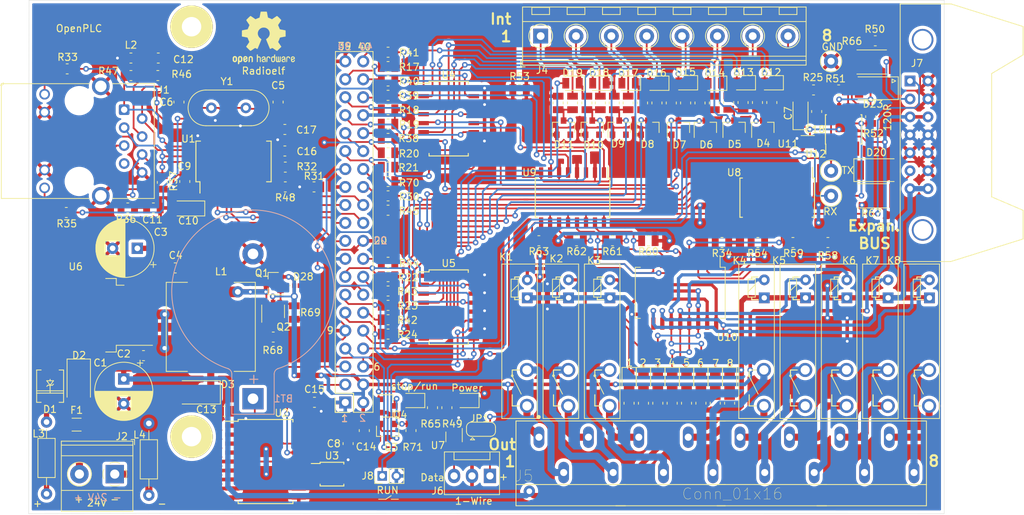
<source format=kicad_pcb>
(kicad_pcb (version 20190905) (host pcbnew "5.99.0-unknown-c3175b4~86~ubuntu16.04.1")
  (title_block (title "OpenPLC") (date "2019-08-19") (rev "0.01") (company "Radioelf"))
  (layers (0 "F.Cu" signal) (31 "B.Cu" signal) (34 "B.Paste" user) (35 "F.Paste" user) (36 "B.SilkS" user) (37 "F.SilkS" user) (38 "B.Mask" user) (39 "F.Mask" user) (44 "Edge.Cuts" user))
  (net 0 "")
  (net 1 "Net-(BT1-Pad1)")
  (net 2 "GND")
  (net 3 "+24V")
  (net 4 "Net-(C3-Pad1)")
  (net 5 "Net-(C5-Pad1)")
  (net 6 "Net-(C6-Pad2)")
  (net 7 "+3V3")
  (net 8 "Net-(C10-Pad1)")
  (net 9 "Net-(C11-Pad2)")
  (net 10 "Net-(C12-Pad2)")
  (net 11 "+5V")
  (net 12 "Net-(D1-Pad1)")
  (net 13 "Net-(D3-Pad1)")
  (net 14 "Net-(D4-Pad1)")
  (net 15 "GNDREF")
  (net 16 "Net-(D5-Pad1)")
  (net 17 "Net-(D6-Pad1)")
  (net 18 "Net-(D7-Pad1)")
  (net 19 "Net-(D8-Pad1)")
  (net 20 "Net-(D9-Pad1)")
  (net 21 "Net-(D10-Pad1)")
  (net 22 "Net-(D11-Pad1)")
  (net 23 "Net-(D12-Pad2)")
  (net 24 "Net-(D13-Pad2)")
  (net 25 "Net-(D14-Pad2)")
  (net 26 "Net-(D15-Pad2)")
  (net 27 "Net-(D16-Pad2)")
  (net 28 "Net-(D17-Pad2)")
  (net 29 "Net-(D18-Pad2)")
  (net 30 "Net-(D19-Pad2)")
  (net 31 "Net-(D20-Pad1)")
  (net 32 "Net-(D21-Pad2)")
  (net 33 "Net-(D21-Pad1)")
  (net 34 "/RPI-Zero/LED")
  (net 35 "Net-(D23-Pad2)")
  (net 36 "Net-(D24-Pad2)")
  (net 37 "Net-(D24-Pad1)")
  (net 38 "Net-(D25-Pad2)")
  (net 39 "Net-(D25-Pad1)")
  (net 40 "Net-(D26-Pad2)")
  (net 41 "Net-(D26-Pad1)")
  (net 42 "Net-(D27-Pad2)")
  (net 43 "Net-(D27-Pad1)")
  (net 44 "Net-(D29-Pad2)")
  (net 45 "Net-(D29-Pad1)")
  (net 46 "Net-(D30-Pad2)")
  (net 47 "Net-(D30-Pad1)")
  (net 48 "Net-(D31-Pad2)")
  (net 49 "Net-(D31-Pad1)")
  (net 50 "Net-(F1-Pad2)")
  (net 51 "Net-(F1-Pad1)")
  (net 52 "Net-(J1-Pad1)")
  (net 53 "Net-(J1-Pad2)")
  (net 54 "Net-(J1-Pad3)")
  (net 55 "Net-(J1-Pad6)")
  (net 56 "Net-(J2-Pad1)")
  (net 57 "/%IX0.7")
  (net 58 "/%IX0.6")
  (net 59 "/%IX0.5")
  (net 60 "/%IX0.4")
  (net 61 "/%IX0.3")
  (net 62 "/~CS")
  (net 63 "/CLK")
  (net 64 "/~INT")
  (net 65 "/MISO")
  (net 66 "/%QX0.1")
  (net 67 "/%IX0.2")
  (net 68 "/%IX0.1")
  (net 69 "/%QX0.0")
  (net 70 "/%IX0.0")
  (net 71 "/RXD")
  (net 72 "/TXD")
  (net 73 "/RPI-Zero/1-Wire")
  (net 74 "/SDL")
  (net 75 "/SDA")
  (net 76 "Net-(J4-Pad8)")
  (net 77 "Net-(J4-Pad7)")
  (net 78 "Net-(J4-Pad6)")
  (net 79 "Net-(J4-Pad5)")
  (net 80 "Net-(J4-Pad4)")
  (net 81 "Net-(J4-Pad3)")
  (net 82 "Net-(J4-Pad2)")
  (net 83 "Net-(J4-Pad1)")
  (net 84 "Net-(J6-Pad3)")
  (net 85 "Net-(J6-Pad1)")
  (net 86 "/Bus/A-RS485")
  (net 87 "/Bus/B-RS485")
  (net 88 "Net-(Q1-Pad1)")
  (net 89 "Net-(Q2-Pad1)")
  (net 90 "Net-(R32-Pad1)")
  (net 91 "Net-(R33-Pad2)")
  (net 92 "Net-(R34-Pad2)")
  (net 93 "Net-(R35-Pad2)")
  (net 94 "Net-(R38-Pad1)")
  (net 95 "Net-(R39-Pad1)")
  (net 96 "Net-(R40-Pad1)")
  (net 97 "Net-(R41-Pad1)")
  (net 98 "Net-(R42-Pad1)")
  (net 99 "Net-(R43-Pad1)")
  (net 100 "Net-(R44-Pad1)")
  (net 101 "Net-(R45-Pad1)")
  (net 102 "Net-(R54-Pad2)")
  (net 103 "Net-(R58-Pad2)")
  (net 104 "Net-(R59-Pad2)")
  (net 105 "Net-(R60-Pad2)")
  (net 106 "Net-(R61-Pad2)")
  (net 107 "Net-(R62-Pad2)")
  (net 108 "Net-(R63-Pad2)")
  (net 109 "Net-(U11-Pad4)")
  (net 110 "/%QV0.7")
  (net 111 "/%QX0.6")
  (net 112 "/%QX0.5")
  (net 113 "/%QX0.4")
  (net 114 "/%QX0.3")
  (net 115 "/%QX0.2")
  (net 116 "/RPI-Zero/RUN")
  (net 117 "/RUN-STOP")
  (net 118 "/RPI-Zero/On-Off")
  (net 119 "/EtherCAT/Reset")
  (net 120 "Net-(J1-Pad12)")
  (net 121 "Net-(J1-Pad9)")
  (net 122 "/outputs/Out5B")
  (net 123 "/outputs/Out6A")
  (net 124 "/outputs/Out7A")
  (net 125 "/outputs/Out5A")
  (net 126 "/outputs/Out7B")
  (net 127 "/outputs/Out8B")
  (net 128 "/outputs/Out6B")
  (net 129 "/outputs/Out8A")
  (net 130 "/outputs/Out4B")
  (net 131 "/outputs/Out3B")
  (net 132 "/outputs/Out4A")
  (net 133 "/outputs/Out3A")
  (net 134 "/outputs/Out1A")
  (net 135 "/outputs/Out1B")
  (net 136 "/outputs/Out2A")
  (net 137 "/outputs/Out2B")
  (net 138 "/MOSI")
  (net 139 "Net-(D32-Pad2)")
  (net 140 "Net-(D22-Pad1)")
  (net 141 "Net-(Q3-Pad1)")
  (module "Capacitor_THT:CP_Radial_D8.0mm_P3.50mm" (layer "F.Cu") (at 104.394 119.126 -90)
    (fp_text reference "C1" (at -2.286 3.302 180) (layer "F.SilkS"))
    (fp_text value "100uF 50V")
    (pad "2" thru_hole circle (at 3.5 0 270) (size 1.6 1.6) (drill 0.8) (layers *.Cu *.Mask) (net 2 "GND"))
    (pad "1" thru_hole rect (at 0 0 270) (size 1.6 1.6) (drill 0.8) (layers *.Cu *.Mask) (net 3 "+24V"))
  )
  (module "Resistor_SMD:R_0805_2012Metric" (layer "F.Cu") (at 145.034 126.431 90)
    (fp_text reference "R71" (at -2.347 0.254 180) (layer "F.SilkS"))
    (fp_text value "47K")
    (pad "2" smd rect (at 0.955 0 90) (size 0.97 1.5) (layers "F.Cu" "F.Paste" "F.Mask") (net 141 "Net-(Q3-Pad1)"))
    (pad "1" smd rect (at -0.955 0 90) (size 0.97 1.5) (layers "F.Cu" "F.Paste" "F.Mask") (net 11 "+5V"))
  )
  (module "Package_TO_SOT_SMD:SOT-23" (layer "F.Cu") (at 141.716 122.936)
    (fp_text reference "Q4" (at 1.794 1.27) (layer "F.SilkS"))
    (fp_text value "BC847")
    (pad "3" smd rect (at 1 0) (size 0.9 0.8) (layers "F.Cu" "F.Paste" "F.Mask") (net 141 "Net-(Q3-Pad1)"))
    (pad "2" smd rect (at -1 0.95) (size 0.9 0.8) (layers "F.Cu" "F.Paste" "F.Mask") (net 2 "GND"))
    (pad "1" smd rect (at -1 -0.95) (size 0.9 0.8) (layers "F.Cu" "F.Paste" "F.Mask") (net 34 "/RPI-Zero/LED"))
  )
  (module "TerminalBlock_RND:TerminalBlock_RND_205-00051_1x08_P5.00mm_Horizontal" (layer "F.Cu") (at 163.3855 70.612)
    (fp_text reference "J4" (at 0.1905 4.826) (layer "F.SilkS"))
    (fp_text value "Conn_01x08")
    (pad "8" thru_hole circle (at 35 0) (size 2.1 2.1) (drill 1.1) (layers *.Cu *.Mask) (net 76 "Net-(J4-Pad8)"))
    (pad "7" thru_hole circle (at 30 0) (size 2.1 2.1) (drill 1.1) (layers *.Cu *.Mask) (net 77 "Net-(J4-Pad7)"))
    (pad "6" thru_hole circle (at 25 0) (size 2.1 2.1) (drill 1.1) (layers *.Cu *.Mask) (net 78 "Net-(J4-Pad6)"))
    (pad "5" thru_hole circle (at 20 0) (size 2.1 2.1) (drill 1.1) (layers *.Cu *.Mask) (net 79 "Net-(J4-Pad5)"))
    (pad "4" thru_hole circle (at 15 0) (size 2.1 2.1) (drill 1.1) (layers *.Cu *.Mask) (net 80 "Net-(J4-Pad4)"))
    (pad "3" thru_hole circle (at 10 0) (size 2.1 2.1) (drill 1.1) (layers *.Cu *.Mask) (net 81 "Net-(J4-Pad3)"))
    (pad "2" thru_hole circle (at 5 0) (size 2.1 2.1) (drill 1.1) (layers *.Cu *.Mask) (net 82 "Net-(J4-Pad2)"))
    (pad "1" thru_hole rect (at 0 0) (size 2.1 2.1) (drill 1.1) (layers *.Cu *.Mask) (net 83 "Net-(J4-Pad1)"))
  )
  (module "Capacitor_SMD:C_0805_2012Metric" (layer "F.Cu") (at 136.144 128.27 -90)
    (fp_text reference "C8" (at 0 2.032 180) (layer "F.SilkS"))
    (fp_text value "100nF")
    (pad "2" smd rect (at 0.955 0 270) (size 0.97 1.5) (layers "F.Cu" "F.Paste" "F.Mask") (net 7 "+3V3"))
    (pad "1" smd rect (at -0.955 0 270) (size 0.97 1.5) (layers "F.Cu" "F.Paste" "F.Mask") (net 2 "GND"))
  )
  (module "LED_SMD:LED_0805_2012Metric" (layer "F.Cu") (at 152.969 122.174 180)
    (fp_text reference "D32" hide)
    (fp_text value "Power" (at 0 1.778) (layer "F.SilkS"))
    (pad "2" smd rect (at 0.955 0 180) (size 0.97 1.5) (layers "F.Cu" "F.Paste" "F.Mask") (net 139 "Net-(D32-Pad2)"))
    (pad "1" smd rect (at -0.955 0 180) (size 0.97 1.5) (layers "F.Cu" "F.Paste" "F.Mask") (net 2 "GND"))
  )
  (module "Package_TO_SOT_SMD:SOT-23" (layer "F.Cu") (at 141.732 126.492 -90)
    (fp_text reference "Q3" (at 2.286 -0.508 180) (layer "F.SilkS"))
    (fp_text value "DMG2305")
    (pad "3" smd rect (at 1 0 270) (size 0.9 0.8) (layers "F.Cu" "F.Paste" "F.Mask") (net 117 "/RUN-STOP"))
    (pad "2" smd rect (at -1 0.95 270) (size 0.9 0.8) (layers "F.Cu" "F.Paste" "F.Mask") (net 11 "+5V"))
    (pad "1" smd rect (at -1 -0.95 270) (size 0.9 0.8) (layers "F.Cu" "F.Paste" "F.Mask") (net 141 "Net-(Q3-Pad1)"))
  )
  (module "Resistor_SMD:R_0805_2012Metric" (layer "F.Cu") (at 150.114 123.19 90)
    (fp_text reference "R49" (at -2.286 0.762 180) (layer "F.SilkS"))
    (fp_text value "1k")
    (pad "2" smd rect (at 0.955 0 90) (size 0.97 1.5) (layers "F.Cu" "F.Paste" "F.Mask") (net 139 "Net-(D32-Pad2)"))
    (pad "1" smd rect (at -0.955 0 90) (size 0.97 1.5) (layers "F.Cu" "F.Paste" "F.Mask") (net 7 "+3V3"))
  )
  (module "duepi:DO-214AA" (layer "F.Cu") (at 93.98 120.142 -90)
    (fp_text reference "D1" (at 3.26926 0.02 180) (layer "F.SilkS"))
    (fp_text value "SMBJ36A" hide)
    (pad "2" smd rect (at -2.11074 0 270) (size 1.62052 2.17932) (layers "F.Cu" "F.Paste" "F.Mask") (net 2 "GND"))
    (pad "1" smd rect (at 2.11074 0 270) (size 1.62052 2.17932) (layers "F.Cu" "F.Paste" "F.Mask") (net 12 "Net-(D1-Pad1)"))
  )
  (module "Connector_PinHeader_2.00mm:PinHeader_1x02_P2.00mm_Vertical" (layer "F.Cu") (at 140.97 132.842 90)
    (fp_text reference "J8" (at 0 -2.06 180) (layer "F.SilkS"))
    (fp_text value "On-Off RUN")
    (pad "2" thru_hole oval (at 0 2 90) (size 1.35 1.35) (drill 0.8) (layers *.Cu *.Mask) (net 7 "+3V3"))
    (pad "1" thru_hole rect (at 0 0 90) (size 1.35 1.35) (drill 0.8) (layers *.Cu *.Mask) (net 118 "/RPI-Zero/On-Off"))
  )
  (module "Package_SO:SOIC-18W_7.5x11.6mm_P1.27mm" (layer "F.Cu") (at 124.46 130.81)
    (fp_text reference "U2" (at 2.286 -6.858) (layer "F.SilkS"))
    (fp_text value "DS3231MZ")
    (pad "1" smd rect (at -4.7 -5.08) (size 2 0.6) (layers "F.Cu" "F.Paste" "F.Mask"))
    (pad "2" smd rect (at -4.7 -3.81) (size 2 0.6) (layers "F.Cu" "F.Paste" "F.Mask") (net 7 "+3V3"))
    (pad "3" smd rect (at -4.7 -2.54) (size 2 0.6) (layers "F.Cu" "F.Paste" "F.Mask"))
    (pad "4" smd rect (at -4.7 -1.27) (size 2 0.6) (layers "F.Cu" "F.Paste" "F.Mask"))
    (pad "5" smd rect (at -4.7 0) (size 2 0.6) (layers "F.Cu" "F.Paste" "F.Mask") (net 2 "GND"))
    (pad "6" smd rect (at -4.7 1.27) (size 2 0.6) (layers "F.Cu" "F.Paste" "F.Mask") (net 2 "GND"))
    (pad "7" smd rect (at -4.7 2.54) (size 2 0.6) (layers "F.Cu" "F.Paste" "F.Mask") (net 2 "GND"))
    (pad "8" smd rect (at -4.7 3.81) (size 2 0.6) (layers "F.Cu" "F.Paste" "F.Mask") (net 2 "GND"))
    (pad "9" smd rect (at -4.7 5.08) (size 2 0.6) (layers "F.Cu" "F.Paste" "F.Mask") (net 2 "GND"))
    (pad "10" smd rect (at 4.7 5.08) (size 2 0.6) (layers "F.Cu" "F.Paste" "F.Mask") (net 2 "GND"))
    (pad "11" smd rect (at 4.7 3.81) (size 2 0.6) (layers "F.Cu" "F.Paste" "F.Mask") (net 2 "GND"))
    (pad "12" smd rect (at 4.7 2.54) (size 2 0.6) (layers "F.Cu" "F.Paste" "F.Mask") (net 2 "GND"))
    (pad "13" smd rect (at 4.7 1.27) (size 2 0.6) (layers "F.Cu" "F.Paste" "F.Mask") (net 2 "GND"))
    (pad "14" smd rect (at 4.7 0) (size 2 0.6) (layers "F.Cu" "F.Paste" "F.Mask") (net 1 "Net-(BT1-Pad1)"))
    (pad "15" smd rect (at 4.7 -1.27) (size 2 0.6) (layers "F.Cu" "F.Paste" "F.Mask") (net 75 "/SDA"))
    (pad "16" smd rect (at 4.7 -2.54) (size 2 0.6) (layers "F.Cu" "F.Paste" "F.Mask") (net 74 "/SDL"))
    (pad "17" smd rect (at 4.7 -3.81) (size 2 0.6) (layers "F.Cu" "F.Paste" "F.Mask"))
    (pad "18" smd rect (at 4.7 -5.08) (size 2 0.6) (layers "F.Cu" "F.Paste" "F.Mask"))
  )
  (module "Capacitor_Tantalum_SMD:CP_EIA-3216-10_Kemet-I" (layer "F.Cu") (at 113.538 94.996 180)
    (fp_text reference "C10" (at 0 -1.75) (layer "F.SilkS"))
    (fp_text value "10uF")
    (pad "2" smd rect (at 1.38 0 180) (size 1.36 1.4) (layers "F.Cu" "F.Paste" "F.Mask") (net 2 "GND"))
    (pad "1" smd rect (at -1.38 0 180) (size 1.36 1.4) (layers "F.Cu" "F.Paste" "F.Mask") (net 8 "Net-(C10-Pad1)"))
  )
  (module "Capacitor_Tantalum_SMD:CP_EIA-3216-10_Kemet-I" (layer "F.Cu") (at 200.152 81.534 90)
    (fp_text reference "C7" (at 0 -1.75 90) (layer "F.SilkS"))
    (fp_text value "10uF")
    (pad "2" smd rect (at 1.38 0 90) (size 1.36 1.4) (layers "F.Cu" "F.Paste" "F.Mask") (net 2 "GND"))
    (pad "1" smd rect (at -1.38 0 90) (size 1.36 1.4) (layers "F.Cu" "F.Paste" "F.Mask") (net 11 "+5V"))
  )
  (module "Package_SO:PowerIntegrations_SO-8" (layer "F.Cu") (at 206.248 83.82 90)
    (fp_text reference "U12" (at -3.47 -3.938 180) (layer "F.SilkS"))
    (fp_text value "MAX13487")
    (pad "8" smd rect (at 2.725 -1.905 90) (size 2 0.6) (layers "F.Cu" "F.Paste" "F.Mask") (net 11 "+5V"))
    (pad "7" smd rect (at 2.725 -0.635 90) (size 2 0.6) (layers "F.Cu" "F.Paste" "F.Mask") (net 35 "Net-(D23-Pad2)"))
    (pad "6" smd rect (at 2.725 0.635 90) (size 2 0.6) (layers "F.Cu" "F.Paste" "F.Mask") (net 31 "Net-(D20-Pad1)"))
    (pad "5" smd rect (at 2.725 1.905 90) (size 2 0.6) (layers "F.Cu" "F.Paste" "F.Mask") (net 2 "GND"))
    (pad "4" smd rect (at -2.725 1.905 90) (size 2 0.6) (layers "F.Cu" "F.Paste" "F.Mask") (net 72 "/TXD"))
    (pad "3" smd rect (at -2.725 0.635 90) (size 2 0.6) (layers "F.Cu" "F.Paste" "F.Mask") (net 11 "+5V"))
    (pad "2" smd rect (at -2.725 -0.635 90) (size 2 0.6) (layers "F.Cu" "F.Paste" "F.Mask") (net 11 "+5V"))
    (pad "1" smd rect (at -2.725 -1.905 90) (size 2 0.6) (layers "F.Cu" "F.Paste" "F.Mask") (net 109 "Net-(U11-Pad4)"))
  )
  (module "Resistor_SMD:R_2512_6332Metric" (layer "F.Cu") (at 210.285 93.21 180)
    (fp_text reference "R67" (at 0.1 -2.45) (layer "F.SilkS"))
    (fp_text value "100R")
    (pad "2" smd rect (at 3.005 0 180) (size 1.17 3.4) (layers "F.Cu" "F.Paste" "F.Mask") (net 31 "Net-(D20-Pad1)"))
    (pad "1" smd rect (at -3.005 0 180) (size 1.17 3.4) (layers "F.Cu" "F.Paste" "F.Mask") (net 86 "/Bus/A-RS485"))
  )
  (module "Resistor_SMD:R_2512_6332Metric" (layer "F.Cu") (at 210.225 74.28 180)
    (fp_text reference "R66" (at 2.805 2.95) (layer "F.SilkS"))
    (fp_text value "100R")
    (pad "2" smd rect (at 3.005 0 180) (size 1.17 3.4) (layers "F.Cu" "F.Paste" "F.Mask") (net 35 "Net-(D23-Pad2)"))
    (pad "1" smd rect (at -3.005 0 180) (size 1.17 3.4) (layers "F.Cu" "F.Paste" "F.Mask") (net 87 "/Bus/B-RS485"))
  )
  (module "Diode_SMD:D_2010_5025Metric" (layer "F.Cu") (at 210.785 77.99 180)
    (fp_text reference "D23" (at 0.385 -2.23) (layer "F.SilkS"))
    (fp_text value "6V8C")
    (pad "2" smd rect (at 2.355 0 180) (size 1.17 2.7) (layers "F.Cu" "F.Paste" "F.Mask") (net 35 "Net-(D23-Pad2)"))
    (pad "1" smd rect (at -2.355 0 180) (size 1.17 2.7) (layers "F.Cu" "F.Paste" "F.Mask") (net 2 "GND"))
  )
  (module "Diode_SMD:D_2010_5025Metric" (layer "F.Cu") (at 210.895 89.58)
    (fp_text reference "D20" (at 0 -2.5) (layer "F.SilkS"))
    (fp_text value "6V8C")
    (pad "2" smd rect (at 2.355 0) (size 1.17 2.7) (layers "F.Cu" "F.Paste" "F.Mask") (net 2 "GND"))
    (pad "1" smd rect (at -2.355 0) (size 1.17 2.7) (layers "F.Cu" "F.Paste" "F.Mask") (net 31 "Net-(D20-Pad1)"))
  )
  (module "Connector_Wago:WAGO_250-204-16" (layer "F.Cu") (at 167.64 131.064 90)
    (fp_text reference "J5" (at -1.778 -6.604 180) (layer "F.SilkS") (effects (font (size 1.58073 1.58073) (thickness 0.05))))
    (fp_text value "Conn_01x16" (at -4.318 22.86 180) (layer "F.SilkS") (effects (font (size 1.57843 1.57843) (thickness 0.05))))
    (pad "10" thru_hole oval (at -1.3 27.448 90) (size 3.016 1.508) (drill 1) (layers *.Cu *.Mask) (net 122 "/outputs/Out5B"))
    (pad "11" thru_hole oval (at 3.7 30.948 90) (size 3.016 1.508) (drill 1) (layers *.Cu *.Mask) (net 123 "/outputs/Out6A"))
    (pad "13" thru_hole oval (at 3.7 38.0704 90) (size 3.016 1.508) (drill 1) (layers *.Cu *.Mask) (net 124 "/outputs/Out7A"))
    (pad "9" thru_hole oval (at 3.7 23.948 90) (size 3.016 1.508) (drill 1) (layers *.Cu *.Mask) (net 125 "/outputs/Out5A"))
    (pad "14" thru_hole oval (at -1.3 41.5704 90) (size 3.016 1.508) (drill 1) (layers *.Cu *.Mask) (net 126 "/outputs/Out7B"))
    (pad "16" thru_hole oval (at -1.3 48.5704 90) (size 3.016 1.508) (drill 1) (layers *.Cu *.Mask) (net 127 "/outputs/Out8B"))
    (pad "12" thru_hole oval (at -1.3 34.448 90) (size 3.016 1.508) (drill 1) (layers *.Cu *.Mask) (net 128 "/outputs/Out6B"))
    (pad "15" thru_hole oval (at 3.7 45.0704 90) (size 3.016 1.508) (drill 1) (layers *.Cu *.Mask) (net 129 "/outputs/Out8A"))
    (pad "8" thru_hole oval (at -1.3 20.1224 90) (size 3.016 1.508) (drill 1) (layers *.Cu *.Mask) (net 130 "/outputs/Out4B"))
    (pad "6" thru_hole oval (at -1.3 13.1224 90) (size 3.016 1.508) (drill 1) (layers *.Cu *.Mask) (net 131 "/outputs/Out3B"))
    (pad "7" thru_hole oval (at 3.7 16.6224 90) (size 3.016 1.508) (drill 1) (layers *.Cu *.Mask) (net 132 "/outputs/Out4A"))
    (pad "5" thru_hole oval (at 3.7 9.6224 90) (size 3.016 1.508) (drill 1) (layers *.Cu *.Mask) (net 133 "/outputs/Out3A"))
    (pad "1" thru_hole oval (at 3.7 -4.5 90) (size 3.016 1.508) (drill 1) (layers *.Cu *.Mask) (net 134 "/outputs/Out1A"))
    (pad "2" thru_hole oval (at -1.3 -1 90) (size 3.016 1.508) (drill 1) (layers *.Cu *.Mask) (net 135 "/outputs/Out1B"))
    (pad "3" thru_hole oval (at 3.7 2.5 90) (size 3.016 1.508) (drill 1) (layers *.Cu *.Mask) (net 136 "/outputs/Out2A"))
    (pad "4" thru_hole oval (at -1.3 6 90) (size 3.016 1.508) (drill 1) (layers *.Cu *.Mask) (net 137 "/outputs/Out2B"))
  )
  (module "Fuse:Fuse_1206_3216Metric" (layer "F.Cu") (at 97.725 125.59)
    (fp_text reference "F1" (at 0 -2.05) (layer "F.SilkS"))
    (fp_text value "PPTC- 250mA")
    (pad "2" smd rect (at 1.505 0) (size 1.07 1.8) (layers "F.Cu" "F.Paste" "F.Mask") (net 50 "Net-(F1-Pad2)"))
    (pad "1" smd rect (at -1.505 0) (size 1.07 1.8) (layers "F.Cu" "F.Paste" "F.Mask") (net 51 "Net-(F1-Pad1)"))
  )
  (module "Inductor_SMD:L_12x12mm_H6mm" (layer "F.Cu") (at 116.71 111.75 90)
    (fp_text reference "L1" (at 7.82 1.47 180) (layer "F.SilkS"))
    (fp_text value "47uH")
    (pad "2" smd rect (at 4.95 0 90) (size 2.9 5.4) (layers "F.Cu" "F.Paste" "F.Mask") (net 4 "Net-(C3-Pad1)"))
    (pad "1" smd rect (at -4.95 0 90) (size 2.9 5.4) (layers "F.Cu" "F.Paste" "F.Mask") (net 13 "Net-(D3-Pad1)"))
  )
  (module "Capacitor_THT:CP_Radial_D8.0mm_P3.50mm" (layer "F.Cu") (at 106.32 100.64 180)
    (fp_text reference "C3" (at -3.302 2.286) (layer "F.SilkS"))
    (fp_text value "1000uF")
    (pad "2" thru_hole circle (at 3.5 0 180) (size 1.6 1.6) (drill 0.8) (layers *.Cu *.Mask) (net 2 "GND"))
    (pad "1" thru_hole rect (at 0 0 180) (size 1.6 1.6) (drill 0.8) (layers *.Cu *.Mask) (net 4 "Net-(C3-Pad1)"))
  )
  (module "DronPi:Raspberry_Pi_Zero_invert" (layer "F.Cu") (at 110.49 65.786 -90)
    (fp_text reference "J3" hide)
    (fp_text value "Raspberry_Pi_2_3")
    (pad "" np_thru_hole circle (at 3.5 -3.5 270) (size 6 6) (drill 2.75) (layers *.Cu *.Mask "F.SilkS"))
    (pad "2" thru_hole oval (at 56.66 -27.79) (size 1.7 1.7) (drill 1) (layers *.Cu *.Mask) (net 11 "+5V"))
    (pad "1" thru_hole rect (at 56.66 -25.25) (size 1.7 1.7) (drill 1) (layers *.Cu *.Mask) (net 7 "+3V3"))
    (pad "4" thru_hole oval (at 54.12 -27.79) (size 1.7 1.7) (drill 1) (layers *.Cu *.Mask) (net 11 "+5V"))
    (pad "3" thru_hole oval (at 54.12 -25.25) (size 1.7 1.7) (drill 1) (layers *.Cu *.Mask) (net 75 "/SDA"))
    (pad "6" thru_hole oval (at 51.58 -27.79) (size 1.7 1.7) (drill 1) (layers *.Cu *.Mask) (net 2 "GND"))
    (pad "5" thru_hole oval (at 51.58 -25.25) (size 1.7 1.7) (drill 1) (layers *.Cu *.Mask) (net 74 "/SDL"))
    (pad "8" thru_hole oval (at 49.04 -27.79) (size 1.7 1.7) (drill 1) (layers *.Cu *.Mask) (net 72 "/TXD"))
    (pad "7" thru_hole oval (at 49.04 -25.25) (size 1.7 1.7) (drill 1) (layers *.Cu *.Mask) (net 73 "/RPI-Zero/1-Wire"))
    (pad "10" thru_hole oval (at 46.5 -27.79) (size 1.7 1.7) (drill 1) (layers *.Cu *.Mask) (net 71 "/RXD"))
    (pad "9" thru_hole oval (at 46.5 -25.25) (size 1.7 1.7) (drill 1) (layers *.Cu *.Mask) (net 2 "GND"))
    (pad "12" thru_hole oval (at 43.96 -27.79) (size 1.7 1.7) (drill 1) (layers *.Cu *.Mask) (net 69 "/%QX0.0"))
    (pad "11" thru_hole oval (at 43.96 -25.25) (size 1.7 1.7) (drill 1) (layers *.Cu *.Mask) (net 70 "/%IX0.0"))
    (pad "14" thru_hole oval (at 41.42 -27.79) (size 1.7 1.7) (drill 1) (layers *.Cu *.Mask) (net 2 "GND"))
    (pad "13" thru_hole oval (at 41.42 -25.25) (size 1.7 1.7) (drill 1) (layers *.Cu *.Mask) (net 68 "/%IX0.1"))
    (pad "16" thru_hole oval (at 38.88 -27.79) (size 1.7 1.7) (drill 1) (layers *.Cu *.Mask) (net 66 "/%QX0.1"))
    (pad "15" thru_hole oval (at 38.88 -25.25) (size 1.7 1.7) (drill 1) (layers *.Cu *.Mask) (net 67 "/%IX0.2"))
    (pad "18" thru_hole oval (at 36.34 -27.79) (size 1.7 1.7) (drill 1) (layers *.Cu *.Mask) (net 115 "/%QX0.2"))
    (pad "17" thru_hole oval (at 36.34 -25.25) (size 1.7 1.7) (drill 1) (layers *.Cu *.Mask) (net 7 "+3V3"))
    (pad "20" thru_hole oval (at 33.8 -27.79) (size 1.7 1.7) (drill 1) (layers *.Cu *.Mask) (net 2 "GND"))
    (pad "19" thru_hole oval (at 33.8 -25.25) (size 1.7 1.7) (drill 1) (layers *.Cu *.Mask) (net 138 "/MOSI"))
    (pad "22" thru_hole oval (at 31.26 -27.79) (size 1.7 1.7) (drill 1) (layers *.Cu *.Mask) (net 64 "/~INT"))
    (pad "21" thru_hole oval (at 31.26 -25.25) (size 1.7 1.7) (drill 1) (layers *.Cu *.Mask) (net 65 "/MISO"))
    (pad "24" thru_hole oval (at 28.72 -27.79) (size 1.7 1.7) (drill 1) (layers *.Cu *.Mask) (net 62 "/~CS"))
    (pad "23" thru_hole oval (at 28.72 -25.25) (size 1.7 1.7) (drill 1) (layers *.Cu *.Mask) (net 63 "/CLK"))
    (pad "26" thru_hole oval (at 26.18 -27.79) (size 1.7 1.7) (drill 1) (layers *.Cu *.Mask) (net 114 "/%QX0.3"))
    (pad "25" thru_hole oval (at 26.18 -25.25) (size 1.7 1.7) (drill 1) (layers *.Cu *.Mask) (net 2 "GND"))
    (pad "28" thru_hole oval (at 23.64 -27.79) (size 1.7 1.7) (drill 1) (layers *.Cu *.Mask) (net 116 "/RPI-Zero/RUN"))
    (pad "27" thru_hole oval (at 23.64 -25.25) (size 1.7 1.7) (drill 1) (layers *.Cu *.Mask) (net 34 "/RPI-Zero/LED"))
    (pad "30" thru_hole oval (at 21.1 -27.79) (size 1.7 1.7) (drill 1) (layers *.Cu *.Mask) (net 2 "GND"))
    (pad "29" thru_hole oval (at 21.1 -25.25) (size 1.7 1.7) (drill 1) (layers *.Cu *.Mask) (net 61 "/%IX0.3"))
    (pad "32" thru_hole oval (at 18.56 -27.79) (size 1.7 1.7) (drill 1) (layers *.Cu *.Mask) (net 113 "/%QX0.4"))
    (pad "31" thru_hole oval (at 18.56 -25.25) (size 1.7 1.7) (drill 1) (layers *.Cu *.Mask) (net 60 "/%IX0.4"))
    (pad "34" thru_hole oval (at 16.02 -27.79) (size 1.7 1.7) (drill 1) (layers *.Cu *.Mask) (net 2 "GND"))
    (pad "33" thru_hole oval (at 16.02 -25.25) (size 1.7 1.7) (drill 1) (layers *.Cu *.Mask) (net 59 "/%IX0.5"))
    (pad "36" thru_hole oval (at 13.48 -27.79) (size 1.7 1.7) (drill 1) (layers *.Cu *.Mask) (net 112 "/%QX0.5"))
    (pad "35" thru_hole oval (at 13.48 -25.25) (size 1.7 1.7) (drill 1) (layers *.Cu *.Mask) (net 58 "/%IX0.6"))
    (pad "38" thru_hole oval (at 10.94 -27.79) (size 1.7 1.7) (drill 1) (layers *.Cu *.Mask) (net 111 "/%QX0.6"))
    (pad "37" thru_hole oval (at 10.94 -25.25) (size 1.7 1.7) (drill 1) (layers *.Cu *.Mask) (net 57 "/%IX0.7"))
    (pad "40" thru_hole oval (at 8.4 -27.79) (size 1.7 1.7) (drill 1) (layers *.Cu *.Mask) (net 110 "/%QV0.7"))
    (pad "39" thru_hole oval (at 8.4 -25.25) (size 1.7 1.7) (drill 1) (layers *.Cu *.Mask) (net 2 "GND"))
    (pad "" np_thru_hole circle (at 61.5 -3.5 270) (size 6 6) (drill 2.75) (layers *.Cu *.Mask "F.SilkS"))
  )
  (module "Diode_SMD:D_0402_1005Metric" (layer "F.Cu") (at 128.8985 105.918)
    (fp_text reference "D28" (at 0.8955 -1.27) (layer "F.SilkS"))
    (fp_text value "PESD0402-140")
    (pad "2" smd rect (at 0.3875 0) (size 0.575 0.65) (layers "F.Cu" "F.Paste" "F.Mask") (net 2 "GND"))
    (pad "1" smd rect (at -0.3875 0) (size 0.575 0.65) (layers "F.Cu" "F.Paste" "F.Mask") (net 11 "+5V"))
  )
  (module "TestPoint:TestPoint_Loop_D1.80mm_Drill1.0mm_Beaded" (layer "F.Cu") (at 204.47 74.168)
    (fp_text reference "TP3" hide)
    (fp_text value "GND" (at 0.2 -2.048) (layer "F.SilkS"))
    (pad "1" thru_hole circle (at 0 0) (size 2 2) (drill 1) (layers *.Cu *.Mask) (net 2 "GND"))
  )
  (module "TestPoint:TestPoint_Loop_D1.80mm_Drill1.0mm_Beaded" (layer "F.Cu") (at 204.47 89.662)
    (fp_text reference "TP2" hide)
    (fp_text value "TX")
    (pad "1" thru_hole circle (at 0 0) (size 2 2) (drill 1) (layers *.Cu *.Mask) (net 72 "/TXD"))
  )
  (module "TestPoint:TestPoint_Loop_D1.80mm_Drill1.0mm_Beaded" (layer "F.Cu") (at 204.47 93.218)
    (fp_text reference "TP1" hide)
    (fp_text value "RX")
    (pad "1" thru_hole circle (at 0 0) (size 2 2) (drill 1) (layers *.Cu *.Mask) (net 71 "/RXD"))
  )
  (module "Connector_RJ:RJ45_Hanrun_HR911105A" (layer "F.Cu") (at 104.4575 81.026 -90)
    (fp_text reference "J1" (at -2.794 -5.588 180) (layer "F.SilkS"))
    (fp_text value "RJ45-TRANSFO_HR911105A")
    (pad "" np_thru_hole circle (at 10.155 6.36 270) (size 3.25 3.25) (drill 3.25) (layers *.Cu *.Mask))
    (pad "" np_thru_hole circle (at -1.275 6.36 270) (size 3.25 3.25) (drill 3.25) (layers *.Cu *.Mask))
    (pad "1" thru_hole roundrect (at 0 0 270) (size 1.5 1.5) (drill 0.9) (layers *.Cu *.Mask) (roundrect_rratio 0.167) (net 52 "Net-(J1-Pad1)"))
    (pad "2" thru_hole circle (at 1.26 -2.54 270) (size 1.5 1.5) (drill 0.9) (layers *.Cu *.Mask) (net 53 "Net-(J1-Pad2)"))
    (pad "3" thru_hole circle (at 2.54 0 270) (size 1.5 1.5) (drill 0.9) (layers *.Cu *.Mask) (net 54 "Net-(J1-Pad3)"))
    (pad "4" thru_hole circle (at 3.8 -2.54 270) (size 1.5 1.5) (drill 0.9) (layers *.Cu *.Mask) (net 10 "Net-(C12-Pad2)"))
    (pad "5" thru_hole circle (at 5.08 0 270) (size 1.5 1.5) (drill 0.9) (layers *.Cu *.Mask) (net 9 "Net-(C11-Pad2)"))
    (pad "6" thru_hole circle (at 6.34 -2.54) (size 1.5 1.5) (drill 0.9) (layers *.Cu *.Mask) (net 55 "Net-(J1-Pad6)"))
    (pad "7" thru_hole circle (at 7.62 0 270) (size 1.5 1.5) (drill 0.9) (layers *.Cu *.Mask))
    (pad "SH" thru_hole circle (at -3.305 3.31 270) (size 2.5 2.5) (drill 1.63) (layers *.Cu *.Mask) (net 2 "GND"))
    (pad "8" thru_hole circle (at 8.88 -2.54 270) (size 1.5 1.5) (drill 0.9) (layers *.Cu *.Mask) (net 2 "GND"))
    (pad "SH" thru_hole circle (at 12.185 3.31 270) (size 2.5 2.5) (drill 1.63) (layers *.Cu *.Mask) (net 2 "GND"))
    (pad "9" thru_hole circle (at -2.185 11.26 270) (size 1.5 1.5) (drill 1.02) (layers *.Cu *.Mask) (net 121 "Net-(J1-Pad9)"))
    (pad "10" thru_hole circle (at 0.355 11.26 270) (size 1.5 1.5) (drill 1.02) (layers *.Cu *.Mask) (net 2 "GND"))
    (pad "12" thru_hole circle (at 11.065 11.26 270) (size 1.5 1.5) (drill 1.02) (layers *.Cu *.Mask) (net 120 "Net-(J1-Pad12)"))
    (pad "11" thru_hole circle (at 8.525 11.26 270) (size 1.5 1.5) (drill 1.02) (layers *.Cu *.Mask) (net 2 "GND"))
  )
  (module "Inductor_SMD:L_0805_2012Metric" (layer "F.Cu") (at 105.4125 73.7235)
    (fp_text reference "L2" (at 0 -1.85) (layer "F.SilkS"))
    (fp_text value "10uH")
    (pad "2" smd rect (at 0.955 0) (size 0.97 1.5) (layers "F.Cu" "F.Paste" "F.Mask") (net 10 "Net-(C12-Pad2)"))
    (pad "1" smd rect (at -0.955 0) (size 0.97 1.5) (layers "F.Cu" "F.Paste" "F.Mask") (net 7 "+3V3"))
  )
  (module "Resistor_SMD:R_0805_2012Metric" (layer "F.Cu") (at 127.254 91.948 180)
    (fp_text reference "R48" (at 0 -1.524) (layer "F.SilkS"))
    (fp_text value "10k")
    (pad "2" smd rect (at 0.955 0 180) (size 0.97 1.5) (layers "F.Cu" "F.Paste" "F.Mask") (net 119 "/EtherCAT/Reset"))
    (pad "1" smd rect (at -0.955 0 180) (size 0.97 1.5) (layers "F.Cu" "F.Paste" "F.Mask") (net 7 "+3V3"))
  )
  (module "Package_SO:MSOP-8_3x3mm_P0.65mm" (layer "F.Cu") (at 133.858 132.588)
    (fp_text reference "U3" (at 0 -2.6) (layer "F.SilkS"))
    (fp_text value "24LC32")
    (pad "8" smd rect (at 2.2 -0.975) (size 1.45 0.45) (layers "F.Cu" "F.Paste" "F.Mask") (net 7 "+3V3"))
    (pad "7" smd rect (at 2.2 -0.325) (size 1.45 0.45) (layers "F.Cu" "F.Paste" "F.Mask") (net 2 "GND"))
    (pad "6" smd rect (at 2.2 0.325) (size 1.45 0.45) (layers "F.Cu" "F.Paste" "F.Mask") (net 74 "/SDL"))
    (pad "5" smd rect (at 2.2 0.975) (size 1.45 0.45) (layers "F.Cu" "F.Paste" "F.Mask") (net 75 "/SDA"))
    (pad "4" smd rect (at -2.2 0.975) (size 1.45 0.45) (layers "F.Cu" "F.Paste" "F.Mask") (net 2 "GND"))
    (pad "3" smd rect (at -2.2 0.325) (size 1.45 0.45) (layers "F.Cu" "F.Paste" "F.Mask") (net 2 "GND"))
    (pad "2" smd rect (at -2.2 -0.325) (size 1.45 0.45) (layers "F.Cu" "F.Paste" "F.Mask") (net 2 "GND"))
    (pad "1" smd rect (at -2.2 -0.975) (size 1.45 0.45) (layers "F.Cu" "F.Paste" "F.Mask") (net 2 "GND"))
  )
  (module "Package_SO:SOIC-16W_5.3x10.2mm_P1.27mm" (layer "F.Cu") (at 167.894 93.472 -90)
    (fp_text reference "U9" (at -3.556 6.096 180) (layer "F.SilkS"))
    (fp_text value "TLP281-4")
    (pad "16" smd rect (at 3.55 -4.445 270) (size 1.5 0.6) (layers "F.Cu" "F.Paste" "F.Mask") (net 117 "/RUN-STOP"))
    (pad "15" smd rect (at 3.55 -3.175 270) (size 1.5 0.6) (layers "F.Cu" "F.Paste" "F.Mask") (net 105 "Net-(R60-Pad2)"))
    (pad "14" smd rect (at 3.55 -1.905 270) (size 1.5 0.6) (layers "F.Cu" "F.Paste" "F.Mask") (net 117 "/RUN-STOP"))
    (pad "13" smd rect (at 3.55 -0.635 270) (size 1.5 0.6) (layers "F.Cu" "F.Paste" "F.Mask") (net 106 "Net-(R61-Pad2)"))
    (pad "12" smd rect (at 3.55 0.635 270) (size 1.5 0.6) (layers "F.Cu" "F.Paste" "F.Mask") (net 117 "/RUN-STOP"))
    (pad "11" smd rect (at 3.55 1.905 270) (size 1.5 0.6) (layers "F.Cu" "F.Paste" "F.Mask") (net 107 "Net-(R62-Pad2)"))
    (pad "10" smd rect (at 3.55 3.175 270) (size 1.5 0.6) (layers "F.Cu" "F.Paste" "F.Mask") (net 117 "/RUN-STOP"))
    (pad "9" smd rect (at 3.55 4.445 270) (size 1.5 0.6) (layers "F.Cu" "F.Paste" "F.Mask") (net 108 "Net-(R63-Pad2)"))
    (pad "8" smd rect (at -3.55 4.445 270) (size 1.5 0.6) (layers "F.Cu" "F.Paste" "F.Mask") (net 15 "GNDREF"))
    (pad "7" smd rect (at -3.55 3.175 270) (size 1.5 0.6) (layers "F.Cu" "F.Paste" "F.Mask") (net 97 "Net-(R41-Pad1)"))
    (pad "6" smd rect (at -3.55 1.905 270) (size 1.5 0.6) (layers "F.Cu" "F.Paste" "F.Mask") (net 15 "GNDREF"))
    (pad "5" smd rect (at -3.55 0.635 270) (size 1.5 0.6) (layers "F.Cu" "F.Paste" "F.Mask") (net 96 "Net-(R40-Pad1)"))
    (pad "4" smd rect (at -3.55 -0.635 270) (size 1.5 0.6) (layers "F.Cu" "F.Paste" "F.Mask") (net 15 "GNDREF"))
    (pad "3" smd rect (at -3.55 -1.905 270) (size 1.5 0.6) (layers "F.Cu" "F.Paste" "F.Mask") (net 95 "Net-(R39-Pad1)"))
    (pad "2" smd rect (at -3.55 -3.175 270) (size 1.5 0.6) (layers "F.Cu" "F.Paste" "F.Mask") (net 15 "GNDREF"))
    (pad "1" smd rect (at -3.55 -4.445 270) (size 1.5 0.6) (layers "F.Cu" "F.Paste" "F.Mask") (net 94 "Net-(R38-Pad1)"))
  )
  (module "Package_SO:SOIC-16W_5.3x10.2mm_P1.27mm" (layer "F.Cu") (at 196.85 93.472 -90)
    (fp_text reference "U8" (at -3.556 6.096 180) (layer "F.SilkS"))
    (fp_text value "TLP281-4")
    (pad "16" smd rect (at 3.55 -4.445 270) (size 1.5 0.6) (layers "F.Cu" "F.Paste" "F.Mask") (net 117 "/RUN-STOP"))
    (pad "15" smd rect (at 3.55 -3.175 270) (size 1.5 0.6) (layers "F.Cu" "F.Paste" "F.Mask") (net 103 "Net-(R58-Pad2)"))
    (pad "14" smd rect (at 3.55 -1.905 270) (size 1.5 0.6) (layers "F.Cu" "F.Paste" "F.Mask") (net 117 "/RUN-STOP"))
    (pad "13" smd rect (at 3.55 -0.635 270) (size 1.5 0.6) (layers "F.Cu" "F.Paste" "F.Mask") (net 104 "Net-(R59-Pad2)"))
    (pad "12" smd rect (at 3.55 0.635 270) (size 1.5 0.6) (layers "F.Cu" "F.Paste" "F.Mask") (net 117 "/RUN-STOP"))
    (pad "11" smd rect (at 3.55 1.905 270) (size 1.5 0.6) (layers "F.Cu" "F.Paste" "F.Mask") (net 102 "Net-(R54-Pad2)"))
    (pad "10" smd rect (at 3.55 3.175 270) (size 1.5 0.6) (layers "F.Cu" "F.Paste" "F.Mask") (net 117 "/RUN-STOP"))
    (pad "9" smd rect (at 3.55 4.445 270) (size 1.5 0.6) (layers "F.Cu" "F.Paste" "F.Mask") (net 92 "Net-(R34-Pad2)"))
    (pad "8" smd rect (at -3.55 4.445 270) (size 1.5 0.6) (layers "F.Cu" "F.Paste" "F.Mask") (net 15 "GNDREF"))
    (pad "7" smd rect (at -3.55 3.175 270) (size 1.5 0.6) (layers "F.Cu" "F.Paste" "F.Mask") (net 98 "Net-(R42-Pad1)"))
    (pad "6" smd rect (at -3.55 1.905 270) (size 1.5 0.6) (layers "F.Cu" "F.Paste" "F.Mask") (net 15 "GNDREF"))
    (pad "5" smd rect (at -3.55 0.635 270) (size 1.5 0.6) (layers "F.Cu" "F.Paste" "F.Mask") (net 99 "Net-(R43-Pad1)"))
    (pad "4" smd rect (at -3.55 -0.635 270) (size 1.5 0.6) (layers "F.Cu" "F.Paste" "F.Mask") (net 15 "GNDREF"))
    (pad "3" smd rect (at -3.55 -1.905 270) (size 1.5 0.6) (layers "F.Cu" "F.Paste" "F.Mask") (net 101 "Net-(R45-Pad1)"))
    (pad "2" smd rect (at -3.55 -3.175 270) (size 1.5 0.6) (layers "F.Cu" "F.Paste" "F.Mask") (net 15 "GNDREF"))
    (pad "1" smd rect (at -3.55 -4.445 270) (size 1.5 0.6) (layers "F.Cu" "F.Paste" "F.Mask") (net 100 "Net-(R44-Pad1)"))
  )
  (module "Package_SO:SOIC-16W_5.3x10.2mm_P1.27mm" (layer "F.Cu") (at 150.368 108.966)
    (fp_text reference "U5" (at 0 -6.2) (layer "F.SilkS"))
    (fp_text value "TLP281-4")
    (pad "16" smd rect (at 3.55 -4.445) (size 1.5 0.6) (layers "F.Cu" "F.Paste" "F.Mask") (net 7 "+3V3"))
    (pad "15" smd rect (at 3.55 -3.175) (size 1.5 0.6) (layers "F.Cu" "F.Paste" "F.Mask") (net 61 "/%IX0.3"))
    (pad "14" smd rect (at 3.55 -1.905) (size 1.5 0.6) (layers "F.Cu" "F.Paste" "F.Mask") (net 7 "+3V3"))
    (pad "13" smd rect (at 3.55 -0.635) (size 1.5 0.6) (layers "F.Cu" "F.Paste" "F.Mask") (net 67 "/%IX0.2"))
    (pad "12" smd rect (at 3.55 0.635) (size 1.5 0.6) (layers "F.Cu" "F.Paste" "F.Mask") (net 7 "+3V3"))
    (pad "11" smd rect (at 3.55 1.905) (size 1.5 0.6) (layers "F.Cu" "F.Paste" "F.Mask") (net 68 "/%IX0.1"))
    (pad "10" smd rect (at 3.55 3.175) (size 1.5 0.6) (layers "F.Cu" "F.Paste" "F.Mask") (net 7 "+3V3"))
    (pad "9" smd rect (at 3.55 4.445) (size 1.5 0.6) (layers "F.Cu" "F.Paste" "F.Mask") (net 70 "/%IX0.0"))
    (pad "8" smd rect (at -3.55 4.445) (size 1.5 0.6) (layers "F.Cu" "F.Paste" "F.Mask") (net 30 "Net-(D19-Pad2)"))
    (pad "7" smd rect (at -3.55 3.175) (size 1.5 0.6) (layers "F.Cu" "F.Paste" "F.Mask") (net 22 "Net-(D11-Pad1)"))
    (pad "6" smd rect (at -3.55 1.905) (size 1.5 0.6) (layers "F.Cu" "F.Paste" "F.Mask") (net 29 "Net-(D18-Pad2)"))
    (pad "5" smd rect (at -3.55 0.635) (size 1.5 0.6) (layers "F.Cu" "F.Paste" "F.Mask") (net 21 "Net-(D10-Pad1)"))
    (pad "4" smd rect (at -3.55 -0.635) (size 1.5 0.6) (layers "F.Cu" "F.Paste" "F.Mask") (net 28 "Net-(D17-Pad2)"))
    (pad "3" smd rect (at -3.55 -1.905) (size 1.5 0.6) (layers "F.Cu" "F.Paste" "F.Mask") (net 20 "Net-(D9-Pad1)"))
    (pad "2" smd rect (at -3.55 -3.175) (size 1.5 0.6) (layers "F.Cu" "F.Paste" "F.Mask") (net 27 "Net-(D16-Pad2)"))
    (pad "1" smd rect (at -3.55 -4.445) (size 1.5 0.6) (layers "F.Cu" "F.Paste" "F.Mask") (net 19 "Net-(D8-Pad1)"))
  )
  (module "Package_SO:SOIC-16W_5.3x10.2mm_P1.27mm" (layer "F.Cu") (at 150.368 82.296)
    (fp_text reference "U4" (at 0 -6.2) (layer "F.SilkS"))
    (fp_text value "TLP281-4")
    (pad "16" smd rect (at 3.55 -4.445) (size 1.5 0.6) (layers "F.Cu" "F.Paste" "F.Mask") (net 7 "+3V3"))
    (pad "15" smd rect (at 3.55 -3.175) (size 1.5 0.6) (layers "F.Cu" "F.Paste" "F.Mask") (net 57 "/%IX0.7"))
    (pad "14" smd rect (at 3.55 -1.905) (size 1.5 0.6) (layers "F.Cu" "F.Paste" "F.Mask") (net 7 "+3V3"))
    (pad "13" smd rect (at 3.55 -0.635) (size 1.5 0.6) (layers "F.Cu" "F.Paste" "F.Mask") (net 58 "/%IX0.6"))
    (pad "12" smd rect (at 3.55 0.635) (size 1.5 0.6) (layers "F.Cu" "F.Paste" "F.Mask") (net 7 "+3V3"))
    (pad "11" smd rect (at 3.55 1.905) (size 1.5 0.6) (layers "F.Cu" "F.Paste" "F.Mask") (net 59 "/%IX0.5"))
    (pad "10" smd rect (at 3.55 3.175) (size 1.5 0.6) (layers "F.Cu" "F.Paste" "F.Mask") (net 7 "+3V3"))
    (pad "9" smd rect (at 3.55 4.445) (size 1.5 0.6) (layers "F.Cu" "F.Paste" "F.Mask") (net 60 "/%IX0.4"))
    (pad "8" smd rect (at -3.55 4.445) (size 1.5 0.6) (layers "F.Cu" "F.Paste" "F.Mask") (net 26 "Net-(D15-Pad2)"))
    (pad "7" smd rect (at -3.55 3.175) (size 1.5 0.6) (layers "F.Cu" "F.Paste" "F.Mask") (net 18 "Net-(D7-Pad1)"))
    (pad "6" smd rect (at -3.55 1.905) (size 1.5 0.6) (layers "F.Cu" "F.Paste" "F.Mask") (net 25 "Net-(D14-Pad2)"))
    (pad "5" smd rect (at -3.55 0.635) (size 1.5 0.6) (layers "F.Cu" "F.Paste" "F.Mask") (net 17 "Net-(D6-Pad1)"))
    (pad "4" smd rect (at -3.55 -0.635) (size 1.5 0.6) (layers "F.Cu" "F.Paste" "F.Mask") (net 24 "Net-(D13-Pad2)"))
    (pad "3" smd rect (at -3.55 -1.905) (size 1.5 0.6) (layers "F.Cu" "F.Paste" "F.Mask") (net 16 "Net-(D5-Pad1)"))
    (pad "2" smd rect (at -3.55 -3.175) (size 1.5 0.6) (layers "F.Cu" "F.Paste" "F.Mask") (net 23 "Net-(D12-Pad2)"))
    (pad "1" smd rect (at -3.55 -4.445) (size 1.5 0.6) (layers "F.Cu" "F.Paste" "F.Mask") (net 14 "Net-(D4-Pad1)"))
  )
  (module "TerminalBlock_Phoenix:TerminalBlock_Phoenix_MKDS-1,5-2_1x02_P5.00mm_Horizontal" (layer "F.Cu") (at 103.124 132.588 180)
    (fp_text reference "J2" (at -0.986 5.328) (layer "F.SilkS"))
    (fp_text value "Conn_01x02")
    (pad "2" thru_hole circle (at 5 0 180) (size 2.6 2.6) (drill 1.3) (layers *.Cu *.Mask) (net 50 "Net-(F1-Pad2)"))
    (pad "1" thru_hole rect (at 0 0 180) (size 2.6 2.6) (drill 1.3) (layers *.Cu *.Mask) (net 56 "Net-(J2-Pad1)"))
  )
  (module "Battery:BatteryHolder_Keystone_103_1x20mm" (layer "B.Cu") (at 122.682 121.92 90)
    (fp_text reference "BT1" (at 0 4.3 180) (layer "B.SilkS") (effects (justify mirror)))
    (fp_text value "Battery_Cell")
    (fp_text user "+" (at 2.75 0 90) (layer "B.SilkS") (effects (font (size 1.5 1.5)) (justify mirror)))
    (pad "1" thru_hole rect (at 0 0 90) (size 3 3) (drill 1.5) (layers *.Cu *.Mask) (net 1 "Net-(BT1-Pad1)"))
    (pad "2" thru_hole circle (at 20.49 0 90) (size 3 3) (drill 1.5) (layers *.Cu *.Mask) (net 2 "GND"))
  )
  (module "Symbol:OSHW-Logo2_9.8x8mm_SilkScreen" (layer "F.Cu") (at 124.206 70.866)
    (fp_text reference "LOGO1" hide)
    (fp_text value "Logo_Open_Hardware_Large" hide)
  )
  (module "Crystal:Crystal_HC49-4H_Vertical" (layer "F.Cu") (at 121.666 80.772 180)
    (fp_text reference "Y1" (at 2.667 3.7465) (layer "F.SilkS"))
    (fp_text value "25Mhz")
    (pad "2" thru_hole circle (at 4.88 0 180) (size 1.5 1.5) (drill 0.8) (layers *.Cu *.Mask) (net 6 "Net-(C6-Pad2)"))
    (pad "1" thru_hole circle (at 0 0 180) (size 1.5 1.5) (drill 0.8) (layers *.Cu *.Mask) (net 5 "Net-(C5-Pad1)"))
  )
  (module "Inductor_THT:L_Axial_L5.3mm_D2.2mm_P10.16mm_Horizontal_Vishay_IM-1" (layer "F.Cu") (at 107.95 125.4125 -90)
    (fp_text reference "L4" (at 1.6075 1.33 180) (layer "F.SilkS"))
    (fp_text value "10uH")
    (pad "2" thru_hole oval (at 10.16 0 270) (size 1.6 1.6) (drill 0.8) (layers *.Cu *.Mask) (net 56 "Net-(J2-Pad1)"))
    (pad "1" thru_hole circle (at 0 0 270) (size 1.6 1.6) (drill 0.8) (layers *.Cu *.Mask) (net 2 "GND"))
  )
  (module "Inductor_THT:L_Axial_L5.3mm_D2.2mm_P10.16mm_Horizontal_Vishay_IM-1" (layer "F.Cu") (at 93.472 135.382 90)
    (fp_text reference "L3" (at 8.512 -1.112 180) (layer "F.SilkS"))
    (fp_text value "10uH")
    (pad "2" thru_hole oval (at 10.16 0 90) (size 1.6 1.6) (drill 0.8) (layers *.Cu *.Mask) (net 12 "Net-(D1-Pad1)"))
    (pad "1" thru_hole circle (at 0 0 90) (size 1.6 1.6) (drill 0.8) (layers *.Cu *.Mask) (net 51 "Net-(F1-Pad1)"))
  )
  (module "Package_SO:SOP-18_7.0x12.5mm_P1.27mm" (layer "F.Cu") (at 183.134 106.934 -90)
    (fp_text reference "U10" (at 6.2865 -6.6675 180) (layer "F.SilkS"))
    (fp_text value "ULN2803A")
    (pad "10" smd rect (at 4.3625 5.08 270) (size 1.725 0.6) (layers "F.Cu" "F.Paste" "F.Mask") (net 3 "+24V"))
    (pad "11" smd rect (at 4.3625 3.81 270) (size 1.725 0.6) (layers "F.Cu" "F.Paste" "F.Mask") (net 41 "Net-(D26-Pad1)"))
    (pad "12" smd rect (at 4.3625 2.54 270) (size 1.725 0.6) (layers "F.Cu" "F.Paste" "F.Mask") (net 43 "Net-(D27-Pad1)"))
    (pad "13" smd rect (at 4.3625 1.27 270) (size 1.725 0.6) (layers "F.Cu" "F.Paste" "F.Mask") (net 37 "Net-(D24-Pad1)"))
    (pad "14" smd rect (at 4.3625 0 270) (size 1.725 0.6) (layers "F.Cu" "F.Paste" "F.Mask") (net 39 "Net-(D25-Pad1)"))
    (pad "15" smd rect (at 4.3625 -1.27 270) (size 1.725 0.6) (layers "F.Cu" "F.Paste" "F.Mask") (net 49 "Net-(D31-Pad1)"))
    (pad "16" smd rect (at 4.3625 -2.54 270) (size 1.725 0.6) (layers "F.Cu" "F.Paste" "F.Mask") (net 47 "Net-(D30-Pad1)"))
    (pad "17" smd rect (at 4.3625 -3.81 270) (size 1.725 0.6) (layers "F.Cu" "F.Paste" "F.Mask") (net 45 "Net-(D29-Pad1)"))
    (pad "18" smd rect (at 4.3625 -5.08 270) (size 1.725 0.6) (layers "F.Cu" "F.Paste" "F.Mask") (net 33 "Net-(D21-Pad1)"))
    (pad "9" smd rect (at -4.3625 5.08 270) (size 1.725 0.6) (layers "F.Cu" "F.Paste" "F.Mask") (net 2 "GND"))
    (pad "8" smd rect (at -4.3625 3.81 270) (size 1.725 0.6) (layers "F.Cu" "F.Paste" "F.Mask") (net 108 "Net-(R63-Pad2)"))
    (pad "7" smd rect (at -4.3625 2.54 270) (size 1.725 0.6) (layers "F.Cu" "F.Paste" "F.Mask") (net 107 "Net-(R62-Pad2)"))
    (pad "6" smd rect (at -4.3625 1.27 270) (size 1.725 0.6) (layers "F.Cu" "F.Paste" "F.Mask") (net 106 "Net-(R61-Pad2)"))
    (pad "5" smd rect (at -4.3625 0 270) (size 1.725 0.6) (layers "F.Cu" "F.Paste" "F.Mask") (net 105 "Net-(R60-Pad2)"))
    (pad "4" smd rect (at -4.3625 -1.27 270) (size 1.725 0.6) (layers "F.Cu" "F.Paste" "F.Mask") (net 104 "Net-(R59-Pad2)"))
    (pad "3" smd rect (at -4.3625 -2.54 270) (size 1.725 0.6) (layers "F.Cu" "F.Paste" "F.Mask") (net 103 "Net-(R58-Pad2)"))
    (pad "2" smd rect (at -4.3625 -3.81 270) (size 1.725 0.6) (layers "F.Cu" "F.Paste" "F.Mask") (net 102 "Net-(R54-Pad2)"))
    (pad "1" smd rect (at -4.3625 -5.08 270) (size 1.725 0.6) (layers "F.Cu" "F.Paste" "F.Mask") (net 92 "Net-(R34-Pad2)"))
  )
  (module "Diode_SMD:D_SMA" (layer "F.Cu") (at 114.66 121.02 180)
    (fp_text reference "D3" (at -4.466 1.132) (layer "F.SilkS"))
    (fp_text value "SS34")
    (pad "2" smd rect (at 2 0 180) (size 2.5 1.8) (layers "F.Cu" "F.Paste" "F.Mask") (net 2 "GND"))
    (pad "1" smd rect (at -2 0 180) (size 2.5 1.8) (layers "F.Cu" "F.Paste" "F.Mask") (net 13 "Net-(D3-Pad1)"))
  )
  (module "Relay_THT:Relay_apan3124" (layer "F.Cu") (at 214.122 102.362 -90)
    (fp_text reference "K8" (at 0 0.762) (layer "F.SilkS"))
    (fp_text value "APA331")
    (pad "4" thru_hole circle (at 2.7432 -4.2672 90) (size 1.52 1.52) (drill 0.76) (layers *.Cu *.Mask) (net 41 "Net-(D26-Pad1)"))
    (pad "2" thru_hole circle (at 20.574 -4.2164 90) (size 2 2) (drill 1.3) (layers *.Cu *.Mask) (net 129 "/outputs/Out8A"))
    (pad "1" thru_hole circle (at 15.494 -4.2164 90) (size 2 2) (drill 1.3) (layers *.Cu *.Mask) (net 127 "/outputs/Out8B"))
    (pad "3" thru_hole rect (at 5.2832 -4.2672 90) (size 1.52 1.52) (drill 0.76) (layers *.Cu *.Mask) (net 3 "+24V"))
  )
  (module "Relay_THT:Relay_apan3124" (layer "F.Cu") (at 208.28 102.362 -90)
    (fp_text reference "K7" (at 0 -2.032) (layer "F.SilkS"))
    (fp_text value "APA331")
    (pad "4" thru_hole circle (at 2.7432 -4.2672 90) (size 1.52 1.52) (drill 0.76) (layers *.Cu *.Mask) (net 43 "Net-(D27-Pad1)"))
    (pad "2" thru_hole circle (at 20.574 -4.2164 90) (size 2 2) (drill 1.3) (layers *.Cu *.Mask) (net 124 "/outputs/Out7A"))
    (pad "1" thru_hole circle (at 15.494 -4.2164 90) (size 2 2) (drill 1.3) (layers *.Cu *.Mask) (net 126 "/outputs/Out7B"))
    (pad "3" thru_hole rect (at 5.2832 -4.2672 90) (size 1.52 1.52) (drill 0.76) (layers *.Cu *.Mask) (net 3 "+24V"))
  )
  (module "Relay_THT:Relay_apan3124" (layer "F.Cu") (at 202.438 102.362 -90)
    (fp_text reference "K6" (at 0 -4.572) (layer "F.SilkS"))
    (fp_text value "APA331")
    (pad "4" thru_hole circle (at 2.7432 -4.2672 90) (size 1.52 1.52) (drill 0.76) (layers *.Cu *.Mask) (net 37 "Net-(D24-Pad1)"))
    (pad "2" thru_hole circle (at 20.574 -4.2164 90) (size 2 2) (drill 1.3) (layers *.Cu *.Mask) (net 123 "/outputs/Out6A"))
    (pad "1" thru_hole circle (at 15.494 -4.2164 90) (size 2 2) (drill 1.3) (layers *.Cu *.Mask) (net 128 "/outputs/Out6B"))
    (pad "3" thru_hole rect (at 5.2832 -4.2672 90) (size 1.52 1.52) (drill 0.76) (layers *.Cu *.Mask) (net 3 "+24V"))
  )
  (module "Relay_THT:Relay_apan3124" (layer "F.Cu") (at 196.596 102.362 -90)
    (fp_text reference "K5" (at 0 -0.508) (layer "F.SilkS"))
    (fp_text value "APA331")
    (pad "4" thru_hole circle (at 2.7432 -4.2672 90) (size 1.52 1.52) (drill 0.76) (layers *.Cu *.Mask) (net 39 "Net-(D25-Pad1)"))
    (pad "2" thru_hole circle (at 20.574 -4.2164 90) (size 2 2) (drill 1.3) (layers *.Cu *.Mask) (net 125 "/outputs/Out5A"))
    (pad "1" thru_hole circle (at 15.494 -4.2164 90) (size 2 2) (drill 1.3) (layers *.Cu *.Mask) (net 122 "/outputs/Out5B"))
    (pad "3" thru_hole rect (at 5.2832 -4.2672 90) (size 1.52 1.52) (drill 0.76) (layers *.Cu *.Mask) (net 3 "+24V"))
  )
  (module "Relay_THT:Relay_apan3124" (layer "F.Cu") (at 190.754 102.362 -90)
    (fp_text reference "K4" (at 0 -0.762) (layer "F.SilkS"))
    (fp_text value "APA331")
    (pad "4" thru_hole circle (at 2.7432 -4.2672 90) (size 1.52 1.52) (drill 0.76) (layers *.Cu *.Mask) (net 49 "Net-(D31-Pad1)"))
    (pad "2" thru_hole circle (at 20.574 -4.2164 90) (size 2 2) (drill 1.3) (layers *.Cu *.Mask) (net 132 "/outputs/Out4A"))
    (pad "1" thru_hole circle (at 15.494 -4.2164 90) (size 2 2) (drill 1.3) (layers *.Cu *.Mask) (net 130 "/outputs/Out4B"))
    (pad "3" thru_hole rect (at 5.2832 -4.2672 90) (size 1.52 1.52) (drill 0.76) (layers *.Cu *.Mask) (net 3 "+24V"))
  )
  (module "Relay_THT:Relay_apan3124" (layer "F.Cu") (at 168.91 102.362 -90)
    (fp_text reference "K3" (at 0 -2.032) (layer "F.SilkS"))
    (fp_text value "APA331")
    (pad "4" thru_hole circle (at 2.7432 -4.2672 90) (size 1.52 1.52) (drill 0.76) (layers *.Cu *.Mask) (net 47 "Net-(D30-Pad1)"))
    (pad "2" thru_hole circle (at 20.574 -4.2164 90) (size 2 2) (drill 1.3) (layers *.Cu *.Mask) (net 133 "/outputs/Out3A"))
    (pad "1" thru_hole circle (at 15.494 -4.2164 90) (size 2 2) (drill 1.3) (layers *.Cu *.Mask) (net 131 "/outputs/Out3B"))
    (pad "3" thru_hole rect (at 5.2832 -4.2672 90) (size 1.52 1.52) (drill 0.76) (layers *.Cu *.Mask) (net 3 "+24V"))
  )
  (module "Relay_THT:Relay_apan3124" (layer "F.Cu") (at 163.068 102.362 -90)
    (fp_text reference "K2" (at -0.254 -2.54) (layer "F.SilkS"))
    (fp_text value "APA331")
    (pad "4" thru_hole circle (at 2.7432 -4.2672 90) (size 1.52 1.52) (drill 0.76) (layers *.Cu *.Mask) (net 45 "Net-(D29-Pad1)"))
    (pad "2" thru_hole circle (at 20.574 -4.2164 90) (size 2 2) (drill 1.3) (layers *.Cu *.Mask) (net 136 "/outputs/Out2A"))
    (pad "1" thru_hole circle (at 15.494 -4.2164 90) (size 2 2) (drill 1.3) (layers *.Cu *.Mask) (net 137 "/outputs/Out2B"))
    (pad "3" thru_hole rect (at 5.2832 -4.2672 90) (size 1.52 1.52) (drill 0.76) (layers *.Cu *.Mask) (net 3 "+24V"))
  )
  (module "Relay_THT:Relay_apan3124" (layer "F.Cu") (at 157.226 102.362 -90)
    (fp_text reference "K1" (at -0.508 -1.27) (layer "F.SilkS"))
    (fp_text value "APA331")
    (pad "4" thru_hole circle (at 2.7432 -4.2672 90) (size 1.52 1.52) (drill 0.76) (layers *.Cu *.Mask) (net 33 "Net-(D21-Pad1)"))
    (pad "2" thru_hole circle (at 20.574 -4.2164 90) (size 2 2) (drill 1.3) (layers *.Cu *.Mask) (net 134 "/outputs/Out1A"))
    (pad "1" thru_hole circle (at 15.494 -4.2164 90) (size 2 2) (drill 1.3) (layers *.Cu *.Mask) (net 135 "/outputs/Out1B"))
    (pad "3" thru_hole rect (at 5.2832 -4.2672 90) (size 1.52 1.52) (drill 0.76) (layers *.Cu *.Mask) (net 3 "+24V"))
  )
  (module "Connector_IDC:IDC-Header_2x07_P2.54mm_Horizontal_Lock" (layer "F.Cu") (at 215.644 76.964)
    (fp_text reference "J7" (at 0.986 -2.504) (layer "F.SilkS"))
    (fp_text value "Conn_02x07_Odd_Even" hide)
    (pad "" thru_hole circle (at 1.78 21.08 90) (size 3.05 3.05) (drill 2.54) (layers *.Cu *.Mask))
    (pad "" thru_hole circle (at 1.78 -5.84 90) (size 3.05 3.05) (drill 2.54) (layers *.Cu *.Mask))
    (pad "1" thru_hole rect (at 0 0 90) (size 1.52 1.52) (drill 0.81) (layers *.Cu *.Mask) (net 117 "/RUN-STOP"))
    (pad "2" thru_hole circle (at 2.54 0 90) (size 1.52 1.52) (drill 0.81) (layers *.Cu *.Mask) (net 2 "GND"))
    (pad "3" thru_hole circle (at 0 2.54 90) (size 1.52 1.52) (drill 0.81) (layers *.Cu *.Mask) (net 87 "/Bus/B-RS485"))
    (pad "4" thru_hole circle (at 2.54 2.54 90) (size 1.52 1.52) (drill 0.81) (layers *.Cu *.Mask) (net 2 "GND"))
    (pad "5" thru_hole circle (at 0 5.08 90) (size 1.52 1.52) (drill 0.81) (layers *.Cu *.Mask) (net 11 "+5V"))
    (pad "8" thru_hole circle (at 2.54 7.62 90) (size 1.52 1.52) (drill 0.81) (layers *.Cu *.Mask) (net 7 "+3V3"))
    (pad "7" thru_hole circle (at 0 7.62 90) (size 1.52 1.52) (drill 0.81) (layers *.Cu *.Mask) (net 7 "+3V3"))
    (pad "6" thru_hole circle (at 2.54 5.08 90) (size 1.52 1.52) (drill 0.81) (layers *.Cu *.Mask) (net 11 "+5V"))
    (pad "9" thru_hole circle (at 0 10.16 90) (size 1.52 1.52) (drill 0.81) (layers *.Cu *.Mask) (net 2 "GND"))
    (pad "10" thru_hole circle (at 2.54 10.16 90) (size 1.52 1.52) (drill 0.81) (layers *.Cu *.Mask) (net 2 "GND"))
    (pad "11" thru_hole circle (at 0 12.7 90) (size 1.52 1.52) (drill 0.81) (layers *.Cu *.Mask) (net 86 "/Bus/A-RS485"))
    (pad "12" thru_hole circle (at 2.54 12.7 90) (size 1.52 1.52) (drill 0.81) (layers *.Cu *.Mask) (net 2 "GND"))
    (pad "13" thru_hole circle (at 0 15.24 90) (size 1.52 1.52) (drill 0.81) (layers *.Cu *.Mask) (net 3 "+24V"))
    (pad "14" thru_hole circle (at 2.54 15.24 90) (size 1.52 1.52) (drill 0.81) (layers *.Cu *.Mask) (net 3 "+24V"))
  )
  (module "LED_SMD:LED_0805_2012Metric" (layer "F.Cu") (at 181.991 119.1895 -90)
    (fp_text reference "D31")
    (fp_text value "LED")
    (pad "2" smd rect (at 0.955 0 270) (size 0.97 1.5) (layers "F.Cu" "F.Paste" "F.Mask") (net 48 "Net-(D31-Pad2)"))
    (pad "1" smd rect (at -0.955 0 270) (size 0.97 1.5) (layers "F.Cu" "F.Paste" "F.Mask") (net 49 "Net-(D31-Pad1)"))
  )
  (module "LED_SMD:LED_0805_2012Metric" (layer "F.Cu") (at 179.959 119.187 -90)
    (fp_text reference "D30")
    (fp_text value "LED")
    (pad "2" smd rect (at 0.955 0 270) (size 0.97 1.5) (layers "F.Cu" "F.Paste" "F.Mask") (net 46 "Net-(D30-Pad2)"))
    (pad "1" smd rect (at -0.955 0 270) (size 0.97 1.5) (layers "F.Cu" "F.Paste" "F.Mask") (net 47 "Net-(D30-Pad1)"))
  )
  (module "LED_SMD:LED_0805_2012Metric" (layer "F.Cu") (at 177.927 119.192 -90)
    (fp_text reference "D29")
    (fp_text value "LED")
    (pad "2" smd rect (at 0.955 0 270) (size 0.97 1.5) (layers "F.Cu" "F.Paste" "F.Mask") (net 44 "Net-(D29-Pad2)"))
    (pad "1" smd rect (at -0.955 0 270) (size 0.97 1.5) (layers "F.Cu" "F.Paste" "F.Mask") (net 45 "Net-(D29-Pad1)"))
  )
  (module "LED_SMD:LED_0805_2012Metric" (layer "F.Cu") (at 188.087 119.192 -90)
    (fp_text reference "D27")
    (fp_text value "LED")
    (pad "2" smd rect (at 0.955 0 270) (size 0.97 1.5) (layers "F.Cu" "F.Paste" "F.Mask") (net 42 "Net-(D27-Pad2)"))
    (pad "1" smd rect (at -0.955 0 270) (size 0.97 1.5) (layers "F.Cu" "F.Paste" "F.Mask") (net 43 "Net-(D27-Pad1)"))
  )
  (module "LED_SMD:LED_0805_2012Metric" (layer "F.Cu") (at 190.119 119.1895 -90)
    (fp_text reference "D26")
    (fp_text value "LED")
    (pad "2" smd rect (at 0.955 0 270) (size 0.97 1.5) (layers "F.Cu" "F.Paste" "F.Mask") (net 40 "Net-(D26-Pad2)"))
    (pad "1" smd rect (at -0.955 0 270) (size 0.97 1.5) (layers "F.Cu" "F.Paste" "F.Mask") (net 41 "Net-(D26-Pad1)"))
  )
  (module "LED_SMD:LED_0805_2012Metric" (layer "F.Cu") (at 184.023 119.1895 -90)
    (fp_text reference "D25")
    (fp_text value "LED")
    (pad "2" smd rect (at 0.955 0 270) (size 0.97 1.5) (layers "F.Cu" "F.Paste" "F.Mask") (net 38 "Net-(D25-Pad2)"))
    (pad "1" smd rect (at -0.955 0 270) (size 0.97 1.5) (layers "F.Cu" "F.Paste" "F.Mask") (net 39 "Net-(D25-Pad1)"))
  )
  (module "LED_SMD:LED_0805_2012Metric" (layer "F.Cu") (at 186.055 119.192 -90)
    (fp_text reference "D24")
    (fp_text value "LED")
    (pad "2" smd rect (at 0.955 0 270) (size 0.97 1.5) (layers "F.Cu" "F.Paste" "F.Mask") (net 36 "Net-(D24-Pad2)"))
    (pad "1" smd rect (at -0.955 0 270) (size 0.97 1.5) (layers "F.Cu" "F.Paste" "F.Mask") (net 37 "Net-(D24-Pad1)"))
  )
  (module "LED_SMD:LED_0805_2012Metric" (layer "F.Cu") (at 145.288 122.174 180)
    (fp_text reference "D22" hide)
    (fp_text value "stop/run" (at -0.254 2.032) (layer "F.SilkS"))
    (pad "2" smd rect (at 0.955 0 180) (size 0.97 1.5) (layers "F.Cu" "F.Paste" "F.Mask") (net 34 "/RPI-Zero/LED"))
    (pad "1" smd rect (at -0.955 0 180) (size 0.97 1.5) (layers "F.Cu" "F.Paste" "F.Mask") (net 140 "Net-(D22-Pad1)"))
  )
  (module "LED_SMD:LED_0805_2012Metric" (layer "F.Cu") (at 175.895 119.1895 -90)
    (fp_text reference "D21")
    (fp_text value "LED")
    (pad "2" smd rect (at 0.955 0 270) (size 0.97 1.5) (layers "F.Cu" "F.Paste" "F.Mask") (net 32 "Net-(D21-Pad2)"))
    (pad "1" smd rect (at -0.955 0 270) (size 0.97 1.5) (layers "F.Cu" "F.Paste" "F.Mask") (net 33 "Net-(D21-Pad1)"))
  )
  (module "LED_SMD:LED_0805_2012Metric" (layer "F.Cu") (at 167.8915 77.2795 180)
    (fp_text reference "D19" (at -0.0025 1.4605) (layer "F.SilkS"))
    (fp_text value "LED")
    (pad "2" smd rect (at 0.955 0 180) (size 0.97 1.5) (layers "F.Cu" "F.Paste" "F.Mask") (net 30 "Net-(D19-Pad2)"))
    (pad "1" smd rect (at -0.955 0 180) (size 0.97 1.5) (layers "F.Cu" "F.Paste" "F.Mask") (net 15 "GNDREF"))
  )
  (module "LED_SMD:LED_0805_2012Metric" (layer "F.Cu") (at 171.7015 77.2795 180)
    (fp_text reference "D18" (at 0.061 1.524) (layer "F.SilkS"))
    (fp_text value "LED")
    (pad "2" smd rect (at 0.955 0 180) (size 0.97 1.5) (layers "F.Cu" "F.Paste" "F.Mask") (net 29 "Net-(D18-Pad2)"))
    (pad "1" smd rect (at -0.955 0 180) (size 0.97 1.5) (layers "F.Cu" "F.Paste" "F.Mask") (net 15 "GNDREF"))
  )
  (module "LED_SMD:LED_0805_2012Metric" (layer "F.Cu") (at 175.829 77.2795 180)
    (fp_text reference "D17" (at 0.061 1.4605) (layer "F.SilkS"))
    (fp_text value "LED")
    (pad "2" smd rect (at 0.955 0 180) (size 0.97 1.5) (layers "F.Cu" "F.Paste" "F.Mask") (net 28 "Net-(D17-Pad2)"))
    (pad "1" smd rect (at -0.955 0 180) (size 0.97 1.5) (layers "F.Cu" "F.Paste" "F.Mask") (net 15 "GNDREF"))
  )
  (module "LED_SMD:LED_0805_2012Metric" (layer "F.Cu") (at 179.832 77.2795 180)
    (fp_text reference "D16" (at 0.0635 1.4605) (layer "F.SilkS"))
    (fp_text value "LED")
    (pad "2" smd rect (at 0.955 0 180) (size 0.97 1.5) (layers "F.Cu" "F.Paste" "F.Mask") (net 27 "Net-(D16-Pad2)"))
    (pad "1" smd rect (at -0.955 0 180) (size 0.97 1.5) (layers "F.Cu" "F.Paste" "F.Mask") (net 15 "GNDREF"))
  )
  (module "LED_SMD:LED_0805_2012Metric" (layer "F.Cu") (at 183.896 77.216 180)
    (fp_text reference "D15" (at 0 1.524) (layer "F.SilkS"))
    (fp_text value "LED")
    (pad "2" smd rect (at 0.955 0 180) (size 0.97 1.5) (layers "F.Cu" "F.Paste" "F.Mask") (net 26 "Net-(D15-Pad2)"))
    (pad "1" smd rect (at -0.955 0 180) (size 0.97 1.5) (layers "F.Cu" "F.Paste" "F.Mask") (net 15 "GNDREF"))
  )
  (module "LED_SMD:LED_0805_2012Metric" (layer "F.Cu") (at 188.021 77.2795 180)
    (fp_text reference "D14" (at -0.0025 1.4605) (layer "F.SilkS"))
    (fp_text value "LED")
    (pad "2" smd rect (at 0.955 0 180) (size 0.97 1.5) (layers "F.Cu" "F.Paste" "F.Mask") (net 25 "Net-(D14-Pad2)"))
    (pad "1" smd rect (at -0.955 0 180) (size 0.97 1.5) (layers "F.Cu" "F.Paste" "F.Mask") (net 15 "GNDREF"))
  )
  (module "LED_SMD:LED_0805_2012Metric" (layer "F.Cu") (at 192.085 77.216 180)
    (fp_text reference "D13" (at -0.0025 1.4605) (layer "F.SilkS"))
    (fp_text value "LED")
    (pad "2" smd rect (at 0.955 0 180) (size 0.97 1.5) (layers "F.Cu" "F.Paste" "F.Mask") (net 24 "Net-(D13-Pad2)"))
    (pad "1" smd rect (at -0.955 0 180) (size 0.97 1.5) (layers "F.Cu" "F.Paste" "F.Mask") (net 15 "GNDREF"))
  )
  (module "LED_SMD:LED_0805_2012Metric" (layer "F.Cu") (at 196.022 77.216 180)
    (fp_text reference "D12" (at 0.061 1.4605) (layer "F.SilkS"))
    (fp_text value "LED")
    (pad "2" smd rect (at 0.955 0 180) (size 0.97 1.5) (layers "F.Cu" "F.Paste" "F.Mask") (net 23 "Net-(D12-Pad2)"))
    (pad "1" smd rect (at -0.955 0 180) (size 0.97 1.5) (layers "F.Cu" "F.Paste" "F.Mask") (net 15 "GNDREF"))
  )
  (module "Package_TO_SOT_SMD:SOT-353_SC-70-5" (layer "F.Cu") (at 201.422 85.852)
    (fp_text reference "U11" (at -3.048 0) (layer "F.SilkS"))
    (fp_text value "MAX3370")
    (pad "5" smd rect (at 0.95 -0.65) (size 0.65 0.4) (layers "F.Cu" "F.Paste" "F.Mask") (net 11 "+5V"))
    (pad "4" smd rect (at 0.95 0.65) (size 0.65 0.4) (layers "F.Cu" "F.Paste" "F.Mask") (net 109 "Net-(U11-Pad4)"))
    (pad "2" smd rect (at -0.95 0) (size 0.65 0.4) (layers "F.Cu" "F.Paste" "F.Mask") (net 2 "GND"))
    (pad "3" smd rect (at -0.95 0.65) (size 0.65 0.4) (layers "F.Cu" "F.Paste" "F.Mask") (net 71 "/RXD"))
    (pad "1" smd rect (at -0.95 -0.65) (size 0.65 0.4) (layers "F.Cu" "F.Paste" "F.Mask") (net 7 "+3V3"))
  )
  (module "Package_TO_SOT_SMD:SOT-353_SC-70-5" (layer "F.Cu") (at 151.13 127.32 -90)
    (fp_text reference "U7" (at 1.204 2.286 180) (layer "F.SilkS"))
    (fp_text value "MAX3370")
    (pad "5" smd rect (at 0.95 -0.65 270) (size 0.65 0.4) (layers "F.Cu" "F.Paste" "F.Mask") (net 85 "Net-(J6-Pad1)"))
    (pad "4" smd rect (at 0.95 0.65 270) (size 0.65 0.4) (layers "F.Cu" "F.Paste" "F.Mask") (net 84 "Net-(J6-Pad3)"))
    (pad "2" smd rect (at -0.95 0 270) (size 0.65 0.4) (layers "F.Cu" "F.Paste" "F.Mask") (net 2 "GND"))
    (pad "3" smd rect (at -0.95 0.65 270) (size 0.65 0.4) (layers "F.Cu" "F.Paste" "F.Mask") (net 73 "/RPI-Zero/1-Wire"))
    (pad "1" smd rect (at -0.95 -0.65 270) (size 0.65 0.4) (layers "F.Cu" "F.Paste" "F.Mask") (net 7 "+3V3"))
  )
  (module "Package_TO_SOT_SMD:TO-263-5_TabPin3" (layer "F.Cu") (at 100.39 110.11 180)
    (fp_text reference "U6" (at 2.794 6.877) (layer "F.SilkS"))
    (fp_text value "LM2596S-5")
    (pad "3" smd rect (at 3.375 0 180) (size 9.4 10.8) (layers "F.Cu" "F.Mask") (net 2 "GND"))
    (pad "5" smd rect (at -5.775 3.4 180) (size 4.6 1.1) (layers "F.Cu" "F.Paste" "F.Mask") (net 2 "GND"))
    (pad "4" smd rect (at -5.775 1.7 180) (size 4.6 1.1) (layers "F.Cu" "F.Paste" "F.Mask") (net 4 "Net-(C3-Pad1)"))
    (pad "3" smd rect (at -5.775 0 180) (size 4.6 1.1) (layers "F.Cu" "F.Paste" "F.Mask") (net 2 "GND"))
    (pad "2" smd rect (at -5.775 -1.7 180) (size 4.6 1.1) (layers "F.Cu" "F.Paste" "F.Mask") (net 13 "Net-(D3-Pad1)"))
    (pad "1" smd rect (at -5.775 -3.4 180) (size 4.6 1.1) (layers "F.Cu" "F.Paste" "F.Mask") (net 3 "+24V"))
  )
  (module "Package_SO:SSOP-28_5.3x10.2mm_P0.65mm" (layer "F.Cu") (at 119.929 88.348 90)
    (fp_text reference "U1" (at 3.1945 -6.391 180) (layer "F.SilkS"))
    (fp_text value "ENC28J60x-SS")
    (pad "28" smd rect (at 3.6 -4.225 90) (size 1.75 0.45) (layers "F.Cu" "F.Paste" "F.Mask") (net 7 "+3V3"))
    (pad "27" smd rect (at 3.6 -3.575 90) (size 1.75 0.45) (layers "F.Cu" "F.Paste" "F.Mask") (net 91 "Net-(R33-Pad2)"))
    (pad "26" smd rect (at 3.6 -2.925 90) (size 1.75 0.45) (layers "F.Cu" "F.Paste" "F.Mask") (net 93 "Net-(R35-Pad2)"))
    (pad "25" smd rect (at 3.6 -2.275 90) (size 1.75 0.45) (layers "F.Cu" "F.Paste" "F.Mask") (net 7 "+3V3"))
    (pad "24" smd rect (at 3.6 -1.625 90) (size 1.75 0.45) (layers "F.Cu" "F.Paste" "F.Mask") (net 6 "Net-(C6-Pad2)"))
    (pad "23" smd rect (at 3.6 -0.975 90) (size 1.75 0.45) (layers "F.Cu" "F.Paste" "F.Mask") (net 5 "Net-(C5-Pad1)"))
    (pad "22" smd rect (at 3.6 -0.325 90) (size 1.75 0.45) (layers "F.Cu" "F.Paste" "F.Mask") (net 2 "GND"))
    (pad "21" smd rect (at 3.6 0.325 90) (size 1.75 0.45) (layers "F.Cu" "F.Paste" "F.Mask") (net 2 "GND"))
    (pad "20" smd rect (at 3.6 0.975 90) (size 1.75 0.45) (layers "F.Cu" "F.Paste" "F.Mask") (net 7 "+3V3"))
    (pad "19" smd rect (at 3.6 1.625 90) (size 1.75 0.45) (layers "F.Cu" "F.Paste" "F.Mask") (net 7 "+3V3"))
    (pad "18" smd rect (at 3.6 2.275 90) (size 1.75 0.45) (layers "F.Cu" "F.Paste" "F.Mask") (net 2 "GND"))
    (pad "17" smd rect (at 3.6 2.925 90) (size 1.75 0.45) (layers "F.Cu" "F.Paste" "F.Mask") (net 52 "Net-(J1-Pad1)"))
    (pad "16" smd rect (at 3.6 3.575 90) (size 1.75 0.45) (layers "F.Cu" "F.Paste" "F.Mask") (net 53 "Net-(J1-Pad2)"))
    (pad "15" smd rect (at 3.6 4.225 90) (size 1.75 0.45) (layers "F.Cu" "F.Paste" "F.Mask") (net 7 "+3V3"))
    (pad "14" smd rect (at -3.6 4.225 90) (size 1.75 0.45) (layers "F.Cu" "F.Paste" "F.Mask") (net 90 "Net-(R32-Pad1)"))
    (pad "13" smd rect (at -3.6 3.575 90) (size 1.75 0.45) (layers "F.Cu" "F.Paste" "F.Mask") (net 54 "Net-(J1-Pad3)"))
    (pad "12" smd rect (at -3.6 2.925 90) (size 1.75 0.45) (layers "F.Cu" "F.Paste" "F.Mask") (net 55 "Net-(J1-Pad6)"))
    (pad "11" smd rect (at -3.6 2.275 90) (size 1.75 0.45) (layers "F.Cu" "F.Paste" "F.Mask") (net 2 "GND"))
    (pad "10" smd rect (at -3.6 1.625 90) (size 1.75 0.45) (layers "F.Cu" "F.Paste" "F.Mask") (net 119 "/EtherCAT/Reset"))
    (pad "9" smd rect (at -3.6 0.975 90) (size 1.75 0.45) (layers "F.Cu" "F.Paste" "F.Mask") (net 62 "/~CS"))
    (pad "8" smd rect (at -3.6 0.325 90) (size 1.75 0.45) (layers "F.Cu" "F.Paste" "F.Mask") (net 63 "/CLK"))
    (pad "7" smd rect (at -3.6 -0.325 90) (size 1.75 0.45) (layers "F.Cu" "F.Paste" "F.Mask") (net 138 "/MOSI"))
    (pad "6" smd rect (at -3.6 -0.975 90) (size 1.75 0.45) (layers "F.Cu" "F.Paste" "F.Mask") (net 65 "/MISO"))
    (pad "5" smd rect (at -3.6 -1.625 90) (size 1.75 0.45) (layers "F.Cu" "F.Paste" "F.Mask"))
    (pad "4" smd rect (at -3.6 -2.275 90) (size 1.75 0.45) (layers "F.Cu" "F.Paste" "F.Mask") (net 64 "/~INT"))
    (pad "3" smd rect (at -3.6 -2.925 90) (size 1.75 0.45) (layers "F.Cu" "F.Paste" "F.Mask"))
    (pad "2" smd rect (at -3.6 -3.575 90) (size 1.75 0.45) (layers "F.Cu" "F.Paste" "F.Mask") (net 2 "GND"))
    (pad "1" smd rect (at -3.6 -4.225 90) (size 1.75 0.45) (layers "F.Cu" "F.Paste" "F.Mask") (net 8 "Net-(C10-Pad1)"))
  )
  (module "Resistor_SMD:R_0805_2012Metric" (layer "F.Cu") (at 141.793 91.186 180)
    (fp_text reference "R70" (at -2.987 -0.1905) (layer "F.SilkS"))
    (fp_text value "10k")
    (pad "2" smd rect (at 0.955 0 180) (size 0.97 1.5) (layers "F.Cu" "F.Paste" "F.Mask") (net 116 "/RPI-Zero/RUN"))
    (pad "1" smd rect (at -0.955 0 180) (size 0.97 1.5) (layers "F.Cu" "F.Paste" "F.Mask") (net 2 "GND"))
  )
  (module "Resistor_SMD:R_0805_2012Metric" (layer "F.Cu") (at 128.524 109.728 -90)
    (fp_text reference "R69" (at 0 -2.286 180) (layer "F.SilkS"))
    (fp_text value "47K")
    (pad "2" smd rect (at 0.955 0 270) (size 0.97 1.5) (layers "F.Cu" "F.Paste" "F.Mask") (net 2 "GND"))
    (pad "1" smd rect (at -0.955 0 270) (size 0.97 1.5) (layers "F.Cu" "F.Paste" "F.Mask") (net 88 "Net-(Q1-Pad1)"))
  )
  (module "Resistor_SMD:R_0805_2012Metric" (layer "F.Cu") (at 125.55 113.2)
    (fp_text reference "R68" (at -0.074 1.862) (layer "F.SilkS"))
    (fp_text value "47K")
    (pad "2" smd rect (at 0.955 0) (size 0.97 1.5) (layers "F.Cu" "F.Paste" "F.Mask") (net 2 "GND"))
    (pad "1" smd rect (at -0.955 0) (size 0.97 1.5) (layers "F.Cu" "F.Paste" "F.Mask") (net 89 "Net-(Q2-Pad1)"))
  )
  (module "Resistor_SMD:R_0805_2012Metric" (layer "F.Cu") (at 148.082 123.19 -90)
    (fp_text reference "R65" (at 2.286 0.254) (layer "F.SilkS"))
    (fp_text value "1k")
    (pad "2" smd rect (at 0.955 0 270) (size 0.97 1.5) (layers "F.Cu" "F.Paste" "F.Mask") (net 2 "GND"))
    (pad "1" smd rect (at -0.955 0 270) (size 0.97 1.5) (layers "F.Cu" "F.Paste" "F.Mask") (net 140 "Net-(D22-Pad1)"))
  )
  (module "Resistor_SMD:R_0805_2012Metric" (layer "F.Cu") (at 175.895 122.5575 90)
    (fp_text reference "R64")
    (fp_text value "4k7")
    (pad "2" smd rect (at 0.955 0 90) (size 0.97 1.5) (layers "F.Cu" "F.Paste" "F.Mask") (net 32 "Net-(D21-Pad2)"))
    (pad "1" smd rect (at -0.955 0 90) (size 0.97 1.5) (layers "F.Cu" "F.Paste" "F.Mask") (net 3 "+24V"))
  )
  (module "Resistor_SMD:R_0805_2012Metric" (layer "F.Cu") (at 163.129 99.568 180)
    (fp_text reference "R63" (at 0 -1.524) (layer "F.SilkS"))
    (fp_text value "10k")
    (pad "2" smd rect (at 0.955 0 180) (size 0.97 1.5) (layers "F.Cu" "F.Paste" "F.Mask") (net 108 "Net-(R63-Pad2)"))
    (pad "1" smd rect (at -0.955 0 180) (size 0.97 1.5) (layers "F.Cu" "F.Paste" "F.Mask") (net 2 "GND"))
  )
  (module "Resistor_SMD:R_0805_2012Metric" (layer "F.Cu") (at 168.463 99.568 180)
    (fp_text reference "R62" (at 0 -1.524) (layer "F.SilkS"))
    (fp_text value "10k")
    (pad "2" smd rect (at 0.955 0 180) (size 0.97 1.5) (layers "F.Cu" "F.Paste" "F.Mask") (net 107 "Net-(R62-Pad2)"))
    (pad "1" smd rect (at -0.955 0 180) (size 0.97 1.5) (layers "F.Cu" "F.Paste" "F.Mask") (net 2 "GND"))
  )
  (module "Resistor_SMD:R_0805_2012Metric" (layer "F.Cu") (at 173.543 99.568 180)
    (fp_text reference "R61" (at 0 -1.524) (layer "F.SilkS"))
    (fp_text value "10k")
    (pad "2" smd rect (at 0.955 0 180) (size 0.97 1.5) (layers "F.Cu" "F.Paste" "F.Mask") (net 106 "Net-(R61-Pad2)"))
    (pad "1" smd rect (at -0.955 0 180) (size 0.97 1.5) (layers "F.Cu" "F.Paste" "F.Mask") (net 2 "GND"))
  )
  (module "Resistor_SMD:R_0805_2012Metric" (layer "F.Cu") (at 178.623 99.568 180)
    (fp_text reference "R60" (at 0 -1.524) (layer "F.SilkS"))
    (fp_text value "10k")
    (pad "2" smd rect (at 0.955 0 180) (size 0.97 1.5) (layers "F.Cu" "F.Paste" "F.Mask") (net 105 "Net-(R60-Pad2)"))
    (pad "1" smd rect (at -0.955 0 180) (size 0.97 1.5) (layers "F.Cu" "F.Paste" "F.Mask") (net 2 "GND"))
  )
  (module "Resistor_SMD:R_0805_2012Metric" (layer "F.Cu") (at 199.075 99.822 180)
    (fp_text reference "R59" (at -0.061 -1.524) (layer "F.SilkS"))
    (fp_text value "10k")
    (pad "2" smd rect (at 0.955 0 180) (size 0.97 1.5) (layers "F.Cu" "F.Paste" "F.Mask") (net 104 "Net-(R59-Pad2)"))
    (pad "1" smd rect (at -0.955 0 180) (size 0.97 1.5) (layers "F.Cu" "F.Paste" "F.Mask") (net 2 "GND"))
  )
  (module "Resistor_SMD:R_0805_2012Metric" (layer "F.Cu") (at 204.023 99.822 180)
    (fp_text reference "R58" (at 0 -1.85) (layer "F.SilkS"))
    (fp_text value "10k")
    (pad "2" smd rect (at 0.955 0 180) (size 0.97 1.5) (layers "F.Cu" "F.Paste" "F.Mask") (net 103 "Net-(R58-Pad2)"))
    (pad "1" smd rect (at -0.955 0 180) (size 0.97 1.5) (layers "F.Cu" "F.Paste" "F.Mask") (net 2 "GND"))
  )
  (module "Resistor_SMD:R_0805_2012Metric" (layer "F.Cu") (at 181.991 122.5575 90)
    (fp_text reference "R57")
    (fp_text value "4k7")
    (pad "2" smd rect (at 0.955 0 90) (size 0.97 1.5) (layers "F.Cu" "F.Paste" "F.Mask") (net 48 "Net-(D31-Pad2)"))
    (pad "1" smd rect (at -0.955 0 90) (size 0.97 1.5) (layers "F.Cu" "F.Paste" "F.Mask") (net 3 "+24V"))
  )
  (module "Resistor_SMD:R_0805_2012Metric" (layer "F.Cu") (at 179.959 122.555 90)
    (fp_text reference "R56")
    (fp_text value "4k7")
    (pad "2" smd rect (at 0.955 0 90) (size 0.97 1.5) (layers "F.Cu" "F.Paste" "F.Mask") (net 46 "Net-(D30-Pad2)"))
    (pad "1" smd rect (at -0.955 0 90) (size 0.97 1.5) (layers "F.Cu" "F.Paste" "F.Mask") (net 3 "+24V"))
  )
  (module "Resistor_SMD:R_0805_2012Metric" (layer "F.Cu") (at 177.927 122.5575 90)
    (fp_text reference "R55")
    (fp_text value "4k7")
    (pad "2" smd rect (at 0.955 0 90) (size 0.97 1.5) (layers "F.Cu" "F.Paste" "F.Mask") (net 44 "Net-(D29-Pad2)"))
    (pad "1" smd rect (at -0.955 0 90) (size 0.97 1.5) (layers "F.Cu" "F.Paste" "F.Mask") (net 3 "+24V"))
  )
  (module "Resistor_SMD:R_0805_2012Metric" (layer "F.Cu") (at 194.117 99.822 180)
    (fp_text reference "R54" (at 0.061 -1.524) (layer "F.SilkS"))
    (fp_text value "10k")
    (pad "2" smd rect (at 0.955 0 180) (size 0.97 1.5) (layers "F.Cu" "F.Paste" "F.Mask") (net 102 "Net-(R54-Pad2)"))
    (pad "1" smd rect (at -0.955 0 180) (size 0.97 1.5) (layers "F.Cu" "F.Paste" "F.Mask") (net 2 "GND"))
  )
  (module "Resistor_SMD:R_0805_2012Metric" (layer "F.Cu") (at 160.3985 78.1685)
    (fp_text reference "R53" (at 0 -1.85) (layer "F.SilkS"))
    (fp_text value "0R")
    (pad "2" smd rect (at 0.955 0) (size 0.97 1.5) (layers "F.Cu" "F.Paste" "F.Mask") (net 15 "GNDREF"))
    (pad "1" smd rect (at -0.955 0) (size 0.97 1.5) (layers "F.Cu" "F.Paste" "F.Mask") (net 2 "GND"))
  )
  (module "Resistor_SMD:R_0805_2012Metric" (layer "F.Cu") (at 210.08 82.02 90)
    (fp_text reference "R52" (at -2.36 0.37) (layer "F.SilkS"))
    (fp_text value "120R" (at -0.1 2.38 90) (layer "F.SilkS"))
    (pad "1" smd rect (at -0.955 0 90) (size 0.97 1.5) (layers "F.Cu" "F.Paste" "F.Mask") (net 31 "Net-(D20-Pad1)"))
    (pad "2" smd rect (at 0.955 0 90) (size 0.97 1.5) (layers "F.Cu" "F.Paste" "F.Mask") (net 35 "Net-(D23-Pad2)"))
  )
  (module "Resistor_SMD:R_0805_2012Metric" (layer "F.Cu") (at 205.547 78.232 180)
    (fp_text reference "R51" (at 0.442 1.5875) (layer "F.SilkS"))
    (fp_text value "4k2")
    (pad "2" smd rect (at 0.955 0 180) (size 0.97 1.5) (layers "F.Cu" "F.Paste" "F.Mask") (net 11 "+5V"))
    (pad "1" smd rect (at -0.955 0 180) (size 0.97 1.5) (layers "F.Cu" "F.Paste" "F.Mask") (net 31 "Net-(D20-Pad1)"))
  )
  (module "Resistor_SMD:R_0805_2012Metric" (layer "F.Cu") (at 210.725 71.28 180)
    (fp_text reference "R50" (at 0.0635 1.651) (layer "F.SilkS"))
    (fp_text value "4k2")
    (pad "2" smd rect (at 0.955 0 180) (size 0.97 1.5) (layers "F.Cu" "F.Paste" "F.Mask") (net 35 "Net-(D23-Pad2)"))
    (pad "1" smd rect (at -0.955 0 180) (size 0.97 1.5) (layers "F.Cu" "F.Paste" "F.Mask") (net 2 "GND"))
  )
  (module "Resistor_SMD:R_0805_2012Metric" (layer "F.Cu") (at 105.4125 76.2 180)
    (fp_text reference "R47" (at 3.1775 0.635) (layer "F.SilkS"))
    (fp_text value "50R")
    (pad "2" smd rect (at 0.955 0 180) (size 0.97 1.5) (layers "F.Cu" "F.Paste" "F.Mask") (net 52 "Net-(J1-Pad1)"))
    (pad "1" smd rect (at -0.955 0 180) (size 0.97 1.5) (layers "F.Cu" "F.Paste" "F.Mask") (net 10 "Net-(C12-Pad2)"))
  )
  (module "Resistor_SMD:R_0805_2012Metric" (layer "F.Cu") (at 109.22 76.2)
    (fp_text reference "R46" (at 3.3655 -0.1905) (layer "F.SilkS"))
    (fp_text value "50R")
    (pad "2" smd rect (at 0.955 0) (size 0.97 1.5) (layers "F.Cu" "F.Paste" "F.Mask") (net 53 "Net-(J1-Pad2)"))
    (pad "1" smd rect (at -0.955 0) (size 0.97 1.5) (layers "F.Cu" "F.Paste" "F.Mask") (net 10 "Net-(C12-Pad2)"))
  )
  (module "Resistor_SMD:R_0805_2012Metric" (layer "F.Cu") (at 141.793 95.25 180)
    (fp_text reference "R45" (at -2.987 -0.127) (layer "F.SilkS"))
    (fp_text value "1k")
    (pad "2" smd rect (at 0.955 0 180) (size 0.97 1.5) (layers "F.Cu" "F.Paste" "F.Mask") (net 114 "/%QX0.3"))
    (pad "1" smd rect (at -0.955 0 180) (size 0.97 1.5) (layers "F.Cu" "F.Paste" "F.Mask") (net 101 "Net-(R45-Pad1)"))
  )
  (module "Resistor_SMD:R_0805_2012Metric" (layer "F.Cu") (at 141.793 102.616 180)
    (fp_text reference "R44" (at -2.987 -0.127) (layer "F.SilkS"))
    (fp_text value "1k")
    (pad "2" smd rect (at 0.955 0 180) (size 0.97 1.5) (layers "F.Cu" "F.Paste" "F.Mask") (net 115 "/%QX0.2"))
    (pad "1" smd rect (at -0.955 0 180) (size 0.97 1.5) (layers "F.Cu" "F.Paste" "F.Mask") (net 100 "Net-(R44-Pad1)"))
  )
  (module "Resistor_SMD:R_0805_2012Metric" (layer "F.Cu") (at 141.793 106.68 180)
    (fp_text reference "R43" (at -2.733 -0.0635) (layer "F.SilkS"))
    (fp_text value "1k")
    (pad "2" smd rect (at 0.955 0 180) (size 0.97 1.5) (layers "F.Cu" "F.Paste" "F.Mask") (net 66 "/%QX0.1"))
    (pad "1" smd rect (at -0.955 0 180) (size 0.97 1.5) (layers "F.Cu" "F.Paste" "F.Mask") (net 99 "Net-(R43-Pad1)"))
  )
  (module "Resistor_SMD:R_0805_2012Metric" (layer "F.Cu") (at 141.793 110.744 180)
    (fp_text reference "R42" (at -2.733 -0.0635) (layer "F.SilkS"))
    (fp_text value "1k")
    (pad "2" smd rect (at 0.955 0 180) (size 0.97 1.5) (layers "F.Cu" "F.Paste" "F.Mask") (net 69 "/%QX0.0"))
    (pad "1" smd rect (at -0.955 0 180) (size 0.97 1.5) (layers "F.Cu" "F.Paste" "F.Mask") (net 98 "Net-(R42-Pad1)"))
  )
  (module "Resistor_SMD:R_0805_2012Metric" (layer "F.Cu") (at 141.793 72.898 180)
    (fp_text reference "R41" (at -2.987 -0.0635) (layer "F.SilkS"))
    (fp_text value "1k")
    (pad "2" smd rect (at 0.955 0 180) (size 0.97 1.5) (layers "F.Cu" "F.Paste" "F.Mask") (net 110 "/%QV0.7"))
    (pad "1" smd rect (at -0.955 0 180) (size 0.97 1.5) (layers "F.Cu" "F.Paste" "F.Mask") (net 97 "Net-(R41-Pad1)"))
  )
  (module "Resistor_SMD:R_0805_2012Metric" (layer "F.Cu") (at 141.793 76.962 180)
    (fp_text reference "R40" (at -2.987 -0.0635) (layer "F.SilkS"))
    (fp_text value "1k")
    (pad "2" smd rect (at 0.955 0 180) (size 0.97 1.5) (layers "F.Cu" "F.Paste" "F.Mask") (net 111 "/%QX0.6"))
    (pad "1" smd rect (at -0.955 0 180) (size 0.97 1.5) (layers "F.Cu" "F.Paste" "F.Mask") (net 96 "Net-(R40-Pad1)"))
  )
  (module "Resistor_SMD:R_0805_2012Metric" (layer "F.Cu") (at 141.793 78.994 180)
    (fp_text reference "R39" (at -2.9235 -0.0635) (layer "F.SilkS"))
    (fp_text value "1k")
    (pad "2" smd rect (at 0.955 0 180) (size 0.97 1.5) (layers "F.Cu" "F.Paste" "F.Mask") (net 112 "/%QX0.5"))
    (pad "1" smd rect (at -0.955 0 180) (size 0.97 1.5) (layers "F.Cu" "F.Paste" "F.Mask") (net 95 "Net-(R39-Pad1)"))
  )
  (module "Resistor_SMD:R_0805_2012Metric" (layer "F.Cu") (at 141.793 85.09 180)
    (fp_text reference "R38" (at -2.9235 0) (layer "F.SilkS"))
    (fp_text value "1k")
    (pad "2" smd rect (at 0.955 0 180) (size 0.97 1.5) (layers "F.Cu" "F.Paste" "F.Mask") (net 113 "/%QX0.4"))
    (pad "1" smd rect (at -0.955 0 180) (size 0.97 1.5) (layers "F.Cu" "F.Paste" "F.Mask") (net 94 "Net-(R38-Pad1)"))
  )
  (module "Resistor_SMD:R_0805_2012Metric" (layer "F.Cu") (at 109.855 91.313 90)
    (fp_text reference "R37" (at 0.1905 1.5875 90) (layer "F.SilkS"))
    (fp_text value "50R")
    (pad "1" smd rect (at -0.955 0 90) (size 0.97 1.5) (layers "F.Cu" "F.Paste" "F.Mask") (net 9 "Net-(C11-Pad2)"))
    (pad "2" smd rect (at 0.955 0 90) (size 0.97 1.5) (layers "F.Cu" "F.Paste" "F.Mask") (net 54 "Net-(J1-Pad3)"))
  )
  (module "Resistor_SMD:R_0805_2012Metric" (layer "F.Cu") (at 104.968 94.9325 180)
    (fp_text reference "R36" (at 0.2565 -1.5875) (layer "F.SilkS"))
    (fp_text value "50R")
    (pad "1" smd rect (at -0.955 0 180) (size 0.97 1.5) (layers "F.Cu" "F.Paste" "F.Mask") (net 9 "Net-(C11-Pad2)"))
    (pad "2" smd rect (at 0.955 0 180) (size 0.97 1.5) (layers "F.Cu" "F.Paste" "F.Mask") (net 55 "Net-(J1-Pad6)"))
  )
  (module "Resistor_SMD:R_0805_2012Metric" (layer "F.Cu") (at 96.266 95.5675)
    (fp_text reference "R35" (at 0.0635 1.5875) (layer "F.SilkS"))
    (fp_text value "1k")
    (pad "2" smd rect (at 0.955 0) (size 0.97 1.5) (layers "F.Cu" "F.Paste" "F.Mask") (net 93 "Net-(R35-Pad2)"))
    (pad "1" smd rect (at -0.955 0) (size 0.97 1.5) (layers "F.Cu" "F.Paste" "F.Mask") (net 120 "Net-(J1-Pad12)"))
  )
  (module "Resistor_SMD:R_0805_2012Metric" (layer "F.Cu") (at 189.037 99.822 180)
    (fp_text reference "R34" (at 0 -1.524) (layer "F.SilkS"))
    (fp_text value "10k")
    (pad "2" smd rect (at 0.955 0 180) (size 0.97 1.5) (layers "F.Cu" "F.Paste" "F.Mask") (net 92 "Net-(R34-Pad2)"))
    (pad "1" smd rect (at -0.955 0 180) (size 0.97 1.5) (layers "F.Cu" "F.Paste" "F.Mask") (net 2 "GND"))
  )
  (module "Resistor_SMD:R_0805_2012Metric" (layer "F.Cu") (at 96.393 75.2475)
    (fp_text reference "R33" (at 0.0635 -1.651) (layer "F.SilkS"))
    (fp_text value "1k")
    (pad "2" smd rect (at 0.955 0) (size 0.97 1.5) (layers "F.Cu" "F.Paste" "F.Mask") (net 91 "Net-(R33-Pad2)"))
    (pad "1" smd rect (at -0.955 0) (size 0.97 1.5) (layers "F.Cu" "F.Paste" "F.Mask") (net 121 "Net-(J1-Pad9)"))
  )
  (module "Resistor_SMD:R_0805_2012Metric" (layer "F.Cu") (at 127.254 89.154)
    (fp_text reference "R32" (at 3.048 -0.0635) (layer "F.SilkS"))
    (fp_text value "2k7")
    (pad "2" smd rect (at 0.955 0) (size 0.97 1.5) (layers "F.Cu" "F.Paste" "F.Mask") (net 2 "GND"))
    (pad "1" smd rect (at -0.955 0) (size 0.97 1.5) (layers "F.Cu" "F.Paste" "F.Mask") (net 90 "Net-(R32-Pad1)"))
  )
  (module "Resistor_SMD:R_0805_2012Metric" (layer "F.Cu") (at 131.318 91.948 180)
    (fp_text reference "R31" (at 0 1.524) (layer "F.SilkS"))
    (fp_text value "10k")
    (pad "2" smd rect (at 0.955 0 180) (size 0.97 1.5) (layers "F.Cu" "F.Paste" "F.Mask") (net 7 "+3V3"))
    (pad "1" smd rect (at -0.955 0 180) (size 0.97 1.5) (layers "F.Cu" "F.Paste" "F.Mask") (net 62 "/~CS"))
  )
  (module "Resistor_SMD:R_0805_2012Metric" (layer "F.Cu") (at 141.793 93.218 180)
    (fp_text reference "R30" (at -2.987 -0.127) (layer "F.SilkS"))
    (fp_text value "1k")
    (pad "2" smd rect (at 0.955 0 180) (size 0.97 1.5) (layers "F.Cu" "F.Paste" "F.Mask") (net 116 "/RPI-Zero/RUN"))
    (pad "1" smd rect (at -0.955 0 180) (size 0.97 1.5) (layers "F.Cu" "F.Paste" "F.Mask") (net 118 "/RPI-Zero/On-Off"))
  )
  (module "Resistor_SMD:R_0805_2012Metric" (layer "F.Cu") (at 188.087 122.555 90)
    (fp_text reference "R29")
    (fp_text value "4k7")
    (pad "2" smd rect (at 0.955 0 90) (size 0.97 1.5) (layers "F.Cu" "F.Paste" "F.Mask") (net 42 "Net-(D27-Pad2)"))
    (pad "1" smd rect (at -0.955 0 90) (size 0.97 1.5) (layers "F.Cu" "F.Paste" "F.Mask") (net 3 "+24V"))
  )
  (module "Resistor_SMD:R_0805_2012Metric" (layer "F.Cu") (at 190.119 122.555 90)
    (fp_text reference "R28")
    (fp_text value "4k7")
    (pad "2" smd rect (at 0.955 0 90) (size 0.97 1.5) (layers "F.Cu" "F.Paste" "F.Mask") (net 40 "Net-(D26-Pad2)"))
    (pad "1" smd rect (at -0.955 0 90) (size 0.97 1.5) (layers "F.Cu" "F.Paste" "F.Mask") (net 3 "+24V"))
  )
  (module "Resistor_SMD:R_0805_2012Metric" (layer "F.Cu") (at 184.023 122.555 90)
    (fp_text reference "R27")
    (fp_text value "4k7")
    (pad "2" smd rect (at 0.955 0 90) (size 0.97 1.5) (layers "F.Cu" "F.Paste" "F.Mask") (net 38 "Net-(D25-Pad2)"))
    (pad "1" smd rect (at -0.955 0 90) (size 0.97 1.5) (layers "F.Cu" "F.Paste" "F.Mask") (net 3 "+24V"))
  )
  (module "Resistor_SMD:R_0805_2012Metric" (layer "F.Cu") (at 186.055 122.555 90)
    (fp_text reference "R26")
    (fp_text value "4k7")
    (pad "2" smd rect (at 0.955 0 90) (size 0.97 1.5) (layers "F.Cu" "F.Paste" "F.Mask") (net 36 "Net-(D24-Pad2)"))
    (pad "1" smd rect (at -0.955 0 90) (size 0.97 1.5) (layers "F.Cu" "F.Paste" "F.Mask") (net 3 "+24V"))
  )
  (module "Resistor_SMD:R_0805_2012Metric" (layer "F.Cu") (at 201.991 78.232 180)
    (fp_text reference "R25" (at 0.081 1.772) (layer "F.SilkS"))
    (fp_text value "0R")
    (pad "2" smd rect (at 0.955 0 180) (size 0.97 1.5) (layers "F.Cu" "F.Paste" "F.Mask") (net 15 "GNDREF"))
    (pad "1" smd rect (at -0.955 0 180) (size 0.97 1.5) (layers "F.Cu" "F.Paste" "F.Mask") (net 2 "GND"))
  )
  (module "Resistor_SMD:R_0805_2012Metric" (layer "F.Cu") (at 141.793 112.776)
    (fp_text reference "R24" (at 2.733 0.0635) (layer "F.SilkS"))
    (fp_text value "5k1")
    (pad "2" smd rect (at 0.955 0) (size 0.97 1.5) (layers "F.Cu" "F.Paste" "F.Mask") (net 2 "GND"))
    (pad "1" smd rect (at -0.955 0) (size 0.97 1.5) (layers "F.Cu" "F.Paste" "F.Mask") (net 70 "/%IX0.0"))
  )
  (module "Resistor_SMD:R_0805_2012Metric" (layer "F.Cu") (at 141.793 108.712)
    (fp_text reference "R23" (at 2.7965 0.0635) (layer "F.SilkS"))
    (fp_text value "5k1")
    (pad "2" smd rect (at 0.955 0) (size 0.97 1.5) (layers "F.Cu" "F.Paste" "F.Mask") (net 2 "GND"))
    (pad "1" smd rect (at -0.955 0) (size 0.97 1.5) (layers "F.Cu" "F.Paste" "F.Mask") (net 68 "/%IX0.1"))
  )
  (module "Resistor_SMD:R_0805_2012Metric" (layer "F.Cu") (at 141.793 104.648)
    (fp_text reference "R22" (at 2.86 0.127) (layer "F.SilkS"))
    (fp_text value "5k1")
    (pad "2" smd rect (at 0.955 0) (size 0.97 1.5) (layers "F.Cu" "F.Paste" "F.Mask") (net 2 "GND"))
    (pad "1" smd rect (at -0.955 0) (size 0.97 1.5) (layers "F.Cu" "F.Paste" "F.Mask") (net 67 "/%IX0.2"))
  )
  (module "Resistor_SMD:R_0805_2012Metric" (layer "F.Cu") (at 141.793 89.154)
    (fp_text reference "R21" (at 2.9235 0.0635) (layer "F.SilkS"))
    (fp_text value "5k1")
    (pad "2" smd rect (at 0.955 0) (size 0.97 1.5) (layers "F.Cu" "F.Paste" "F.Mask") (net 2 "GND"))
    (pad "1" smd rect (at -0.955 0) (size 0.97 1.5) (layers "F.Cu" "F.Paste" "F.Mask") (net 61 "/%IX0.3"))
  )
  (module "Resistor_SMD:R_0805_2012Metric" (layer "F.Cu") (at 141.793 87.122)
    (fp_text reference "R20" (at 2.987 0.127) (layer "F.SilkS"))
    (fp_text value "5k1")
    (pad "2" smd rect (at 0.955 0) (size 0.97 1.5) (layers "F.Cu" "F.Paste" "F.Mask") (net 2 "GND"))
    (pad "1" smd rect (at -0.955 0) (size 0.97 1.5) (layers "F.Cu" "F.Paste" "F.Mask") (net 60 "/%IX0.4"))
  )
  (module "Resistor_SMD:R_0805_2012Metric" (layer "F.Cu") (at 141.793 83.058)
    (fp_text reference "R19" (at 2.987 0.0635) (layer "F.SilkS"))
    (fp_text value "5k1")
    (pad "2" smd rect (at 0.955 0) (size 0.97 1.5) (layers "F.Cu" "F.Paste" "F.Mask") (net 2 "GND"))
    (pad "1" smd rect (at -0.955 0) (size 0.97 1.5) (layers "F.Cu" "F.Paste" "F.Mask") (net 59 "/%IX0.5"))
  )
  (module "Resistor_SMD:R_0805_2012Metric" (layer "F.Cu") (at 141.793 81.026)
    (fp_text reference "R18" (at 2.987 0.0635) (layer "F.SilkS"))
    (fp_text value "5k1")
    (pad "2" smd rect (at 0.955 0) (size 0.97 1.5) (layers "F.Cu" "F.Paste" "F.Mask") (net 2 "GND"))
    (pad "1" smd rect (at -0.955 0) (size 0.97 1.5) (layers "F.Cu" "F.Paste" "F.Mask") (net 58 "/%IX0.6"))
  )
  (module "Resistor_SMD:R_0805_2012Metric" (layer "F.Cu") (at 141.793 74.93)
    (fp_text reference "R17" (at 2.987 0.0635) (layer "F.SilkS"))
    (fp_text value "5k1")
    (pad "2" smd rect (at 0.955 0) (size 0.97 1.5) (layers "F.Cu" "F.Paste" "F.Mask") (net 2 "GND"))
    (pad "1" smd rect (at -0.955 0) (size 0.97 1.5) (layers "F.Cu" "F.Paste" "F.Mask") (net 57 "/%IX0.7"))
  )
  (module "Resistor_SMD:R_0805_2012Metric" (layer "F.Cu") (at 173.7995 80.071 90)
    (fp_text reference "R16")
    (fp_text value "10k")
    (pad "2" smd rect (at 0.955 0 90) (size 0.97 1.5) (layers "F.Cu" "F.Paste" "F.Mask") (net 15 "GNDREF"))
    (pad "1" smd rect (at -0.955 0 90) (size 0.97 1.5) (layers "F.Cu" "F.Paste" "F.Mask") (net 20 "Net-(D9-Pad1)"))
  )
  (module "Resistor_SMD:R_0805_2012Metric" (layer "F.Cu") (at 177.8 80.071 90)
    (fp_text reference "R15")
    (fp_text value "10k")
    (pad "2" smd rect (at 0.955 0 90) (size 0.97 1.5) (layers "F.Cu" "F.Paste" "F.Mask") (net 15 "GNDREF"))
    (pad "1" smd rect (at -0.955 0 90) (size 0.97 1.5) (layers "F.Cu" "F.Paste" "F.Mask") (net 19 "Net-(D8-Pad1)"))
  )
  (module "Resistor_SMD:R_0805_2012Metric" (layer "F.Cu") (at 181.864 80.076 90)
    (fp_text reference "R14")
    (fp_text value "10k")
    (pad "2" smd rect (at 0.955 0 90) (size 0.97 1.5) (layers "F.Cu" "F.Paste" "F.Mask") (net 15 "GNDREF"))
    (pad "1" smd rect (at -0.955 0 90) (size 0.97 1.5) (layers "F.Cu" "F.Paste" "F.Mask") (net 18 "Net-(D7-Pad1)"))
  )
  (module "Resistor_SMD:R_0805_2012Metric" (layer "F.Cu") (at 185.928 80.076 90)
    (fp_text reference "R13")
    (fp_text value "10k")
    (pad "2" smd rect (at 0.955 0 90) (size 0.97 1.5) (layers "F.Cu" "F.Paste" "F.Mask") (net 15 "GNDREF"))
    (pad "1" smd rect (at -0.955 0 90) (size 0.97 1.5) (layers "F.Cu" "F.Paste" "F.Mask") (net 17 "Net-(D6-Pad1)"))
  )
  (module "Resistor_SMD:R_0805_2012Metric" (layer "F.Cu") (at 189.992 80.01 90)
    (fp_text reference "R12")
    (fp_text value "10k")
    (pad "2" smd rect (at 0.955 0 90) (size 0.97 1.5) (layers "F.Cu" "F.Paste" "F.Mask") (net 15 "GNDREF"))
    (pad "1" smd rect (at -0.955 0 90) (size 0.97 1.5) (layers "F.Cu" "F.Paste" "F.Mask") (net 16 "Net-(D5-Pad1)"))
  )
  (module "Resistor_SMD:R_0805_2012Metric" (layer "F.Cu") (at 194.056 80.01 90)
    (fp_text reference "R11")
    (fp_text value "10k")
    (pad "2" smd rect (at 0.955 0 90) (size 0.97 1.5) (layers "F.Cu" "F.Paste" "F.Mask") (net 15 "GNDREF"))
    (pad "1" smd rect (at -0.955 0 90) (size 0.97 1.5) (layers "F.Cu" "F.Paste" "F.Mask") (net 14 "Net-(D4-Pad1)"))
  )
  (module "Resistor_SMD:R_0805_2012Metric" (layer "F.Cu") (at 165.862 80.071 90)
    (fp_text reference "R10")
    (fp_text value "10k")
    (pad "2" smd rect (at 0.955 0 90) (size 0.97 1.5) (layers "F.Cu" "F.Paste" "F.Mask") (net 15 "GNDREF"))
    (pad "1" smd rect (at -0.955 0 90) (size 0.97 1.5) (layers "F.Cu" "F.Paste" "F.Mask") (net 22 "Net-(D11-Pad1)"))
  )
  (module "Resistor_SMD:R_0805_2012Metric" (layer "F.Cu") (at 169.926 80.071 90)
    (fp_text reference "R9")
    (fp_text value "10k")
    (pad "2" smd rect (at 0.955 0 90) (size 0.97 1.5) (layers "F.Cu" "F.Paste" "F.Mask") (net 15 "GNDREF"))
    (pad "1" smd rect (at -0.955 0 90) (size 0.97 1.5) (layers "F.Cu" "F.Paste" "F.Mask") (net 21 "Net-(D10-Pad1)"))
  )
  (module "Resistor_SMD:R_0805_2012Metric" (layer "F.Cu") (at 167.894 80.071 90)
    (fp_text reference "R8")
    (fp_text value "4k7")
    (pad "2" smd rect (at 0.955 0 90) (size 0.97 1.5) (layers "F.Cu" "F.Paste" "F.Mask") (net 83 "Net-(J4-Pad1)"))
    (pad "1" smd rect (at -0.955 0 90) (size 0.97 1.5) (layers "F.Cu" "F.Paste" "F.Mask") (net 22 "Net-(D11-Pad1)"))
  )
  (module "Resistor_SMD:R_0805_2012Metric" (layer "F.Cu") (at 171.831 80.071 90)
    (fp_text reference "R7")
    (fp_text value "4k7")
    (pad "2" smd rect (at 0.955 0 90) (size 0.97 1.5) (layers "F.Cu" "F.Paste" "F.Mask") (net 82 "Net-(J4-Pad2)"))
    (pad "1" smd rect (at -0.955 0 90) (size 0.97 1.5) (layers "F.Cu" "F.Paste" "F.Mask") (net 21 "Net-(D10-Pad1)"))
  )
  (module "Resistor_SMD:R_0805_2012Metric" (layer "F.Cu") (at 175.768 80.071 90)
    (fp_text reference "R6")
    (fp_text value "4k7")
    (pad "2" smd rect (at 0.955 0 90) (size 0.97 1.5) (layers "F.Cu" "F.Paste" "F.Mask") (net 81 "Net-(J4-Pad3)"))
    (pad "1" smd rect (at -0.955 0 90) (size 0.97 1.5) (layers "F.Cu" "F.Paste" "F.Mask") (net 20 "Net-(D9-Pad1)"))
  )
  (module "Resistor_SMD:R_0805_2012Metric" (layer "F.Cu") (at 179.832 80.0735 90)
    (fp_text reference "R5")
    (fp_text value "4k7")
    (pad "2" smd rect (at 0.955 0 90) (size 0.97 1.5) (layers "F.Cu" "F.Paste" "F.Mask") (net 80 "Net-(J4-Pad4)"))
    (pad "1" smd rect (at -0.955 0 90) (size 0.97 1.5) (layers "F.Cu" "F.Paste" "F.Mask") (net 19 "Net-(D8-Pad1)"))
  )
  (module "Resistor_SMD:R_0805_2012Metric" (layer "F.Cu") (at 183.896 80.0735 90)
    (fp_text reference "R4")
    (fp_text value "4k7")
    (pad "2" smd rect (at 0.955 0 90) (size 0.97 1.5) (layers "F.Cu" "F.Paste" "F.Mask") (net 79 "Net-(J4-Pad5)"))
    (pad "1" smd rect (at -0.955 0 90) (size 0.97 1.5) (layers "F.Cu" "F.Paste" "F.Mask") (net 18 "Net-(D7-Pad1)"))
  )
  (module "Resistor_SMD:R_0805_2012Metric" (layer "F.Cu") (at 187.96 80.076 90)
    (fp_text reference "R3")
    (fp_text value "4k7")
    (pad "2" smd rect (at 0.955 0 90) (size 0.97 1.5) (layers "F.Cu" "F.Paste" "F.Mask") (net 78 "Net-(J4-Pad6)"))
    (pad "1" smd rect (at -0.955 0 90) (size 0.97 1.5) (layers "F.Cu" "F.Paste" "F.Mask") (net 17 "Net-(D6-Pad1)"))
  )
  (module "Resistor_SMD:R_0805_2012Metric" (layer "F.Cu") (at 192.024 80.0125 90)
    (fp_text reference "R2")
    (fp_text value "4k7")
    (pad "2" smd rect (at 0.955 0 90) (size 0.97 1.5) (layers "F.Cu" "F.Paste" "F.Mask") (net 77 "Net-(J4-Pad7)"))
    (pad "1" smd rect (at -0.955 0 90) (size 0.97 1.5) (layers "F.Cu" "F.Paste" "F.Mask") (net 16 "Net-(D5-Pad1)"))
  )
  (module "Resistor_SMD:R_0805_2012Metric" (layer "F.Cu") (at 196.088 80.0125 90)
    (fp_text reference "R1")
    (fp_text value "4k7")
    (pad "2" smd rect (at 0.955 0 90) (size 0.97 1.5) (layers "F.Cu" "F.Paste" "F.Mask") (net 76 "Net-(J4-Pad8)"))
    (pad "1" smd rect (at -0.955 0 90) (size 0.97 1.5) (layers "F.Cu" "F.Paste" "F.Mask") (net 14 "Net-(D4-Pad1)"))
  )
  (module "Package_TO_SOT_SMD:SOT-23-6" (layer "F.Cu") (at 125.53 109.56 90)
    (fp_text reference "Q2" (at -2.2 1.47 180) (layer "F.SilkS"))
    (fp_text value "DMMT5401")
    (pad "5" smd rect (at 1.1 0 90) (size 1.06 0.65) (layers "F.Cu" "F.Paste" "F.Mask") (net 11 "+5V"))
    (pad "6" smd rect (at 1.1 -0.95 90) (size 1.06 0.65) (layers "F.Cu" "F.Paste" "F.Mask") (net 4 "Net-(C3-Pad1)"))
    (pad "4" smd rect (at 1.1 0.95 90) (size 1.06 0.65) (layers "F.Cu" "F.Paste" "F.Mask") (net 88 "Net-(Q1-Pad1)"))
    (pad "3" smd rect (at -1.1 0.95 90) (size 1.06 0.65) (layers "F.Cu" "F.Paste" "F.Mask") (net 89 "Net-(Q2-Pad1)"))
    (pad "2" smd rect (at -1.1 0 90) (size 1.06 0.65) (layers "F.Cu" "F.Paste" "F.Mask") (net 89 "Net-(Q2-Pad1)"))
    (pad "1" smd rect (at -1.1 -0.95 90) (size 1.06 0.65) (layers "F.Cu" "F.Paste" "F.Mask") (net 89 "Net-(Q2-Pad1)"))
  )
  (module "Package_TO_SOT_SMD:SOT-23" (layer "F.Cu") (at 125.58 105.63 180)
    (fp_text reference "Q1" (at 1.628 1.49) (layer "F.SilkS"))
    (fp_text value "DMG2305")
    (pad "3" smd rect (at 1 0 180) (size 0.9 0.8) (layers "F.Cu" "F.Paste" "F.Mask") (net 4 "Net-(C3-Pad1)"))
    (pad "2" smd rect (at -1 0.95 180) (size 0.9 0.8) (layers "F.Cu" "F.Paste" "F.Mask") (net 11 "+5V"))
    (pad "1" smd rect (at -1 -0.95 180) (size 0.9 0.8) (layers "F.Cu" "F.Paste" "F.Mask") (net 88 "Net-(Q1-Pad1)"))
  )
  (module "Jumper:SolderJumper-3_P1.3mm_Open_RoundedPad1.0x1.5mm" (layer "F.Cu") (at 154.94 126.238)
    (fp_text reference "JP1" (at -0.1905 -1.524 180) (layer "F.SilkS"))
    (fp_text value "3.3v-5v")
    (pad "3" smd rect (at 1 0) (size 0.5 1.5) (layers "F.Cu" "F.Mask") (net 11 "+5V"))
    (pad "3" smd roundrect (at 1.3 0) (size 1 1.5) (layers "F.Cu" "F.Mask") (roundrect_rratio 0.5) (net 11 "+5V"))
    (pad "2" smd rect (at 0 0) (size 1 1.5) (layers "F.Cu" "F.Mask") (net 85 "Net-(J6-Pad1)"))
    (pad "1" smd rect (at -1 0) (size 0.5 1.5) (layers "F.Cu" "F.Mask") (net 7 "+3V3"))
    (pad "1" smd roundrect (at -1.3 0) (size 1 1.5) (layers "F.Cu" "F.Mask") (roundrect_rratio 0.5) (net 7 "+3V3"))
  )
  (module "Connector:FanPinHeader_1x03_P2.54mm_Vertical" (layer "F.Cu") (at 156.21 132.842 180)
    (fp_text reference "J6" (at 7.41 -2.118) (layer "F.SilkS"))
    (fp_text value "1-Wire")
    (pad "3" thru_hole oval (at 5.08 0 270) (size 2.03 1.73) (drill 1.02) (layers *.Cu *.Mask) (net 84 "Net-(J6-Pad3)"))
    (pad "2" thru_hole oval (at 2.54 0 270) (size 2.03 1.73) (drill 1.02) (layers *.Cu *.Mask) (net 2 "GND"))
    (pad "1" thru_hole rect (at 0 0 270) (size 2.03 1.73) (drill 1.02) (layers *.Cu *.Mask) (net 85 "Net-(J6-Pad1)"))
  )
  (module "Diode_SMD:D_SOT-23_ANK" (layer "F.Cu") (at 166.624 83.566 90)
    (fp_text reference "D11" (at -2.413 0.0635 180) (layer "F.SilkS"))
    (fp_text value "RGF1B")
    (pad "2" smd rect (at -1 -0.95 90) (size 0.9 0.8) (layers "F.Cu" "F.Paste" "F.Mask") (net 15 "GNDREF"))
    (pad "" smd rect (at -1 0.95 90) (size 0.9 0.8) (layers "F.Cu" "F.Paste" "F.Mask"))
    (pad "1" smd rect (at 1 0 90) (size 0.9 0.8) (layers "F.Cu" "F.Paste" "F.Mask") (net 22 "Net-(D11-Pad1)"))
  )
  (module "Diode_SMD:D_SOT-23_ANK" (layer "F.Cu") (at 170.688 83.566 90)
    (fp_text reference "D10" (at -2.4765 0.1905 180) (layer "F.SilkS"))
    (fp_text value "RGF1B")
    (pad "2" smd rect (at -1 -0.95 90) (size 0.9 0.8) (layers "F.Cu" "F.Paste" "F.Mask") (net 15 "GNDREF"))
    (pad "" smd rect (at -1 0.95 90) (size 0.9 0.8) (layers "F.Cu" "F.Paste" "F.Mask"))
    (pad "1" smd rect (at 1 0 90) (size 0.9 0.8) (layers "F.Cu" "F.Paste" "F.Mask") (net 21 "Net-(D10-Pad1)"))
  )
  (module "Diode_SMD:D_SOT-23_ANK" (layer "F.Cu") (at 174.498 83.566 90)
    (fp_text reference "D9" (at -2.286 -0.1905 180) (layer "F.SilkS"))
    (fp_text value "RGF1B")
    (pad "2" smd rect (at -1 -0.95 90) (size 0.9 0.8) (layers "F.Cu" "F.Paste" "F.Mask") (net 15 "GNDREF"))
    (pad "" smd rect (at -1 0.95 90) (size 0.9 0.8) (layers "F.Cu" "F.Paste" "F.Mask"))
    (pad "1" smd rect (at 1 0 90) (size 0.9 0.8) (layers "F.Cu" "F.Paste" "F.Mask") (net 20 "Net-(D9-Pad1)"))
  )
  (module "Diode_SMD:D_SOT-23_ANK" (layer "F.Cu") (at 178.562 83.566 90)
    (fp_text reference "D8" (at -2.3495 -0.0635 180) (layer "F.SilkS"))
    (fp_text value "RGF1B")
    (pad "2" smd rect (at -1 -0.95 90) (size 0.9 0.8) (layers "F.Cu" "F.Paste" "F.Mask") (net 15 "GNDREF"))
    (pad "" smd rect (at -1 0.95 90) (size 0.9 0.8) (layers "F.Cu" "F.Paste" "F.Mask"))
    (pad "1" smd rect (at 1 0 90) (size 0.9 0.8) (layers "F.Cu" "F.Paste" "F.Mask") (net 19 "Net-(D8-Pad1)"))
  )
  (module "Diode_SMD:D_SOT-23_ANK" (layer "F.Cu") (at 182.88 83.566 90)
    (fp_text reference "D7" (at -2.413 0.127 180) (layer "F.SilkS"))
    (fp_text value "RGF1B")
    (pad "2" smd rect (at -1 -0.95 90) (size 0.9 0.8) (layers "F.Cu" "F.Paste" "F.Mask") (net 15 "GNDREF"))
    (pad "" smd rect (at -1 0.95 90) (size 0.9 0.8) (layers "F.Cu" "F.Paste" "F.Mask"))
    (pad "1" smd rect (at 1 0 90) (size 0.9 0.8) (layers "F.Cu" "F.Paste" "F.Mask") (net 18 "Net-(D7-Pad1)"))
  )
  (module "Diode_SMD:D_SOT-23_ANK" (layer "F.Cu") (at 186.69 83.566 90)
    (fp_text reference "D6" (at -2.413 0.127 180) (layer "F.SilkS"))
    (fp_text value "RGF1B")
    (pad "2" smd rect (at -1 -0.95 90) (size 0.9 0.8) (layers "F.Cu" "F.Paste" "F.Mask") (net 15 "GNDREF"))
    (pad "" smd rect (at -1 0.95 90) (size 0.9 0.8) (layers "F.Cu" "F.Paste" "F.Mask"))
    (pad "1" smd rect (at 1 0 90) (size 0.9 0.8) (layers "F.Cu" "F.Paste" "F.Mask") (net 17 "Net-(D6-Pad1)"))
  )
  (module "Diode_SMD:D_SOT-23_ANK" (layer "F.Cu") (at 190.754 83.566 90)
    (fp_text reference "D5" (at -2.3495 0.0635 180) (layer "F.SilkS"))
    (fp_text value "RGF1B")
    (pad "2" smd rect (at -1 -0.95 90) (size 0.9 0.8) (layers "F.Cu" "F.Paste" "F.Mask") (net 15 "GNDREF"))
    (pad "" smd rect (at -1 0.95 90) (size 0.9 0.8) (layers "F.Cu" "F.Paste" "F.Mask"))
    (pad "1" smd rect (at 1 0 90) (size 0.9 0.8) (layers "F.Cu" "F.Paste" "F.Mask") (net 16 "Net-(D5-Pad1)"))
  )
  (module "Diode_SMD:D_SOT-23_ANK" (layer "F.Cu") (at 194.818 83.566 90)
    (fp_text reference "D4" (at -2.2225 0.0635 180) (layer "F.SilkS"))
    (fp_text value "RGF1B")
    (pad "2" smd rect (at -1 -0.95 90) (size 0.9 0.8) (layers "F.Cu" "F.Paste" "F.Mask") (net 15 "GNDREF"))
    (pad "" smd rect (at -1 0.95 90) (size 0.9 0.8) (layers "F.Cu" "F.Paste" "F.Mask"))
    (pad "1" smd rect (at 1 0 90) (size 0.9 0.8) (layers "F.Cu" "F.Paste" "F.Mask") (net 14 "Net-(D4-Pad1)"))
  )
  (module "Diode_SMD:D_SMA" (layer "F.Cu") (at 98.03 119.71 -90)
    (fp_text reference "D2" (at -3.93 -0.04 180) (layer "F.SilkS"))
    (fp_text value "STPS1L30A")
    (pad "2" smd rect (at 2 0 270) (size 2.5 1.8) (layers "F.Cu" "F.Paste" "F.Mask") (net 12 "Net-(D1-Pad1)"))
    (pad "1" smd rect (at -2 0 270) (size 2.5 1.8) (layers "F.Cu" "F.Paste" "F.Mask") (net 3 "+24V"))
  )
  (module "Capacitor_SMD:C_0805_2012Metric" (layer "F.Cu") (at 202.438 81.28 -90)
    (fp_text reference "C18" (at 2.54 0.254) (layer "F.SilkS"))
    (fp_text value "100nF")
    (pad "2" smd rect (at 0.955 0 270) (size 0.97 1.5) (layers "F.Cu" "F.Paste" "F.Mask") (net 11 "+5V"))
    (pad "1" smd rect (at -0.955 0 270) (size 0.97 1.5) (layers "F.Cu" "F.Paste" "F.Mask") (net 2 "GND"))
  )
  (module "Capacitor_SMD:C_0805_2012Metric" (layer "F.Cu") (at 127.1905 83.82 180)
    (fp_text reference "C17" (at -3.048 -0.0635 180) (layer "F.SilkS"))
    (fp_text value "100nF")
    (pad "2" smd rect (at 0.955 0 180) (size 0.97 1.5) (layers "F.Cu" "F.Paste" "F.Mask") (net 7 "+3V3"))
    (pad "1" smd rect (at -0.955 0 180) (size 0.97 1.5) (layers "F.Cu" "F.Paste" "F.Mask") (net 2 "GND"))
  )
  (module "Capacitor_SMD:C_0805_2012Metric" (layer "F.Cu") (at 127.1905 86.868)
    (fp_text reference "C16" (at 3.1115 0.0635) (layer "F.SilkS"))
    (fp_text value "100nF")
    (pad "2" smd rect (at 0.955 0) (size 0.97 1.5) (layers "F.Cu" "F.Paste" "F.Mask") (net 2 "GND"))
    (pad "1" smd rect (at -0.955 0) (size 0.97 1.5) (layers "F.Cu" "F.Paste" "F.Mask") (net 7 "+3V3"))
  )
  (module "Capacitor_SMD:C_0805_2012Metric" (layer "F.Cu") (at 131.379 122.428)
    (fp_text reference "C15" (at 0 -1.85) (layer "F.SilkS"))
    (fp_text value "100nF")
    (pad "2" smd rect (at 0.955 0) (size 0.97 1.5) (layers "F.Cu" "F.Paste" "F.Mask") (net 7 "+3V3"))
    (pad "1" smd rect (at -0.955 0) (size 0.97 1.5) (layers "F.Cu" "F.Paste" "F.Mask") (net 2 "GND"))
  )
  (module "Capacitor_SMD:C_0805_2012Metric" (layer "F.Cu") (at 138.43 126.431 90)
    (fp_text reference "C14" (at -2.286 0.254 180) (layer "F.SilkS"))
    (fp_text value "100nF")
    (pad "2" smd rect (at 0.955 0 90) (size 0.97 1.5) (layers "F.Cu" "F.Paste" "F.Mask") (net 11 "+5V"))
    (pad "1" smd rect (at -0.955 0 90) (size 0.97 1.5) (layers "F.Cu" "F.Paste" "F.Mask") (net 2 "GND"))
  )
  (module "Capacitor_SMD:C_0805_2012Metric" (layer "F.Cu") (at 118.618 123.698 180)
    (fp_text reference "C13" (at 2.54 0.254) (layer "F.SilkS"))
    (fp_text value "100nF")
    (pad "2" smd rect (at 0.955 0 180) (size 0.97 1.5) (layers "F.Cu" "F.Paste" "F.Mask") (net 2 "GND"))
    (pad "1" smd rect (at -0.955 0 180) (size 0.97 1.5) (layers "F.Cu" "F.Paste" "F.Mask") (net 7 "+3V3"))
  )
  (module "Capacitor_SMD:C_0805_2012Metric" (layer "F.Cu") (at 109.281 73.7235 180)
    (fp_text reference "C12" (at -3.5585 -0.1905) (layer "F.SilkS"))
    (fp_text value "10nF")
    (pad "2" smd rect (at 0.955 0 180) (size 0.97 1.5) (layers "F.Cu" "F.Paste" "F.Mask") (net 10 "Net-(C12-Pad2)"))
    (pad "1" smd rect (at -0.955 0 180) (size 0.97 1.5) (layers "F.Cu" "F.Paste" "F.Mask") (net 2 "GND"))
  )
  (module "Capacitor_SMD:C_0805_2012Metric" (layer "F.Cu") (at 108.5875 94.9325 180)
    (fp_text reference "C11" (at 0.1295 -1.651) (layer "F.SilkS"))
    (fp_text value "10nF")
    (pad "1" smd rect (at -0.955 0 180) (size 0.97 1.5) (layers "F.Cu" "F.Paste" "F.Mask") (net 2 "GND"))
    (pad "2" smd rect (at 0.955 0 180) (size 0.97 1.5) (layers "F.Cu" "F.Paste" "F.Mask") (net 9 "Net-(C11-Pad2)"))
  )
  (module "Capacitor_SMD:C_0805_2012Metric" (layer "F.Cu") (at 113.03 91.186 90)
    (fp_text reference "C9" (at 2.159 -0.0635 180) (layer "F.SilkS"))
    (fp_text value "100nF")
    (pad "1" smd rect (at -0.955 0 90) (size 0.97 1.5) (layers "F.Cu" "F.Paste" "F.Mask") (net 2 "GND"))
    (pad "2" smd rect (at 0.955 0 90) (size 0.97 1.5) (layers "F.Cu" "F.Paste" "F.Mask") (net 7 "+3V3"))
  )
  (module "Capacitor_SMD:C_0805_2012Metric" (layer "F.Cu") (at 112.2045 79.9465 -90)
    (fp_text reference "C6" (at 0 1.778 180) (layer "F.SilkS"))
    (fp_text value "18pF")
    (pad "2" smd rect (at 0.955 0 270) (size 0.97 1.5) (layers "F.Cu" "F.Paste" "F.Mask") (net 6 "Net-(C6-Pad2)"))
    (pad "1" smd rect (at -0.955 0 270) (size 0.97 1.5) (layers "F.Cu" "F.Paste" "F.Mask") (net 2 "GND"))
  )
  (module "Capacitor_SMD:C_0805_2012Metric" (layer "F.Cu") (at 126.238 79.949 90)
    (fp_text reference "C5" (at 2.352 0 180) (layer "F.SilkS"))
    (fp_text value "18pF")
    (pad "2" smd rect (at 0.955 0 90) (size 0.97 1.5) (layers "F.Cu" "F.Paste" "F.Mask") (net 2 "GND"))
    (pad "1" smd rect (at -0.955 0 90) (size 0.97 1.5) (layers "F.Cu" "F.Paste" "F.Mask") (net 5 "Net-(C5-Pad1)"))
  )
  (module "Capacitor_SMD:C_0805_2012Metric" (layer "F.Cu") (at 111.68 103.41 180)
    (fp_text reference "C4" (at -0.061 1.778) (layer "F.SilkS"))
    (fp_text value "100nF")
    (pad "2" smd rect (at 0.955 0 180) (size 0.97 1.5) (layers "F.Cu" "F.Paste" "F.Mask") (net 2 "GND"))
    (pad "1" smd rect (at -0.955 0 180) (size 0.97 1.5) (layers "F.Cu" "F.Paste" "F.Mask") (net 4 "Net-(C3-Pad1)"))
  )
  (module "Capacitor_SMD:C_0805_2012Metric" (layer "F.Cu") (at 107.188 115.824)
    (fp_text reference "C2" (at -2.794 -0.254) (layer "F.SilkS"))
    (fp_text value "100nF")
    (pad "2" smd rect (at 0.955 0) (size 0.97 1.5) (layers "F.Cu" "F.Paste" "F.Mask") (net 2 "GND"))
    (pad "1" smd rect (at -0.955 0) (size 0.97 1.5) (layers "F.Cu" "F.Paste" "F.Mask") (net 3 "+24V"))
  )
  (gr_text "+" (at 92.2 136.74) (layer "F.SilkS") (effects (font (size 1 1))))
  (gr_text "-" (at 109.81 136.76) (layer "F.SilkS") (effects (font (size 1 1))))
  (gr_text "Data" (at 148.07 133.07) (layer "F.SilkS") (effects (font (size 1 1))))
  (gr_text "+" (at 158.13 132.96) (layer "F.SilkS") (effects (font (size 1 1))))
  (gr_text "20" (at 140.716 99.568) (layer "B.SilkS") (effects (font (size 1 1)) (justify mirror)))
  (gr_text "2" (at 138.176 124.65) (layer "B.SilkS") (effects (font (size 1 1)) (justify mirror)))
  (gr_text "1" (at 135.636 124.675) (layer "B.SilkS") (effects (font (size 1 1)) (justify mirror)))
  (gr_text "40" (at 138.684 72.136) (layer "B.SilkS") (effects (font (size 1 1)) (justify mirror)))
  (gr_text "39" (at 135.636 72.136) (layer "B.SilkS") (effects (font (size 1 1)) (justify mirror)))
  (gr_text "40" (at 138.43 72.136) (layer "F.SilkS") (effects (font (size 1 1))))
  (gr_text "1" (at 135.636 124.714) (layer "F.SilkS") (effects (font (size 1 1))))
  (gr_text "RX" (at 204.36 95.44) (layer "F.SilkS") (effects (font (size 1 1))))
  (gr_text "TX" (at 206.83 89.61) (layer "F.SilkS") (effects (font (size 1 1))))
  (gr_text "- 24V +" (at 100.711 135.89) (layer "B.SilkS") (effects (font (size 1 1)) (justify mirror)))
  (gr_text "24V" (at 100.584 136.652) (layer "F.SilkS") (effects (font (size 1 1))))
  (gr_text "-" (at 103.124 136.144) (layer "F.SilkS") (effects (font (size 1 1))))
  (gr_text "+" (at 98.044 136.144) (layer "F.SilkS") (effects (font (size 1 1))))
  (gr_text "8" (at 219.0115 130.7465) (layer "F.SilkS") (effects (font (size 1.5 1.5) (thickness 0.3))))
  (gr_text "1" (at 159.0675 130.81) (layer "F.SilkS") (effects (font (size 1.5 1.5) (thickness 0.3))))
  (gr_text "1" (at 158.496 70.6755) (layer "F.SilkS") (effects (font (size 1.5 1.5) (thickness 0.3))))
  (gr_text "8" (at 203.8985 70.5485) (layer "F.SilkS") (effects (font (size 1.5 1.5) (thickness 0.3))))
  (gr_text "BUS" (at 210.6295 99.949) (layer "F.SilkS") (effects (font (size 1.5 1.5) (thickness 0.3))))
  (gr_text "Out" (at 157.9245 128.397) (layer "F.SilkS") (effects (font (size 1.5 1.5) (thickness 0.3))))
  (gr_text "Expan." (at 210.566 97.4725) (layer "F.SilkS") (effects (font (size 1.5 1.5) (thickness 0.3))))
  (gr_text "Int" (at 157.734 68.199) (layer "F.SilkS") (effects (font (size 1.5 1.5) (thickness 0.3))))
  (gr_text "8" (at 190.1825 116.9035) (layer "F.SilkS") (effects (font (size 1 1))))
  (gr_text "7" (at 188.1505 116.9035) (layer "F.SilkS") (effects (font (size 1 1))))
  (gr_text "6" (at 185.9915 116.84) (layer "F.SilkS") (effects (font (size 1 1))))
  (gr_text "5" (at 184.023 116.84) (layer "F.SilkS") (effects (font (size 1 1))))
  (gr_text "4" (at 181.9275 116.84) (layer "F.SilkS") (effects (font (size 1 1))))
  (gr_text "3" (at 179.959 116.84) (layer "F.SilkS") (effects (font (size 1 1))))
  (gr_text "2" (at 177.8635 116.84) (layer "F.SilkS") (effects (font (size 1 1))))
  (gr_text "1" (at 175.9585 116.84) (layer "F.SilkS") (effects (font (size 1 1))))
  (gr_text "6" (at 140.208 117.4115) (layer "F.SilkS") (effects (font (size 1 1))))
  (gr_text "9" (at 133.604 112.268) (layer "F.SilkS") (effects (font (size 1 1))))
  (gr_text "20" (at 140.716 99.55) (layer "F.SilkS") (effects (font (size 1 1))))
  (gr_text "39" (at 135.636 72.05) (layer "F.SilkS") (effects (font (size 1 1))))
  (gr_text "Radioelf" (at 124.17 75.54) (layer "F.SilkS") (effects (font (size 1 1))))
  (gr_text "OpenPLC" (at 98.07 69.53) (layer "F.SilkS") (effects (font (size 1 1))))
  (gr_text "RUN" (at 141.732 134.874) (layer "F.SilkS") (effects (font (size 1 1))))
  (gr_text "1-Wire" (at 153.924 136.398) (layer "F.SilkS") (effects (font (size 1 1))))
  (gr_line (start 142.24 136.144) (end 143.256 136.144) (layer "F.SilkS") (width 0.12))
  (gr_line (start 141.478 136.144) (end 142.24 135.636) (layer "F.SilkS") (width 0.12))
  (gr_line (start 140.462 136.144) (end 141.478 136.144) (layer "F.SilkS") (width 0.12))
  (gr_line (start 109.575 138.152) (end 90.932 138.176) (layer "Edge.Cuts") (width 0.05))
  (gr_line (start 220.472 65.532) (end 220.472 138.176) (layer "Edge.Cuts") (width 0.05))
  (gr_line (start 90.9955 65.532) (end 220.472 65.532) (layer "Edge.Cuts") (width 0.05))
  (gr_line (start 90.932 138.176) (end 90.9955 65.532) (layer "Edge.Cuts") (width 0.05))
  (gr_line (start 109.575 138.152) (end 220.472 138.176) (layer "Edge.Cuts") (width 0.05))
  (segment (start 104.394 119.126) (end 118.618 119.126) (width 0.75) (layer "B.Cu") (net 3))
  (segment (start 118.618 119.126) (end 119.126 119.634) (width 0.75) (layer "B.Cu") (net 3))
  (segment (start 100.184 117.71) (end 104.54 117.71) (width 0.75) (layer "F.Cu") (net 3))
  (segment (start 104.54 117.71) (end 105.556 117.71) (width 0.75) (layer "F.Cu") (net 3))
  (segment (start 104.394 119.126) (end 104.394 117.856) (width 0.75) (layer "F.Cu") (net 3))
  (segment (start 104.394 117.856) (end 104.54 117.71) (width 0.75) (layer "F.Cu") (net 3))
  (segment (start 106.233 115.824) (end 106.233 113.578) (width 0.75) (layer "F.Cu") (net 3))
  (segment (start 106.233 113.578) (end 106.165 113.51) (width 0.75) (layer "F.Cu") (net 3))
  (segment (start 105.556 117.71) (end 106.233 117.033) (width 0.75) (layer "F.Cu") (net 3))
  (segment (start 106.233 117.033) (end 106.233 115.824) (width 0.75) (layer "F.Cu") (net 3))
  (segment (start 100.184 117.71) (end 98.03 117.71) (width 0.75) (layer "F.Cu") (net 3))
  (segment (start 118.745 119.253) (end 119.126 119.634) (width 0.75) (layer "B.Cu") (net 3))
  (segment (start 150.48 126.37) (end 148.458 126.37) (width 0.25) (layer "F.Cu") (net 73))
  (segment (start 148.458 126.37) (end 146.05 128.778) (width 0.25) (layer "F.Cu") (net 73))
  (segment (start 146.05 128.778) (end 141.224 128.778) (width 0.25) (layer "F.Cu") (net 73))
  (segment (start 148.082 122.235) (end 146.304 122.235) (width 0.25) (layer "F.Cu") (net 140))
  (segment (start 198.3855 78.7285) (end 198.0565 79.0575) (width 0.25) (layer "F.Cu") (net 76))
  (segment (start 198.0565 79.0575) (end 196.088 79.0575) (width 0.25) (layer "F.Cu") (net 76))
  (segment (start 198.3855 70.612) (end 198.3855 78.7285) (width 0.25) (layer "F.Cu") (net 76))
  (segment (start 192.024 75.3745) (end 193.26225 74.13625) (width 0.25) (layer "F.Cu") (net 77))
  (segment (start 193.3855 74.013) (end 193.26225 74.13625) (width 0.25) (layer "F.Cu") (net 77))
  (segment (start 193.3855 70.612) (end 193.3855 74.013) (width 0.25) (layer "F.Cu") (net 77))
  (segment (start 187.96 74.295) (end 188.4045 73.8505) (width 0.25) (layer "F.Cu") (net 78))
  (segment (start 188.3855 70.612) (end 188.3855 73.8315) (width 0.25) (layer "F.Cu") (net 78))
  (segment (start 188.3855 73.8315) (end 188.4045 73.8505) (width 0.25) (layer "F.Cu") (net 78))
  (segment (start 183.896 79.1185) (end 183.896 71.1225) (width 0.25) (layer "F.Cu") (net 79))
  (segment (start 183.896 71.1225) (end 183.3855 70.612) (width 0.25) (layer "F.Cu") (net 79))
  (segment (start 179.832 74.3585) (end 178.72075 73.24725) (width 0.25) (layer "F.Cu") (net 80))
  (segment (start 178.72075 73.24725) (end 178.6255 73.152) (width 0.25) (layer "F.Cu") (net 80))
  (segment (start 178.3855 70.612) (end 178.3855 72.912) (width 0.25) (layer "F.Cu") (net 80))
  (segment (start 178.3855 72.912) (end 178.72075 73.24725) (width 0.25) (layer "F.Cu") (net 80))
  (segment (start 175.768 74.9935) (end 173.57725 72.80275) (width 0.25) (layer "F.Cu") (net 81))
  (segment (start 173.57725 72.80275) (end 173.5455 72.771) (width 0.25) (layer "F.Cu") (net 81))
  (segment (start 173.3855 72.611) (end 173.57725 72.80275) (width 0.25) (layer "F.Cu") (net 81))
  (segment (start 173.3855 70.612) (end 173.3855 72.611) (width 0.25) (layer "F.Cu") (net 81))
  (segment (start 168.4655 73.533) (end 168.49725 73.56475) (width 0.25) (layer "F.Cu") (net 82))
  (segment (start 168.3855 73.453) (end 168.49725 73.56475) (width 0.25) (layer "F.Cu") (net 82))
  (segment (start 168.49725 73.56475) (end 168.91 73.9775) (width 0.25) (layer "F.Cu") (net 82))
  (segment (start 168.3855 70.612) (end 168.3855 73.453) (width 0.25) (layer "F.Cu") (net 82))
  (segment (start 167.0685 74.422) (end 167.894 75.2475) (width 0.25) (layer "F.Cu") (net 83))
  (segment (start 163.8935 74.422) (end 167.0685 74.422) (width 0.25) (layer "F.Cu") (net 83))
  (segment (start 163.3855 73.914) (end 163.8935 74.422) (width 0.25) (layer "F.Cu") (net 83))
  (segment (start 163.3855 70.612) (end 163.3855 73.914) (width 0.25) (layer "F.Cu") (net 83))
  (segment (start 167.894 75.2475) (end 167.894 79.116) (width 0.25) (layer "F.Cu") (net 83))
  (segment (start 206.756 110.49) (end 206.756 113.792) (width 0.5) (layer "F.Cu") (net 7))
  (via (at 206.756 110.49) (size 0.8) (drill 0.4) (layers "F.Cu" "B.Cu") (net 7))
  (segment (start 121.666 124.714) (end 120.396 124.714) (width 0.25) (layer "F.Cu") (net 7))
  (segment (start 120.396 124.714) (end 119.573 123.891) (width 0.25) (layer "F.Cu") (net 7))
  (segment (start 119.573 123.891) (end 119.573 123.698) (width 0.25) (layer "F.Cu") (net 7))
  (segment (start 121.412 127) (end 119.76 127) (width 0.25) (layer "F.Cu") (net 7))
  (segment (start 121.666 126.746) (end 121.412 127) (width 0.25) (layer "F.Cu") (net 7))
  (segment (start 121.666 124.714) (end 121.666 126.746) (width 0.25) (layer "F.Cu") (net 7))
  (via (at 121.666 124.714) (size 0.8) (drill 0.4) (layers "F.Cu" "B.Cu") (net 7))
  (segment (start 213.103849 97.279849) (end 210.841156 97.260844) (width 0.5) (layer "F.Cu") (net 7))
  (via (at 213.103849 97.279849) (size 0.8) (drill 0.4) (layers "F.Cu" "B.Cu") (net 7))
  (segment (start 152.146 101.092) (end 151.638 101.6) (width 0.25) (layer "F.Cu") (net 30))
  (segment (start 151.638 101.6) (end 151.638 111.252) (width 0.25) (layer "F.Cu") (net 30))
  (segment (start 149.479 113.411) (end 146.818 113.411) (width 0.25) (layer "F.Cu") (net 30))
  (segment (start 151.638 111.252) (end 149.479 113.411) (width 0.25) (layer "F.Cu") (net 30))
  (segment (start 200.472 85.202) (end 199.756 85.202) (width 0.25) (layer "F.Cu") (net 7))
  (segment (start 199.756 85.202) (end 199.644 85.09) (width 0.25) (layer "F.Cu") (net 7))
  (via (at 199.644 85.09) (size 0.8) (drill 0.4) (layers "F.Cu" "B.Cu") (net 7))
  (segment (start 139.7 92.71) (end 138.956 91.966) (width 0.25) (layer "F.Cu") (net 114))
  (segment (start 139.7 94.996) (end 139.7 92.71) (width 0.25) (layer "F.Cu") (net 114))
  (segment (start 139.954 95.25) (end 139.7 94.996) (width 0.25) (layer "F.Cu") (net 114))
  (segment (start 140.838 95.25) (end 139.954 95.25) (width 0.25) (layer "F.Cu") (net 114))
  (segment (start 138.956 91.966) (end 138.28 91.966) (width 0.25) (layer "F.Cu") (net 114))
  (via (at 206.756 113.792) (size 0.8) (drill 0.4) (layers "F.Cu" "B.Cu") (net 7))
  (segment (start 190.119 112.395) (end 210.646346 112.602346) (width 0.45) (layer "B.Cu") (net 41))
  (segment (start 211.328 110.236) (end 211.328 111.920692) (width 0.45) (layer "B.Cu") (net 41))
  (segment (start 211.328 111.920692) (end 210.646346 112.602346) (width 0.45) (layer "B.Cu") (net 41))
  (segment (start 212.09 109.474) (end 211.328 110.236) (width 0.45) (layer "B.Cu") (net 41))
  (segment (start 215.392 109.474) (end 212.09 109.474) (width 0.45) (layer "B.Cu") (net 41))
  (segment (start 215.9 108.966) (end 215.392 109.474) (width 0.45) (layer "B.Cu") (net 41))
  (segment (start 215.9 105.664) (end 215.9 108.458) (width 0.45) (layer "B.Cu") (net 41))
  (segment (start 215.9 108.458) (end 215.9 108.966) (width 0.45) (layer "B.Cu") (net 41))
  (segment (start 188.341 112.395) (end 187.7695 111.8235) (width 0.45) (layer "B.Cu") (net 41))
  (segment (start 187.7695 111.8235) (end 187.5155 111.8235) (width 0.45) (layer "B.Cu") (net 41))
  (segment (start 190.119 112.395) (end 188.341 112.395) (width 0.45) (layer "B.Cu") (net 41))
  (segment (start 190.119 118.2345) (end 190.119 112.395) (width 0.25) (layer "F.Cu") (net 41))
  (via (at 190.119 112.395) (size 0.8) (drill 0.4) (layers "F.Cu" "B.Cu") (net 41))
  (segment (start 187.5155 111.8235) (end 179.705 111.8235) (width 0.45) (layer "B.Cu") (net 41))
  (segment (start 181.102 110.744) (end 188.468 110.744) (width 0.45) (layer "B.Cu") (net 43))
  (segment (start 188.468 110.744) (end 189.23 111.506) (width 0.45) (layer "B.Cu") (net 43))
  (segment (start 191.516 111.506) (end 189.23 111.506) (width 0.45) (layer "B.Cu") (net 43))
  (segment (start 188.087 115.697) (end 188.087 116.967) (width 0.25) (layer "F.Cu") (net 43))
  (segment (start 189.23 114.554) (end 188.087 115.697) (width 0.25) (layer "F.Cu") (net 43))
  (segment (start 189.23 111.506) (end 189.23 114.554) (width 0.25) (layer "F.Cu") (net 43))
  (via (at 189.23 111.506) (size 0.8) (drill 0.4) (layers "F.Cu" "B.Cu") (net 43))
  (segment (start 188.087 116.967) (end 188.087 118.237) (width 0.25) (layer "F.Cu") (net 43))
  (segment (start 209.804 111.506) (end 191.516 111.506) (width 0.45) (layer "B.Cu") (net 43))
  (segment (start 210.64 110.67) (end 209.804 111.506) (width 0.45) (layer "B.Cu") (net 43))
  (segment (start 210.64 110.198) (end 210.64 110.67) (width 0.45) (layer "B.Cu") (net 43))
  (segment (start 193.548 109.474) (end 193.04 109.982) (width 0.5) (layer "F.Cu") (net 11))
  (segment (start 193.04 109.982) (end 193.04 110.744) (width 0.5) (layer "F.Cu") (net 11))
  (segment (start 209.55 109.474) (end 193.548 109.474) (width 0.5) (layer "F.Cu") (net 11))
  (segment (start 212.09 85.598) (end 212.09 103.124) (width 0.5) (layer "B.Cu") (net 11))
  (segment (start 212.09 103.124) (end 209.55 105.664) (width 0.5) (layer "B.Cu") (net 11))
  (segment (start 209.55 105.664) (end 209.55 109.474) (width 0.5) (layer "B.Cu") (net 11))
  (segment (start 144.272 119.888) (end 143.492 119.906) (width 0.5) (layer "F.Cu") (net 11))
  (segment (start 143.492 119.906) (end 141.714 119.906) (width 0.5) (layer "F.Cu") (net 11))
  (segment (start 144.272 119.888) (end 158.75 119.888) (width 0.5) (layer "B.Cu") (net 11))
  (via (at 144.272 119.888) (size 0.8) (drill 0.4) (layers "F.Cu" "B.Cu") (net 11))
  (segment (start 193.294 122.428) (end 194.564 121.158) (width 0.25) (layer "B.Cu") (net 7))
  (segment (start 193.04 117.856) (end 193.04 110.744) (width 0.5) (layer "F.Cu") (net 11))
  (segment (start 193.04 119.126) (end 193.04 117.856) (width 0.5) (layer "B.Cu") (net 11))
  (via (at 193.04 117.856) (size 0.8) (drill 0.4) (layers "F.Cu" "B.Cu") (net 11))
  (segment (start 192.278 119.888) (end 193.04 119.126) (width 0.5) (layer "B.Cu") (net 11))
  (segment (start 191.516 119.888) (end 192.278 119.888) (width 0.5) (layer "B.Cu") (net 11))
  (segment (start 192.8368 107.6452) (end 193.0908 107.6452) (width 0.75) (layer "F.Cu") (net 3))
  (segment (start 193.0908 107.6452) (end 195.0212 107.6452) (width 0.75) (layer "F.Cu") (net 3))
  (segment (start 191.77 108.204) (end 192.3288 107.6452) (width 0.75) (layer "F.Cu") (net 3))
  (segment (start 192.3288 107.6452) (end 193.0908 107.6452) (width 0.75) (layer "F.Cu") (net 3))
  (segment (start 191.77 117.856) (end 191.77 108.204) (width 0.75) (layer "F.Cu") (net 3))
  (segment (start 191.77 122.936) (end 191.196 123.51) (width 0.75) (layer "F.Cu") (net 3))
  (segment (start 191.196 123.51) (end 190.119 123.51) (width 0.75) (layer "F.Cu") (net 3))
  (segment (start 191.77 117.856) (end 191.77 122.936) (width 0.75) (layer "F.Cu") (net 3))
  (via (at 191.77 117.856) (size 0.8) (drill 0.4) (layers "F.Cu" "B.Cu") (net 3))
  (segment (start 175.2092 107.6452) (end 173.1772 107.6452) (width 0.75) (layer "B.Cu") (net 3))
  (segment (start 176.276 117.094) (end 176.276 108.712) (width 0.75) (layer "B.Cu") (net 3))
  (segment (start 176.276 108.712) (end 175.2092 107.6452) (width 0.75) (layer "B.Cu") (net 3))
  (segment (start 177.038 117.856) (end 176.276 117.094) (width 0.75) (layer "B.Cu") (net 3))
  (segment (start 191.77 117.856) (end 177.038 117.856) (width 0.75) (layer "B.Cu") (net 3))
  (segment (start 173.99 119.888) (end 191.516 119.888) (width 0.5) (layer "B.Cu") (net 11))
  (segment (start 202.692 94.488) (end 202.692 97.028) (width 0.5) (layer "B.Cu") (net 2))
  (via (at 202.692 97.028) (size 0.8) (drill 0.4) (layers "F.Cu" "B.Cu") (net 2))
  (via (at 202.692 94.488) (size 0.8) (drill 0.4) (layers "F.Cu" "B.Cu") (net 2))
  (segment (start 158.95 114.54) (end 158.97 114.52) (width 0.25) (layer "B.Cu") (net 7))
  (via (at 173.99 119.888) (size 0.8) (drill 0.4) (layers "F.Cu" "B.Cu") (net 11))
  (segment (start 208.84 94.53) (end 208.84 97.218) (width 0.5) (layer "B.Cu") (net 2))
  (segment (start 208.84 97.218) (end 208.788 97.27) (width 0.25) (layer "B.Cu") (net 2))
  (via (at 208.788 97.27) (size 0.8) (drill 0.4) (layers "F.Cu" "B.Cu") (net 2))
  (via (at 210.841156 97.260844) (size 0.8) (drill 0.4) (layers "F.Cu" "B.Cu") (net 7))
  (via (at 209.55 109.474) (size 0.8) (drill 0.4) (layers "F.Cu" "B.Cu") (net 11))
  (segment (start 165.1 95.758) (end 164.592 95.758) (width 0.25) (layer "F.Cu") (net 117))
  (segment (start 164.719 95.885) (end 164.592 95.758) (width 0.25) (layer "F.Cu") (net 117))
  (segment (start 164.719 97.022) (end 164.719 95.885) (width 0.25) (layer "F.Cu") (net 117))
  (segment (start 193.802 95.758) (end 172.466 95.758) (width 0.25) (layer "F.Cu") (net 117))
  (segment (start 172.466 95.758) (end 169.672 95.758) (width 0.25) (layer "F.Cu") (net 117))
  (segment (start 172.339 97.022) (end 172.339 95.885) (width 0.25) (layer "F.Cu") (net 117))
  (segment (start 172.339 95.885) (end 172.466 95.758) (width 0.25) (layer "F.Cu") (net 117))
  (segment (start 169.799 97.022) (end 169.799 95.885) (width 0.25) (layer "F.Cu") (net 117))
  (segment (start 169.672 95.758) (end 167.132 95.758) (width 0.25) (layer "F.Cu") (net 117))
  (segment (start 169.799 95.885) (end 169.672 95.758) (width 0.25) (layer "F.Cu") (net 117))
  (segment (start 167.259 97.022) (end 167.259 95.885) (width 0.25) (layer "F.Cu") (net 117))
  (segment (start 167.259 95.885) (end 167.132 95.758) (width 0.25) (layer "F.Cu") (net 117))
  (segment (start 167.132 95.758) (end 165.1 95.758) (width 0.25) (layer "F.Cu") (net 117))
  (segment (start 211.074 95.758) (end 201.422 95.758) (width 0.25) (layer "F.Cu") (net 117))
  (segment (start 201.422 95.758) (end 198.628 95.758) (width 0.25) (layer "F.Cu") (net 117))
  (segment (start 201.295 97.022) (end 201.295 95.885) (width 0.25) (layer "F.Cu") (net 117))
  (segment (start 201.295 95.885) (end 201.422 95.758) (width 0.25) (layer "F.Cu") (net 117))
  (segment (start 198.628 95.758) (end 196.342 95.758) (width 0.25) (layer "F.Cu") (net 117))
  (segment (start 198.755 95.885) (end 198.628 95.758) (width 0.25) (layer "F.Cu") (net 117))
  (segment (start 198.755 97.022) (end 198.755 95.885) (width 0.25) (layer "F.Cu") (net 117))
  (segment (start 196.215 95.885) (end 196.342 95.758) (width 0.25) (layer "F.Cu") (net 117))
  (segment (start 196.342 95.758) (end 193.802 95.758) (width 0.25) (layer "F.Cu") (net 117))
  (segment (start 196.215 97.022) (end 196.215 95.885) (width 0.25) (layer "F.Cu") (net 117))
  (segment (start 193.675 97.022) (end 193.675 95.885) (width 0.25) (layer "F.Cu") (net 117))
  (segment (start 193.675 95.885) (end 193.802 95.758) (width 0.25) (layer "F.Cu") (net 117))
  (via (at 211.074 95.758) (size 0.8) (drill 0.4) (layers "F.Cu" "B.Cu") (net 117))
  (segment (start 211.074 95.758) (end 211.074 82.55) (width 0.25) (layer "B.Cu") (net 117))
  (segment (start 138.28 122.446) (end 138.28 119.906) (width 0.5) (layer "F.Cu") (net 11))
  (segment (start 138.28 119.906) (end 141.714 119.906) (width 0.5) (layer "F.Cu") (net 11))
  (segment (start 141.732 119.924) (end 141.714 119.906) (width 0.5) (layer "F.Cu") (net 11))
  (segment (start 131.826 100.33) (end 131.826 103.378) (width 0.25) (layer "F.Cu") (net 34))
  (segment (start 131.678 97.028) (end 134.292 99.642) (width 0.25) (layer "F.Cu") (net 138))
  (segment (start 119.604 95.728) (end 120.904 97.028) (width 0.25) (layer "F.Cu") (net 138))
  (segment (start 135.684 99.642) (end 135.74 99.586) (width 0.25) (layer "F.Cu") (net 138))
  (segment (start 120.904 97.028) (end 131.678 97.028) (width 0.25) (layer "F.Cu") (net 138))
  (segment (start 119.604 91.948) (end 119.604 95.728) (width 0.25) (layer "F.Cu") (net 138))
  (segment (start 134.292 99.642) (end 135.684 99.642) (width 0.25) (layer "F.Cu") (net 138))
  (segment (start 133.604 96.266) (end 134.384 97.046) (width 0.25) (layer "F.Cu") (net 65))
  (segment (start 134.384 97.046) (end 135.74 97.046) (width 0.25) (layer "F.Cu") (net 65))
  (segment (start 122.682 96.266) (end 133.604 96.266) (width 0.25) (layer "F.Cu") (net 65))
  (segment (start 134.366 95.758) (end 136.992 95.758) (width 0.25) (layer "F.Cu") (net 64))
  (segment (start 136.992 95.758) (end 137.119 95.885) (width 0.25) (layer "F.Cu") (net 64))
  (segment (start 134.112 95.504) (end 134.366 95.758) (width 0.25) (layer "F.Cu") (net 64))
  (segment (start 121.666 95.504) (end 134.112 95.504) (width 0.25) (layer "F.Cu") (net 64))
  (via (at 122.682 96.266) (size 0.8) (drill 0.4) (layers "F.Cu" "B.Cu") (net 65))
  (segment (start 118.872 96.266) (end 122.682 96.266) (width 0.25) (layer "B.Cu") (net 65))
  (segment (start 118.954 91.948) (end 118.954 96.184) (width 0.25) (layer "F.Cu") (net 65))
  (segment (start 118.954 96.184) (end 118.872 96.266) (width 0.25) (layer "F.Cu") (net 65))
  (via (at 118.872 96.266) (size 0.8) (drill 0.4) (layers "F.Cu" "B.Cu") (net 65))
  (segment (start 121.666 95.504) (end 117.727486 95.504) (width 0.25) (layer "B.Cu") (net 64))
  (segment (start 117.727486 95.504) (end 117.664743 95.566743) (width 0.25) (layer "B.Cu") (net 64))
  (via (at 117.664743 95.566743) (size 0.8) (drill 0.4) (layers "F.Cu" "B.Cu") (net 64))
  (segment (start 117.654 91.948) (end 117.664743 95.566743) (width 0.25) (layer "F.Cu") (net 64))
  (via (at 121.666 95.504) (size 0.8) (drill 0.4) (layers "F.Cu" "B.Cu") (net 64))
  (segment (start 137.119 95.885) (end 138.28 97.046) (width 0.25) (layer "F.Cu") (net 64))
  (segment (start 122.936 130.302) (end 122.936 122.174) (width 0.25) (layer "F.Cu") (net 1))
  (segment (start 127.89 130.81) (end 123.444 130.81) (width 0.25) (layer "F.Cu") (net 1))
  (segment (start 123.444 130.81) (end 122.936 130.302) (width 0.25) (layer "F.Cu") (net 1))
  (segment (start 124.54 129.032) (end 124.56 132.588) (width 0.75) (layer "B.Cu") (net 2))
  (segment (start 122.936 122.174) (end 122.682 121.92) (width 0.25) (layer "F.Cu") (net 1))
  (via (at 136.144 130.556) (size 0.8) (drill 0.4) (layers "F.Cu" "B.Cu") (net 7))
  (segment (start 127.434 117.422) (end 126.492 118.364) (width 0.25) (layer "F.Cu") (net 74))
  (segment (start 129.212 117.422) (end 127.434 117.422) (width 0.25) (layer "F.Cu") (net 74))
  (segment (start 126.492 119.634) (end 126.492 119.38) (width 0.25) (layer "F.Cu") (net 74))
  (segment (start 126.492 118.364) (end 126.492 119.634) (width 0.25) (layer "F.Cu") (net 74))
  (segment (start 126.492 119.38) (end 126.492 119.126) (width 0.25) (layer "F.Cu") (net 74))
  (segment (start 129.41 106.37) (end 129.41 106.042) (width 0.25) (layer "F.Cu") (net 2))
  (segment (start 129.41 106.042) (end 129.286 105.918) (width 0.25) (layer "F.Cu") (net 2))
  (segment (start 173.99 102.87) (end 175.23 102.87) (width 0.25) (layer "B.Cu") (net 106))
  (segment (start 175.23 102.87) (end 176.5 104.14) (width 0.25) (layer "B.Cu") (net 106))
  (segment (start 176.5 104.14) (end 180.086 104.14) (width 0.25) (layer "B.Cu") (net 106))
  (segment (start 176.51 104.14) (end 175.24 102.87) (width 0.25) (layer "F.Cu") (net 108))
  (segment (start 179.324 103.886) (end 179.07 104.14) (width 0.25) (layer "F.Cu") (net 108))
  (segment (start 179.07 104.14) (end 176.51 104.14) (width 0.25) (layer "F.Cu") (net 108))
  (segment (start 179.324 102.5715) (end 179.324 103.886) (width 0.25) (layer "F.Cu") (net 108))
  (segment (start 162.56 102.87) (end 162.174 102.484) (width 0.25) (layer "F.Cu") (net 108))
  (segment (start 175.24 102.87) (end 162.56 102.87) (width 0.25) (layer "F.Cu") (net 108))
  (segment (start 162.174 102.484) (end 162.174 99.568) (width 0.25) (layer "F.Cu") (net 108))
  (segment (start 187.579 105.791) (end 176.82 105.79) (width 0.45) (layer "F.Cu") (net 33))
  (segment (start 188.214 106.426) (end 187.579 105.791) (width 0.45) (layer "F.Cu") (net 33))
  (segment (start 176.82 105.79) (end 174.615 103.505) (width 0.45) (layer "F.Cu") (net 33))
  (segment (start 188.214 111.2965) (end 188.214 106.426) (width 0.45) (layer "F.Cu") (net 33))
  (segment (start 174.615 103.505) (end 165.735 103.505) (width 0.45) (layer "F.Cu") (net 33))
  (segment (start 180.086 101.092) (end 176.918 101.092) (width 0.25) (layer "F.Cu") (net 107))
  (segment (start 167.79 100.76) (end 176.586 100.76) (width 0.25) (layer "F.Cu") (net 107))
  (segment (start 176.586 100.76) (end 176.918 101.092) (width 0.25) (layer "F.Cu") (net 107))
  (segment (start 167.508 100.478) (end 167.79 100.76) (width 0.25) (layer "F.Cu") (net 107))
  (segment (start 167.508 99.568) (end 167.508 100.478) (width 0.25) (layer "F.Cu") (net 107))
  (via (at 110.19 109.98) (size 1.4) (drill 0.6) (layers "F.Cu" "B.Cu") (net 2))
  (segment (start 110.19 109.98) (end 110.17 114.76) (width 1) (layer "B.Cu") (net 2))
  (segment (start 98.66 123.59) (end 99.02 123.59) (width 0.25) (layer "F.Cu") (net 2))
  (segment (start 96.22 125.59) (end 96.22 127.554) (width 0.75) (layer "F.Cu") (net 51))
  (segment (start 96.22 127.554) (end 95.55 128.224) (width 0.75) (layer "F.Cu") (net 51))
  (segment (start 99.23 127.52) (end 98.124 128.626) (width 0.75) (layer "F.Cu") (net 50))
  (segment (start 98.124 128.626) (end 98.124 129.968) (width 0.75) (layer "F.Cu") (net 50))
  (segment (start 99.23 125.59) (end 99.23 127.52) (width 0.75) (layer "F.Cu") (net 50))
  (segment (start 176.620808 135.629192) (end 176.784 135.636) (width 0.75) (layer "F.Cu") (net 3))
  (segment (start 161.78 135.06) (end 162.349192 135.629192) (width 0.75) (layer "F.Cu") (net 3))
  (segment (start 162.349192 135.629192) (end 176.620808 135.629192) (width 0.75) (layer "F.Cu") (net 3))
  (segment (start 161.78 135.01) (end 161.78 135.06) (width 0.75) (layer "F.Cu") (net 3))
  (segment (start 180.848 123.952) (end 180.848 123.5125) (width 0.75) (layer "F.Cu") (net 3))
  (segment (start 180.848 128.016) (end 180.848 123.952) (width 0.75) (layer "F.Cu") (net 3))
  (segment (start 177.546 131.318) (end 180.848 128.016) (width 0.75) (layer "F.Cu") (net 3))
  (via (at 161.78 135.01) (size 1.6) (drill 0.8) (layers "F.Cu" "B.Cu") (net 3))
  (segment (start 176.784 135.636) (end 177.546 134.874) (width 0.75) (layer "F.Cu") (net 3))
  (segment (start 177.546 134.874) (end 177.546 131.318) (width 0.75) (layer "F.Cu") (net 3))
  (segment (start 186.108804 114.131196) (end 186.055 118.237) (width 0.25) (layer "F.Cu") (net 37))
  (segment (start 186.108804 114.131196) (end 181.88 114.13) (width 0.25) (layer "B.Cu") (net 37))
  (via (at 186.108804 114.131196) (size 0.8) (drill 0.4) (layers "F.Cu" "B.Cu") (net 37))
  (via (at 181.88 114.13) (size 0.8) (drill 0.4) (layers "F.Cu" "B.Cu") (net 37))
  (segment (start 181.864 111.2965) (end 181.88 114.13) (width 0.25) (layer "F.Cu") (net 37))
  (segment (start 179.959 112.981) (end 179.959 118.232) (width 0.25) (layer "F.Cu") (net 47))
  (segment (start 185.674 113.01) (end 179.959 112.981) (width 0.25) (layer "B.Cu") (net 47))
  (via (at 179.959 112.981) (size 0.8) (drill 0.4) (layers "F.Cu" "B.Cu") (net 47))
  (segment (start 185.674 111.2965) (end 185.674 113.01) (width 0.25) (layer "F.Cu") (net 47))
  (via (at 185.674 113.01) (size 0.8) (drill 0.4) (layers "F.Cu" "B.Cu") (net 47))
  (segment (start 184.404 115.316) (end 182.006 115.316) (width 0.25) (layer "B.Cu") (net 49))
  (segment (start 182.006 115.316) (end 182 115.31) (width 0.25) (layer "B.Cu") (net 49))
  (via (at 182 115.31) (size 0.8) (drill 0.4) (layers "F.Cu" "B.Cu") (net 49))
  (segment (start 181.991 118.2345) (end 182 115.31) (width 0.25) (layer "F.Cu") (net 49))
  (via (at 184.404 115.316) (size 0.8) (drill 0.4) (layers "F.Cu" "B.Cu") (net 49))
  (segment (start 184.404 115.316) (end 184.404 111.2965) (width 0.25) (layer "F.Cu") (net 49))
  (segment (start 175.895 118.2345) (end 175.895 112.141) (width 0.25) (layer "F.Cu") (net 33))
  (segment (start 165.735 103.505) (end 165.227 103.505) (width 0.45) (layer "F.Cu") (net 33))
  (segment (start 175.895 112.141) (end 174.244 110.49) (width 0.25) (layer "F.Cu") (net 33))
  (segment (start 174.244 110.49) (end 166.116 110.49) (width 0.25) (layer "F.Cu") (net 33))
  (segment (start 166.116 110.49) (end 165.735 110.109) (width 0.25) (layer "F.Cu") (net 33))
  (segment (start 165.735 110.109) (end 165.735 103.505) (width 0.25) (layer "F.Cu") (net 33))
  (segment (start 170.053 109.474) (end 174.752 109.474) (width 0.45) (layer "F.Cu") (net 45))
  (segment (start 174.752 109.474) (end 175.26 109.474) (width 0.45) (layer "F.Cu") (net 45))
  (segment (start 176.53 111.76) (end 174.752 109.982) (width 0.25) (layer "F.Cu") (net 45))
  (segment (start 174.752 109.982) (end 174.752 109.474) (width 0.25) (layer "F.Cu") (net 45))
  (segment (start 176.53 113.792) (end 176.53 111.76) (width 0.25) (layer "F.Cu") (net 45))
  (segment (start 177.927 115.189) (end 176.53 113.792) (width 0.25) (layer "F.Cu") (net 45))
  (segment (start 177.927 116.332) (end 177.927 115.189) (width 0.25) (layer "F.Cu") (net 45))
  (segment (start 166.624 98.552) (end 170.434 98.552) (width 0.5) (layer "B.Cu") (net 2))
  (segment (start 165.862 99.314) (end 166.624 98.552) (width 0.5) (layer "B.Cu") (net 2))
  (segment (start 165.862 99.568) (end 165.862 99.314) (width 0.5) (layer "B.Cu") (net 2))
  (segment (start 98.124 129.968) (end 98.124 132.588) (width 1) (layer "F.Cu") (net 50))
  (segment (start 93.472 130.302) (end 93.472 132.588) (width 0.75) (layer "F.Cu") (net 51))
  (segment (start 93.472 132.588) (end 93.472 135.382) (width 0.75) (layer "F.Cu") (net 51))
  (segment (start 216.4 80.75) (end 214.9 80.75) (width 0.25) (layer "F.Cu") (net 2))
  (segment (start 216.2 88.4) (end 215.05 88.4) (width 0.25) (layer "F.Cu") (net 2))
  (segment (start 181.61 104.14) (end 181.864 103.886) (width 0.25) (layer "F.Cu") (net 106))
  (segment (start 181.864 103.886) (end 181.864 102.5715) (width 0.25) (layer "F.Cu") (net 106))
  (segment (start 180.086 104.14) (end 181.61 104.14) (width 0.25) (layer "F.Cu") (net 106))
  (via (at 180.086 104.14) (size 0.8) (drill 0.4) (layers "F.Cu" "B.Cu") (net 106))
  (segment (start 181.864 103.505) (end 181.864 102.5715) (width 0.25) (layer "F.Cu") (net 106))
  (via (at 164.338 109.22) (size 0.8) (drill 0.4) (layers "F.Cu" "B.Cu") (net 7))
  (segment (start 165.227 103.505) (end 164.465 103.505) (width 0.45) (layer "F.Cu") (net 33))
  (via (at 203.962 105.918) (size 0.8) (drill 0.4) (layers "F.Cu" "B.Cu") (net 2))
  (segment (start 121.666 110.236) (end 121.158 110.236) (width 0.25) (layer "F.Cu") (net 2))
  (segment (start 121.158 110.236) (end 120.904 109.982) (width 0.25) (layer "F.Cu") (net 2))
  (segment (start 120.904 109.982) (end 120.904 109.3535) (width 0.25) (layer "F.Cu") (net 2))
  (segment (start 121.412 109.474) (end 121.0245 109.474) (width 0.25) (layer "F.Cu") (net 2))
  (segment (start 121.0245 109.474) (end 120.904 109.3535) (width 0.25) (layer "F.Cu") (net 2))
  (segment (start 91.7575 105.2195) (end 91.6305 105.2195) (width 0.25) (layer "F.Cu") (net 2))
  (segment (start 91.694 116.84) (end 91.694 116.979999) (width 0.25) (layer "F.Cu") (net 2))
  (segment (start 200.472 86.502) (end 200.472 86.802) (width 0.25) (layer "F.Cu") (net 71))
  (segment (start 200.218 87.056) (end 199.39 87.056) (width 0.25) (layer "F.Cu") (net 71))
  (segment (start 200.472 86.802) (end 200.218 87.056) (width 0.25) (layer "F.Cu") (net 71))
  (segment (start 204.47 89.662) (end 204.47 88.138) (width 0.25) (layer "F.Cu") (net 72))
  (segment (start 202.692 87.884) (end 202.946 88.138) (width 0.25) (layer "F.Cu") (net 72))
  (segment (start 204.47 88.138) (end 202.946 88.138) (width 0.25) (layer "F.Cu") (net 72))
  (segment (start 200.66 87.884) (end 202.692 87.884) (width 0.25) (layer "F.Cu") (net 72))
  (segment (start 202.184 92.964) (end 202.438 93.218) (width 0.25) (layer "B.Cu") (net 71))
  (segment (start 202.438 93.218) (end 204.47 93.218) (width 0.25) (layer "B.Cu") (net 71))
  (segment (start 202.184 87.376) (end 202.184 92.964) (width 0.25) (layer "B.Cu") (net 71))
  (segment (start 201.864 87.056) (end 202.184 87.376) (width 0.25) (layer "B.Cu") (net 71))
  (segment (start 201.422 87.056) (end 201.864 87.056) (width 0.25) (layer "B.Cu") (net 71))
  (segment (start 192.532 125.095) (end 190.373 125.095) (width 0.75) (layer "F.Cu") (net 132))
  (segment (start 192.532 125.095) (end 194.437 125.095) (width 1) (layer "F.Cu") (net 132))
  (segment (start 163.83 124.714) (end 163.322 124.206) (width 1) (layer "B.Cu") (net 135))
  (segment (start 163.322 124.206) (end 163.322 118.237) (width 1) (layer "B.Cu") (net 135))
  (segment (start 163.322 118.237) (end 162.941 117.856) (width 1) (layer "B.Cu") (net 135))
  (segment (start 164.846 131.826) (end 165.384 132.364) (width 1) (layer "B.Cu") (net 135))
  (segment (start 165.384 132.364) (end 166.64 132.364) (width 1) (layer "B.Cu") (net 135))
  (segment (start 164.846 125.73) (end 164.846 131.826) (width 1) (layer "B.Cu") (net 135))
  (segment (start 163.83 124.714) (end 164.846 125.73) (width 1) (layer "B.Cu") (net 135))
  (segment (start 163.83 124.46) (end 163.83 124.714) (width 0.25) (layer "B.Cu") (net 135))
  (segment (start 164.846 88.392) (end 164.846 89.795) (width 0.25) (layer "F.Cu") (net 97))
  (segment (start 164.846 89.795) (end 164.719 89.922) (width 0.25) (layer "F.Cu") (net 97))
  (segment (start 164.592 76.454) (end 164.846 76.708) (width 0.25) (layer "B.Cu") (net 97))
  (segment (start 154.432 76.454) (end 164.592 76.454) (width 0.25) (layer "B.Cu") (net 97))
  (segment (start 146.05 75.438) (end 153.416 75.438) (width 0.25) (layer "B.Cu") (net 97))
  (segment (start 153.416 75.438) (end 154.432 76.454) (width 0.25) (layer "B.Cu") (net 97))
  (segment (start 164.846 76.708) (end 164.846 87.63) (width 0.25) (layer "B.Cu") (net 97))
  (segment (start 164.846 87.63) (end 164.846 88.392) (width 0.25) (layer "B.Cu") (net 97))
  (segment (start 185.42 92.71) (end 183.642 94.488) (width 0.25) (layer "F.Cu") (net 101))
  (segment (start 198.755 92.075) (end 198.12 92.71) (width 0.25) (layer "F.Cu") (net 101))
  (segment (start 198.12 92.71) (end 185.42 92.71) (width 0.25) (layer "F.Cu") (net 101))
  (segment (start 198.755 89.922) (end 198.755 92.075) (width 0.25) (layer "F.Cu") (net 101))
  (segment (start 183.642 94.488) (end 145.034 94.488) (width 0.25) (layer "F.Cu") (net 101))
  (segment (start 145.034 94.488) (end 144.272 95.25) (width 0.25) (layer "F.Cu") (net 101))
  (segment (start 144.272 95.25) (end 142.748 95.25) (width 0.25) (layer "F.Cu") (net 101))
  (segment (start 195.834 91.948) (end 185.166 91.948) (width 0.25) (layer "F.Cu") (net 99))
  (segment (start 185.166 91.948) (end 183.388 93.726) (width 0.25) (layer "F.Cu") (net 99))
  (segment (start 196.215 91.567) (end 195.834 91.948) (width 0.25) (layer "F.Cu") (net 99))
  (segment (start 196.215 89.922) (end 196.215 91.567) (width 0.25) (layer "F.Cu") (net 99))
  (segment (start 183.388 93.726) (end 161.544 93.726) (width 0.25) (layer "F.Cu") (net 99))
  (segment (start 184.404 91.44) (end 182.88 92.964) (width 0.25) (layer "F.Cu") (net 98))
  (segment (start 193.294 91.44) (end 184.404 91.44) (width 0.25) (layer "F.Cu") (net 98))
  (segment (start 193.675 91.059) (end 193.294 91.44) (width 0.25) (layer "F.Cu") (net 98))
  (segment (start 193.675 89.922) (end 193.675 91.059) (width 0.25) (layer "F.Cu") (net 98))
  (segment (start 182.88 92.964) (end 147.32 92.964) (width 0.25) (layer "F.Cu") (net 98))
  (segment (start 202.692 98.552) (end 203.068 98.928) (width 0.25) (layer "F.Cu") (net 103))
  (segment (start 203.068 98.928) (end 203.068 99.822) (width 0.25) (layer "F.Cu") (net 103))
  (segment (start 200.406 98.552) (end 202.692 98.552) (width 0.25) (layer "F.Cu") (net 103))
  (segment (start 200.025 98.171) (end 200.406 98.552) (width 0.25) (layer "F.Cu") (net 103))
  (segment (start 200.025 97.022) (end 200.025 98.171) (width 0.25) (layer "F.Cu") (net 103))
  (segment (start 198.12 99.822) (end 197.612 99.822) (width 0.25) (layer "F.Cu") (net 104))
  (segment (start 197.612 99.822) (end 197.104 99.822) (width 0.25) (layer "F.Cu") (net 104))
  (segment (start 197.485 97.022) (end 197.485 99.695) (width 0.25) (layer "F.Cu") (net 104))
  (segment (start 197.485 99.695) (end 197.612 99.822) (width 0.25) (layer "F.Cu") (net 104))
  (segment (start 193.294 98.552) (end 193.162 98.684) (width 0.25) (layer "F.Cu") (net 102))
  (segment (start 193.162 98.684) (end 193.162 99.822) (width 0.25) (layer "F.Cu") (net 102))
  (segment (start 194.31 98.552) (end 193.294 98.552) (width 0.25) (layer "F.Cu") (net 102))
  (segment (start 194.945 97.917) (end 194.31 98.552) (width 0.25) (layer "F.Cu") (net 102))
  (segment (start 194.945 97.022) (end 194.945 97.917) (width 0.25) (layer "F.Cu") (net 102))
  (segment (start 188.082 97.414) (end 188.082 99.822) (width 0.25) (layer "F.Cu") (net 92))
  (segment (start 188.474 97.022) (end 188.082 97.414) (width 0.25) (layer "F.Cu") (net 92))
  (segment (start 192.405 97.022) (end 188.474 97.022) (width 0.25) (layer "F.Cu") (net 92))
  (segment (start 149.86 92.202) (end 149.86 87.884) (width 0.25) (layer "B.Cu") (net 18))
  (segment (start 149.86 87.884) (end 149.86 85.598) (width 0.25) (layer "B.Cu") (net 18))
  (segment (start 182.5625 91.8845) (end 182.4355 91.8845) (width 0.25) (layer "F.Cu") (net 18))
  (segment (start 182.4355 91.8845) (end 182.118 92.202) (width 0.25) (layer "F.Cu") (net 18))
  (segment (start 182.118 92.202) (end 149.86 92.202) (width 0.25) (layer "F.Cu") (net 18))
  (segment (start 182.626 90.17) (end 182.626 90.678) (width 0.25) (layer "F.Cu") (net 17))
  (segment (start 182.626 90.678) (end 181.61 91.694) (width 0.25) (layer "F.Cu") (net 17))
  (segment (start 181.61 91.694) (end 157.988 91.694) (width 0.25) (layer "F.Cu") (net 17))
  (segment (start 157.988 91.694) (end 157.734 91.44) (width 0.25) (layer "F.Cu") (net 17))
  (segment (start 168.402 91.186) (end 170.942 91.186) (width 0.25) (layer "F.Cu") (net 15))
  (segment (start 170.942 91.186) (end 172.974 91.186) (width 0.25) (layer "F.Cu") (net 15))
  (segment (start 171.069 89.922) (end 171.069 91.059) (width 0.25) (layer "F.Cu") (net 15))
  (segment (start 171.069 91.059) (end 170.942 91.186) (width 0.25) (layer "F.Cu") (net 15))
  (segment (start 172.974 91.186) (end 173.228 90.932) (width 0.25) (layer "F.Cu") (net 15))
  (segment (start 173.228 90.932) (end 173.228 90.424) (width 0.25) (layer "F.Cu") (net 15))
  (segment (start 170.942 90.049) (end 171.069 89.922) (width 0.25) (layer "F.Cu") (net 15))
  (segment (start 163.83 91.186) (end 165.862 91.186) (width 0.25) (layer "F.Cu") (net 15))
  (segment (start 165.862 91.186) (end 168.402 91.186) (width 0.25) (layer "F.Cu") (net 15))
  (segment (start 165.989 89.922) (end 165.989 91.059) (width 0.25) (layer "F.Cu") (net 15))
  (segment (start 165.989 91.059) (end 165.862 91.186) (width 0.25) (layer "F.Cu") (net 15))
  (segment (start 168.529 91.059) (end 168.402 91.186) (width 0.25) (layer "F.Cu") (net 15))
  (segment (start 168.529 89.922) (end 168.529 91.059) (width 0.25) (layer "F.Cu") (net 15))
  (segment (start 163.449 90.805) (end 163.83 91.186) (width 0.25) (layer "F.Cu") (net 15))
  (segment (start 163.449 89.922) (end 163.449 90.805) (width 0.25) (layer "F.Cu") (net 15))
  (segment (start 160.528 86.36) (end 171.958 86.36) (width 0.25) (layer "F.Cu") (net 94))
  (segment (start 172.339 89.922) (end 172.339 86.741) (width 0.25) (layer "F.Cu") (net 94))
  (segment (start 172.339 86.741) (end 171.958 86.36) (width 0.25) (layer "F.Cu") (net 94))
  (segment (start 163.068 86.868) (end 169.418 86.868) (width 0.25) (layer "F.Cu") (net 95))
  (segment (start 169.799 89.922) (end 169.799 87.249) (width 0.25) (layer "F.Cu") (net 95))
  (segment (start 169.799 87.249) (end 169.418 86.868) (width 0.25) (layer "F.Cu") (net 95))
  (segment (start 164.084 87.376) (end 166.878 87.376) (width 0.25) (layer "F.Cu") (net 96))
  (segment (start 167.259 89.922) (end 167.259 87.757) (width 0.25) (layer "F.Cu") (net 96))
  (segment (start 167.259 87.757) (end 166.878 87.376) (width 0.25) (layer "F.Cu") (net 96))
  (segment (start 162.566 97.022) (end 162.174 97.414) (width 0.25) (layer "F.Cu") (net 108))
  (segment (start 162.174 97.414) (end 162.174 97.922) (width 0.25) (layer "F.Cu") (net 108))
  (segment (start 163.449 97.022) (end 162.566 97.022) (width 0.25) (layer "F.Cu") (net 108))
  (segment (start 176.276 98.298) (end 176.53 98.552) (width 0.25) (layer "F.Cu") (net 105))
  (segment (start 176.53 98.552) (end 176.53 99.568) (width 0.25) (layer "F.Cu") (net 105))
  (segment (start 171.704 98.298) (end 176.276 98.298) (width 0.25) (layer "F.Cu") (net 105))
  (segment (start 171.069 97.663) (end 171.704 98.298) (width 0.25) (layer "F.Cu") (net 105))
  (segment (start 171.069 97.022) (end 171.069 97.663) (width 0.25) (layer "F.Cu") (net 105))
  (segment (start 168.91 98.298) (end 168.529 97.917) (width 0.25) (layer "F.Cu") (net 106))
  (segment (start 168.529 97.917) (end 168.529 97.022) (width 0.25) (layer "F.Cu") (net 106))
  (segment (start 170.942 98.298) (end 168.91 98.298) (width 0.25) (layer "F.Cu") (net 106))
  (segment (start 171.45 98.806) (end 170.942 98.298) (width 0.25) (layer "F.Cu") (net 106))
  (segment (start 171.45 99.568) (end 171.45 98.806) (width 0.25) (layer "F.Cu") (net 106))
  (segment (start 167.386 99.568) (end 165.989 98.171) (width 0.25) (layer "F.Cu") (net 107))
  (segment (start 165.989 98.171) (end 165.989 97.276) (width 0.25) (layer "F.Cu") (net 107))
  (segment (start 167.508 99.568) (end 167.386 99.568) (width 0.25) (layer "F.Cu") (net 107))
  (segment (start 162.174 97.922) (end 162.174 99.568) (width 0.25) (layer "F.Cu") (net 108))
  (segment (start 153.918 107.061) (end 155.321 107.061) (width 0.25) (layer "F.Cu") (net 7))
  (segment (start 155.321 107.061) (end 155.448 106.934) (width 0.25) (layer "F.Cu") (net 7))
  (via (at 155.448 106.934) (size 0.8) (drill 0.4) (layers "F.Cu" "B.Cu") (net 7))
  (segment (start 153.918 108.331) (end 152.527 108.331) (width 0.25) (layer "F.Cu") (net 67))
  (segment (start 152.527 108.331) (end 152.4 108.204) (width 0.25) (layer "F.Cu") (net 67))
  (segment (start 153.918 105.791) (end 152.527 105.791) (width 0.25) (layer "F.Cu") (net 61))
  (segment (start 152.527 105.791) (end 152.4 105.918) (width 0.25) (layer "F.Cu") (net 61))
  (segment (start 150.114 108.966) (end 150.114 102.108) (width 0.25) (layer "F.Cu") (net 21))
  (segment (start 146.818 109.601) (end 149.479 109.601) (width 0.25) (layer "F.Cu") (net 21))
  (segment (start 149.479 109.601) (end 150.114 108.966) (width 0.25) (layer "F.Cu") (net 21))
  (segment (start 149.606 107.696) (end 149.606 102.108) (width 0.25) (layer "F.Cu") (net 28))
  (segment (start 146.818 108.331) (end 148.971 108.331) (width 0.25) (layer "F.Cu") (net 28))
  (segment (start 148.971 108.331) (end 149.606 107.696) (width 0.25) (layer "F.Cu") (net 28))
  (segment (start 149.098 106.426) (end 149.098 102.108) (width 0.25) (layer "F.Cu") (net 20))
  (segment (start 148.463 107.061) (end 149.098 106.426) (width 0.25) (layer "F.Cu") (net 20))
  (segment (start 146.818 107.061) (end 148.463 107.061) (width 0.25) (layer "F.Cu") (net 20))
  (segment (start 147.955 105.791) (end 148.59 105.156) (width 0.25) (layer "F.Cu") (net 27))
  (segment (start 148.59 105.156) (end 148.59 102.108) (width 0.25) (layer "F.Cu") (net 27))
  (segment (start 146.818 105.791) (end 147.955 105.791) (width 0.25) (layer "F.Cu") (net 27))
  (segment (start 153.918 104.521) (end 155.321 104.521) (width 0.25) (layer "F.Cu") (net 7))
  (segment (start 155.321 104.521) (end 155.448 104.394) (width 0.25) (layer "F.Cu") (net 7))
  (segment (start 153.918 109.601) (end 155.321 109.601) (width 0.25) (layer "F.Cu") (net 7))
  (segment (start 155.321 109.601) (end 155.448 109.474) (width 0.25) (layer "F.Cu") (net 7))
  (segment (start 153.918 112.141) (end 155.321 112.141) (width 0.25) (layer "F.Cu") (net 7))
  (segment (start 155.321 112.141) (end 155.448 112.014) (width 0.25) (layer "F.Cu") (net 7))
  (segment (start 142.748 90.17) (end 142.748 87.376) (width 0.25) (layer "B.Cu") (net 60))
  (segment (start 143.002 90.424) (end 142.748 90.17) (width 0.25) (layer "B.Cu") (net 60))
  (segment (start 147.574 90.424) (end 143.002 90.424) (width 0.25) (layer "B.Cu") (net 60))
  (segment (start 143.764 85.09) (end 144.018 84.836) (width 0.25) (layer "F.Cu") (net 94))
  (segment (start 144.018 84.836) (end 144.018 83.566) (width 0.25) (layer "F.Cu") (net 94))
  (segment (start 142.748 85.09) (end 143.764 85.09) (width 0.25) (layer "F.Cu") (net 94))
  (segment (start 142.748 81.026) (end 142.748 83.058) (width 0.25) (layer "F.Cu") (net 2))
  (segment (start 160.274 83.566) (end 144.018 83.566) (width 0.25) (layer "B.Cu") (net 94))
  (segment (start 160.528 83.82) (end 160.274 83.566) (width 0.25) (layer "B.Cu") (net 94))
  (segment (start 160.528 85.09) (end 160.528 84.836) (width 0.25) (layer "B.Cu") (net 94))
  (segment (start 160.528 86.36) (end 160.528 85.09) (width 0.25) (layer "B.Cu") (net 94))
  (segment (start 160.528 85.09) (end 160.528 83.82) (width 0.25) (layer "B.Cu") (net 94))
  (segment (start 146.818 85.471) (end 149.733 85.471) (width 0.25) (layer "F.Cu") (net 18))
  (segment (start 149.733 85.471) (end 149.86 85.598) (width 0.25) (layer "F.Cu") (net 18))
  (segment (start 152.654 74.676) (end 152.4 74.676) (width 0.25) (layer "F.Cu") (net 26))
  (segment (start 150.876 81.28) (end 150.876 86.36) (width 0.25) (layer "F.Cu") (net 26))
  (segment (start 150.876 86.36) (end 150.495 86.741) (width 0.25) (layer "F.Cu") (net 26))
  (segment (start 150.495 86.741) (end 146.818 86.741) (width 0.25) (layer "F.Cu") (net 26))
  (segment (start 149.098 74.676) (end 149.098 76.962) (width 0.25) (layer "F.Cu") (net 16))
  (segment (start 148.463 80.391) (end 149.098 79.756) (width 0.25) (layer "F.Cu") (net 16))
  (segment (start 149.098 76.962) (end 149.098 77.216) (width 0.25) (layer "F.Cu") (net 16))
  (segment (start 149.098 79.756) (end 149.098 76.962) (width 0.25) (layer "F.Cu") (net 16))
  (segment (start 146.818 80.391) (end 148.463 80.391) (width 0.25) (layer "F.Cu") (net 16))
  (segment (start 148.844 82.804) (end 146.945 82.804) (width 0.25) (layer "F.Cu") (net 17))
  (segment (start 146.945 82.804) (end 146.818 82.931) (width 0.25) (layer "F.Cu") (net 17))
  (segment (start 148.463 81.661) (end 150.368 79.756) (width 0.25) (layer "F.Cu") (net 24))
  (segment (start 150.368 79.756) (end 150.368 79.248) (width 0.25) (layer "F.Cu") (net 24))
  (segment (start 146.818 81.661) (end 148.463 81.661) (width 0.25) (layer "F.Cu") (net 24))
  (segment (start 149.098 72.644) (end 147.066 72.644) (width 0.25) (layer "F.Cu") (net 14))
  (segment (start 146.818 77.851) (end 146.818 72.892) (width 0.25) (layer "F.Cu") (net 14))
  (segment (start 146.818 72.892) (end 147.066 72.644) (width 0.25) (layer "F.Cu") (net 14))
  (segment (start 155.448 77.978) (end 154.045 77.978) (width 0.25) (layer "F.Cu") (net 7))
  (segment (start 154.045 77.978) (end 153.918 77.851) (width 0.25) (layer "F.Cu") (net 7))
  (segment (start 119.6975 82.9945) (end 119.888 82.804) (width 0.25) (layer "F.Cu") (net 2))
  (segment (start 119.6975 83.439) (end 119.6975 82.9945) (width 0.25) (layer "F.Cu") (net 2))
  (segment (start 132.334 123.698) (end 132.334 122.428) (width 0.5) (layer "F.Cu") (net 7))
  (segment (start 132.334 121.158) (end 132.334 122.428) (width 0.5) (layer "F.Cu") (net 7))
  (segment (start 185.928 94.5515) (end 185.928 97.028) (width 0.5) (layer "B.Cu") (net 2))
  (segment (start 169.672 90.678) (end 169.3545 90.9955) (width 0.25) (layer "B.Cu") (net 29))
  (segment (start 170.7515 75.946) (end 170.185815 75.946) (width 0.25) (layer "B.Cu") (net 29))
  (segment (start 169.672 76.454) (end 169.672 90.678) (width 0.25) (layer "B.Cu") (net 29))
  (segment (start 169.799 76.327) (end 169.672 76.454) (width 0.25) (layer "B.Cu") (net 29))
  (segment (start 169.804815 76.327) (end 169.799 76.327) (width 0.25) (layer "B.Cu") (net 29))
  (segment (start 169.3545 90.9955) (end 155.1305 90.9955) (width 0.25) (layer "B.Cu") (net 29))
  (segment (start 170.185815 75.946) (end 169.804815 76.327) (width 0.25) (layer "B.Cu") (net 29))
  (segment (start 155.1305 90.9955) (end 154.178 91.948) (width 0.25) (layer "B.Cu") (net 29))
  (segment (start 154.178 91.948) (end 154.178 99.822) (width 0.25) (layer "B.Cu") (net 29))
  (segment (start 177.6095 82.4865) (end 177.6095 94.43552) (width 0.25) (layer "B.Cu") (net 19))
  (segment (start 177.6095 94.43552) (end 177.10701 94.93801) (width 0.25) (layer "B.Cu") (net 19))
  (segment (start 177.10701 94.93801) (end 160.274305 94.93801) (width 0.25) (layer "B.Cu") (net 19))
  (segment (start 160.274305 94.93801) (end 159.766 95.446315) (width 0.25) (layer "B.Cu") (net 19))
  (segment (start 159.766 95.446315) (end 159.766 96.012) (width 0.25) (layer "B.Cu") (net 19))
  (segment (start 176.784 76.3905) (end 177.2285 75.946) (width 0.25) (layer "B.Cu") (net 27))
  (segment (start 176.784 93.7895) (end 176.784 76.3905) (width 0.25) (layer "B.Cu") (net 27))
  (segment (start 158.496 96.774) (end 158.496 94.8055) (width 0.25) (layer "B.Cu") (net 27))
  (segment (start 176.4665 94.107) (end 176.784 93.7895) (width 0.25) (layer "B.Cu") (net 27))
  (segment (start 159.1945 94.107) (end 176.4665 94.107) (width 0.25) (layer "B.Cu") (net 27))
  (segment (start 158.496 94.8055) (end 159.1945 94.107) (width 0.25) (layer "B.Cu") (net 27))
  (segment (start 177.2285 75.946) (end 178.8795 75.946) (width 0.25) (layer "B.Cu") (net 27))
  (segment (start 157.226 97.536) (end 157.226 93.9165) (width 0.25) (layer "B.Cu") (net 20))
  (segment (start 157.226 93.9165) (end 157.988 93.1545) (width 0.25) (layer "B.Cu") (net 20))
  (segment (start 157.988 93.1545) (end 175.133 93.1545) (width 0.25) (layer "B.Cu") (net 20))
  (segment (start 175.133 93.1545) (end 175.4505 92.837) (width 0.25) (layer "B.Cu") (net 20))
  (segment (start 175.4505 92.837) (end 175.4505 82.55) (width 0.25) (layer "B.Cu") (net 20))
  (segment (start 155.194 99.06) (end 155.194 92.583) (width 0.25) (layer "B.Cu") (net 21))
  (segment (start 155.194 92.583) (end 156.1465 91.6305) (width 0.25) (layer "B.Cu") (net 21))
  (segment (start 156.1465 91.6305) (end 171.3865 91.6305) (width 0.25) (layer "B.Cu") (net 21))
  (segment (start 171.3865 91.6305) (end 171.7675 91.2495) (width 0.25) (layer "B.Cu") (net 21))
  (segment (start 171.7675 91.2495) (end 171.7675 82.55) (width 0.25) (layer "B.Cu") (net 21))
  (segment (start 183.388 87.884) (end 184.216 87.056) (width 0.25) (layer "B.Cu") (net 71))
  (segment (start 183.388 95.758) (end 183.388 87.884) (width 0.25) (layer "B.Cu") (net 71))
  (segment (start 182.56801 96.57799) (end 183.388 95.758) (width 0.25) (layer "B.Cu") (net 71))
  (segment (start 162.05751 96.57799) (end 182.56801 96.57799) (width 0.25) (layer "B.Cu") (net 71))
  (segment (start 158.242 100.3935) (end 162.05751 96.57799) (width 0.25) (layer "B.Cu") (net 71))
  (segment (start 184.216 87.056) (end 201.422 87.056) (width 0.25) (layer "B.Cu") (net 71))
  (segment (start 119.6975 83.693) (end 119.6975 83.439) (width 0.25) (layer "F.Cu") (net 2))
  (segment (start 119.604 83.7865) (end 119.6975 83.693) (width 0.25) (layer "F.Cu") (net 2))
  (segment (start 119.604 84.748) (end 119.604 83.7865) (width 0.25) (layer "F.Cu") (net 2))
  (segment (start 116.786 80.772) (end 112.334 80.772) (width 0.25) (layer "F.Cu") (net 6))
  (segment (start 112.334 80.772) (end 112.2045 80.9015) (width 0.25) (layer "F.Cu") (net 6))
  (segment (start 155.8925 126.238) (end 155.8925 126.492) (width 0.5) (layer "F.Cu") (net 11))
  (segment (start 192.024 79.0575) (end 192.024 75.3745) (width 0.25) (layer "F.Cu") (net 77))
  (segment (start 187.96 79.121) (end 187.96 74.295) (width 0.25) (layer "F.Cu") (net 78))
  (segment (start 183.896 70.8025) (end 183.7055 70.612) (width 0.25) (layer "F.Cu") (net 79))
  (segment (start 179.832 79.1185) (end 179.832 74.3585) (width 0.25) (layer "F.Cu") (net 80))
  (segment (start 175.768 79.116) (end 175.768 74.9935) (width 0.25) (layer "F.Cu") (net 81))
  (segment (start 167.5765 89.916) (end 167.0685 90.424) (width 0.25) (layer "B.Cu") (net 22))
  (segment (start 167.5765 82.55) (end 167.5765 89.916) (width 0.25) (layer "B.Cu") (net 22))
  (segment (start 167.0685 90.424) (end 154.178 90.424) (width 0.25) (layer "B.Cu") (net 22))
  (segment (start 154.178 90.424) (end 153.162 91.44) (width 0.25) (layer "B.Cu") (net 22))
  (segment (start 153.162 91.44) (end 153.162 100.584) (width 0.25) (layer "B.Cu") (net 22))
  (segment (start 191.135 73.7235) (end 190.627 73.2155) (width 0.25) (layer "B.Cu") (net 24))
  (segment (start 191.135 75.8825) (end 191.135 73.7235) (width 0.25) (layer "B.Cu") (net 24))
  (segment (start 190.627 73.2155) (end 156.2735 73.2155) (width 0.25) (layer "B.Cu") (net 24))
  (segment (start 156.2735 73.2155) (end 154.8765 71.882) (width 0.25) (layer "B.Cu") (net 24))
  (segment (start 154.8765 71.882) (end 150.368 71.882) (width 0.25) (layer "B.Cu") (net 24))
  (segment (start 191.135 75.8825) (end 191.135 77.211) (width 0.25) (layer "F.Cu") (net 24))
  (segment (start 191.135 77.211) (end 191.13 77.216) (width 0.25) (layer "F.Cu") (net 24))
  (segment (start 195.072 75.8825) (end 195.072 77.211) (width 0.25) (layer "F.Cu") (net 23))
  (segment (start 195.072 77.211) (end 195.067 77.216) (width 0.25) (layer "F.Cu") (net 23))
  (segment (start 189.23 80.518) (end 188.722 80.01) (width 0.25) (layer "B.Cu") (net 14))
  (segment (start 191.262 81.534) (end 190.246 80.518) (width 0.25) (layer "B.Cu") (net 14))
  (segment (start 190.246 80.518) (end 189.23 80.518) (width 0.25) (layer "B.Cu") (net 14))
  (segment (start 193.548 81.534) (end 191.262 81.534) (width 0.25) (layer "B.Cu") (net 14))
  (segment (start 193.8655 82.6135) (end 193.8655 81.8515) (width 0.25) (layer "B.Cu") (net 14))
  (segment (start 193.8655 81.8515) (end 193.548 81.534) (width 0.25) (layer "B.Cu") (net 14))
  (segment (start 188.722 80.01) (end 188.722 74.168) (width 0.25) (layer "B.Cu") (net 14))
  (segment (start 188.722 74.168) (end 188.2775 73.7235) (width 0.25) (layer "B.Cu") (net 14))
  (segment (start 188.2775 73.7235) (end 155.7655 73.7235) (width 0.25) (layer "B.Cu") (net 14))
  (segment (start 155.7655 73.7235) (end 154.6225 72.644) (width 0.25) (layer "B.Cu") (net 14))
  (segment (start 154.6225 72.644) (end 149.098 72.644) (width 0.25) (layer "B.Cu") (net 14))
  (segment (start 187.96 74.6125) (end 187.579 74.2315) (width 0.25) (layer "B.Cu") (net 16))
  (segment (start 187.96 81.28) (end 187.96 74.6125) (width 0.25) (layer "B.Cu") (net 16))
  (segment (start 188.468 81.788) (end 187.96 81.28) (width 0.25) (layer "B.Cu") (net 16))
  (segment (start 189.668685 81.788) (end 188.468 81.788) (width 0.25) (layer "B.Cu") (net 16))
  (segment (start 189.865 82.55) (end 189.865 81.984315) (width 0.25) (layer "B.Cu") (net 16))
  (segment (start 149.098 73.914) (end 149.098 74.676) (width 0.25) (layer "B.Cu") (net 16))
  (segment (start 189.865 81.984315) (end 189.668685 81.788) (width 0.25) (layer "B.Cu") (net 16))
  (segment (start 187.579 74.2315) (end 155.2575 74.2315) (width 0.25) (layer "B.Cu") (net 16))
  (segment (start 155.2575 74.2315) (end 154.3685 73.406) (width 0.25) (layer "B.Cu") (net 16))
  (segment (start 154.3685 73.406) (end 149.606 73.406) (width 0.25) (layer "B.Cu") (net 16))
  (segment (start 149.606 73.406) (end 149.098 73.914) (width 0.25) (layer "B.Cu") (net 16))
  (segment (start 151.384 73.914) (end 151.13 74.168) (width 0.25) (layer "B.Cu") (net 25))
  (segment (start 153.9875 73.914) (end 151.384 73.914) (width 0.25) (layer "B.Cu") (net 25))
  (segment (start 154.813 74.7395) (end 153.9875 73.914) (width 0.25) (layer "B.Cu") (net 25))
  (segment (start 151.13 74.168) (end 151.13 74.676) (width 0.25) (layer "B.Cu") (net 25))
  (segment (start 186.6265 74.7395) (end 154.813 74.7395) (width 0.25) (layer "B.Cu") (net 25))
  (segment (start 187.071 75.184) (end 186.6265 74.7395) (width 0.25) (layer "B.Cu") (net 25))
  (segment (start 187.071 75.946) (end 187.071 75.184) (width 0.25) (layer "B.Cu") (net 25))
  (segment (start 187.071 75.946) (end 187.071 77.2745) (width 0.25) (layer "F.Cu") (net 25))
  (segment (start 187.071 77.2745) (end 187.066 77.2795) (width 0.25) (layer "F.Cu") (net 25))
  (segment (start 154.214999 75.220999) (end 153.924 74.93) (width 0.25) (layer "B.Cu") (net 26))
  (segment (start 189.4205 77.2795) (end 189.5475 77.4065) (width 0.25) (layer "F.Cu") (net 15))
  (segment (start 188.976 77.2795) (end 189.4205 77.2795) (width 0.25) (layer "F.Cu") (net 15))
  (segment (start 189.5475 77.4065) (end 189.5475 78.613) (width 0.25) (layer "F.Cu") (net 15))
  (segment (start 189.5475 78.613) (end 189.9895 79.055) (width 0.25) (layer "F.Cu") (net 15))
  (segment (start 189.9895 79.055) (end 189.992 79.055) (width 0.25) (layer "F.Cu") (net 15))
  (segment (start 182.626 82.8675) (end 182.626 90.17) (width 0.25) (layer "B.Cu") (net 17))
  (segment (start 185.801 82.6135) (end 182.88 82.6135) (width 0.25) (layer "B.Cu") (net 17))
  (segment (start 182.88 82.6135) (end 182.626 82.8675) (width 0.25) (layer "B.Cu") (net 17))
  (segment (start 186.812 81.031) (end 185.928 81.031) (width 0.25) (layer "F.Cu") (net 17))
  (segment (start 187.96 81.031) (end 186.812 81.031) (width 0.25) (layer "F.Cu") (net 17))
  (segment (start 186.69 82.566) (end 186.69 81.153) (width 0.25) (layer "F.Cu") (net 17))
  (segment (start 186.69 81.153) (end 186.812 81.031) (width 0.25) (layer "F.Cu") (net 17))
  (segment (start 186.69 82.566) (end 185.8485 82.566) (width 0.25) (layer "F.Cu") (net 17))
  (segment (start 185.8485 82.566) (end 185.801 82.6135) (width 0.25) (layer "F.Cu") (net 17))
  (segment (start 182.8775 81.0285) (end 181.8665 81.0285) (width 0.25) (layer "F.Cu") (net 18))
  (segment (start 183.896 81.0285) (end 182.8775 81.0285) (width 0.25) (layer "F.Cu") (net 18))
  (segment (start 182.88 82.566) (end 182.88 81.866) (width 0.25) (layer "F.Cu") (net 18))
  (segment (start 182.88 81.866) (end 182.8775 81.8635) (width 0.25) (layer "F.Cu") (net 18))
  (segment (start 182.8775 81.8635) (end 182.8775 81.0285) (width 0.25) (layer "F.Cu") (net 18))
  (segment (start 182.88 82.566) (end 181.88 82.566) (width 0.25) (layer "F.Cu") (net 18))
  (segment (start 181.88 82.566) (end 181.864 82.55) (width 0.25) (layer "F.Cu") (net 18))
  (segment (start 181.8665 81.0285) (end 181.864 81.031) (width 0.25) (layer "F.Cu") (net 18))
  (segment (start 193.04 77.216) (end 193.294 77.216) (width 0.25) (layer "F.Cu") (net 15))
  (segment (start 193.294 77.216) (end 193.548 77.47) (width 0.25) (layer "F.Cu") (net 15))
  (segment (start 193.548 78.724) (end 193.548 77.47) (width 0.25) (layer "F.Cu") (net 15))
  (segment (start 193.6115 78.74) (end 193.564 78.74) (width 0.25) (layer "F.Cu") (net 15))
  (segment (start 193.564 78.74) (end 193.548 78.724) (width 0.25) (layer "F.Cu") (net 15))
  (segment (start 193.9265 79.055) (end 193.6115 78.74) (width 0.25) (layer "F.Cu") (net 15))
  (segment (start 194.056 79.055) (end 193.9265 79.055) (width 0.25) (layer "F.Cu") (net 15))
  (segment (start 190.754 82.566) (end 189.881 82.566) (width 0.25) (layer "F.Cu") (net 16))
  (segment (start 189.881 82.566) (end 189.865 82.55) (width 0.25) (layer "F.Cu") (net 16))
  (segment (start 190.876 80.9675) (end 189.9945 80.9675) (width 0.25) (layer "F.Cu") (net 16))
  (segment (start 192.024 80.9675) (end 190.876 80.9675) (width 0.25) (layer "F.Cu") (net 16))
  (segment (start 190.754 82.566) (end 190.754 81.0895) (width 0.25) (layer "F.Cu") (net 16))
  (segment (start 190.754 81.0895) (end 190.876 80.9675) (width 0.25) (layer "F.Cu") (net 16))
  (segment (start 189.9945 80.9675) (end 189.992 80.965) (width 0.25) (layer "F.Cu") (net 16))
  (segment (start 194.7595 80.904) (end 194.117 80.904) (width 0.25) (layer "F.Cu") (net 14))
  (segment (start 194.95 80.904) (end 194.7595 80.904) (width 0.25) (layer "F.Cu") (net 14))
  (segment (start 194.818 82.566) (end 194.818 80.9625) (width 0.25) (layer "F.Cu") (net 14))
  (segment (start 194.818 80.9625) (end 194.7595 80.904) (width 0.25) (layer "F.Cu") (net 14))
  (segment (start 194.818 82.566) (end 193.913 82.566) (width 0.25) (layer "F.Cu") (net 14))
  (segment (start 193.913 82.566) (end 193.8655 82.6135) (width 0.25) (layer "F.Cu") (net 14))
  (segment (start 181.864 79.121) (end 181.864 76.073) (width 0.25) (layer "F.Cu") (net 15))
  (segment (start 183.896 79.055) (end 183.896 78.9305) (width 0.25) (layer "F.Cu") (net 79))
  (segment (start 183.896 79.1185) (end 183.896 78.9305) (width 0.25) (layer "F.Cu") (net 79))
  (segment (start 185.928 79.055) (end 185.928 78.9305) (width 0.25) (layer "F.Cu") (net 15))
  (segment (start 185.928 79.121) (end 185.928 78.9305) (width 0.25) (layer "F.Cu") (net 15))
  (segment (start 187.96 79.1845) (end 187.96 78.9305) (width 0.25) (layer "F.Cu") (net 78))
  (segment (start 181.864 91.44) (end 181.864 82.55) (width 0.25) (layer "B.Cu") (net 18))
  (segment (start 175.895 123.5125) (end 180.848 123.5125) (width 0.75) (layer "F.Cu") (net 3))
  (segment (start 190.119 123.51) (end 180.8455 123.51) (width 0.75) (layer "F.Cu") (net 3))
  (segment (start 180.848 123.5125) (end 180.8455 123.51) (width 0.75) (layer "F.Cu") (net 3))
  (segment (start 190.119 121.6) (end 190.119 120.1445) (width 0.25) (layer "F.Cu") (net 40))
  (segment (start 188.087 121.6) (end 188.087 120.147) (width 0.25) (layer "F.Cu") (net 42))
  (segment (start 186.055 121.6) (end 186.055 120.147) (width 0.25) (layer "F.Cu") (net 36))
  (segment (start 184.023 121.6) (end 184.023 120.1445) (width 0.25) (layer "F.Cu") (net 38))
  (segment (start 181.991 121.6025) (end 181.991 120.1445) (width 0.25) (layer "F.Cu") (net 48))
  (segment (start 179.959 121.6) (end 179.959 120.142) (width 0.25) (layer "F.Cu") (net 46))
  (segment (start 177.927 121.6025) (end 177.927 120.147) (width 0.25) (layer "F.Cu") (net 44))
  (segment (start 175.895 121.6025) (end 175.895 120.1445) (width 0.25) (layer "F.Cu") (net 32))
  (segment (start 177.927 116.332) (end 177.927 118.237) (width 0.25) (layer "F.Cu") (net 45))
  (segment (start 183.134 116.459) (end 183.134 116.586) (width 0.25) (layer "F.Cu") (net 39))
  (segment (start 183.134 114.3) (end 183.134 116.459) (width 0.25) (layer "F.Cu") (net 39))
  (segment (start 184.023 118.2345) (end 184.023 117.4995) (width 0.25) (layer "F.Cu") (net 39))
  (segment (start 184.023 117.4995) (end 183.134 116.6105) (width 0.25) (layer "F.Cu") (net 39))
  (segment (start 183.134 116.6105) (end 183.134 116.459) (width 0.25) (layer "F.Cu") (net 39))
  (segment (start 188.7855 122.682) (end 187.7624 123.7051) (width 1) (layer "B.Cu") (net 130))
  (segment (start 187.7624 123.7051) (end 187.7624 132.364) (width 1) (layer "B.Cu") (net 130))
  (segment (start 191.5795 122.682) (end 188.7855 122.682) (width 1) (layer "B.Cu") (net 130))
  (segment (start 193.336613 120.924887) (end 191.5795 122.682) (width 1) (layer "B.Cu") (net 130))
  (segment (start 193.336613 120.904) (end 193.336613 120.924887) (width 0.25) (layer "B.Cu") (net 130))
  (segment (start 194.437 125.095) (end 194.9704 124.5616) (width 1) (layer "F.Cu") (net 132))
  (segment (start 187.2785 127.364) (end 190.373 125.095) (width 1) (layer "F.Cu") (net 132))
  (segment (start 184.2624 127.364) (end 187.2785 127.364) (width 1) (layer "F.Cu") (net 132))
  (segment (start 194.9704 124.5616) (end 194.9704 122.936) (width 1) (layer "F.Cu") (net 132))
  (segment (start 166.64 131.61) (end 166.64 132.364) (width 0.75) (layer "B.Cu") (net 135))
  (segment (start 199.398187 117.856) (end 198.12 119.134187) (width 1) (layer "B.Cu") (net 122))
  (segment (start 200.8124 117.856) (end 199.398187 117.856) (width 1) (layer "B.Cu") (net 122))
  (segment (start 198.12 119.134187) (end 198.12 123.698) (width 1) (layer "B.Cu") (net 122))
  (segment (start 198.12 123.698) (end 195.088 126.746) (width 1) (layer "B.Cu") (net 122))
  (segment (start 195.088 126.746) (end 195.088 132.364) (width 1) (layer "B.Cu") (net 122))
  (segment (start 180.7624 130.5974) (end 180.34 130.175) (width 1) (layer "B.Cu") (net 131))
  (segment (start 180.7624 132.364) (end 180.7624 130.5974) (width 1) (layer "B.Cu") (net 131))
  (segment (start 175.26 130.175) (end 180.34 130.175) (width 1) (layer "B.Cu") (net 131))
  (segment (start 173.355 128.27) (end 175.26 130.175) (width 1) (layer "B.Cu") (net 131))
  (segment (start 173.355 126.365) (end 173.355 128.27) (width 1) (layer "B.Cu") (net 131))
  (segment (start 170.815 123.825) (end 173.355 126.365) (width 1) (layer "B.Cu") (net 131))
  (segment (start 170.815 118.753187) (end 170.815 123.825) (width 1) (layer "B.Cu") (net 131))
  (segment (start 171.712187 117.856) (end 170.815 118.753187) (width 1) (layer "B.Cu") (net 131))
  (segment (start 173.1264 117.856) (end 171.712187 117.856) (width 1) (layer "B.Cu") (net 131))
  (segment (start 165.1 123.825) (end 165.1 118.745) (width 1) (layer "B.Cu") (net 137))
  (segment (start 166.37 125.095) (end 165.1 123.825) (width 1) (layer "B.Cu") (net 137))
  (segment (start 166.37 128.778) (end 166.37 125.095) (width 1) (layer "B.Cu") (net 137))
  (segment (start 167.64 130.048) (end 166.37 128.778) (width 1) (layer "B.Cu") (net 137))
  (segment (start 173.64 132.364) (end 171.324 130.048) (width 1) (layer "B.Cu") (net 137))
  (segment (start 171.324 130.048) (end 167.64 130.048) (width 1) (layer "B.Cu") (net 137))
  (segment (start 165.1 118.745) (end 165.735 117.856) (width 1) (layer "B.Cu") (net 137))
  (segment (start 165.735 117.856) (end 167.2844 117.856) (width 1) (layer "B.Cu") (net 137))
  (segment (start 161.4424 117.856) (end 162.941 117.856) (width 1) (layer "B.Cu") (net 135))
  (segment (start 194.9704 117.856) (end 194.9704 119.270213) (width 1) (layer "B.Cu") (net 130))
  (segment (start 194.9704 119.270213) (end 193.336613 120.904) (width 1) (layer "B.Cu") (net 130))
  (segment (start 193.336613 120.904) (end 193.294 120.904) (width 0.25) (layer "B.Cu") (net 130))
  (segment (start 120.904 84.748) (end 121.554 84.748) (width 0.25) (layer "F.Cu") (net 7))
  (via (at 120.904 83.312) (size 0.8) (drill 0.4) (layers "F.Cu" "B.Cu") (net 7))
  (segment (start 120.904 84.748) (end 120.904 83.566) (width 0.25) (layer "F.Cu") (net 7))
  (via (at 155.448 112.014) (size 0.8) (drill 0.4) (layers "F.Cu" "B.Cu") (net 7))
  (via (at 155.448 109.474) (size 0.8) (drill 0.4) (layers "F.Cu" "B.Cu") (net 7))
  (via (at 155.448 104.394) (size 0.8) (drill 0.4) (layers "F.Cu" "B.Cu") (net 7))
  (segment (start 153.162 69.088) (end 153.162 67.818) (width 0.25) (layer "F.Cu") (net 2))
  (segment (start 152.212 69.088) (end 153.162 69.088) (width 0.25) (layer "F.Cu") (net 2))
  (segment (start 157.734 82.804) (end 157.734 91.44) (width 0.25) (layer "F.Cu") (net 17))
  (segment (start 157.734 82.804) (end 148.844 82.804) (width 0.25) (layer "B.Cu") (net 17))
  (via (at 157.734 82.804) (size 0.8) (drill 0.4) (layers "F.Cu" "B.Cu") (net 17))
  (via (at 160.528 86.36) (size 0.8) (drill 0.4) (layers "F.Cu" "B.Cu") (net 94))
  (via (at 155.448 77.978) (size 0.8) (drill 0.4) (layers "F.Cu" "B.Cu") (net 7))
  (segment (start 161.4932 107.6452) (end 167.3352 107.6452) (width 0.75) (layer "B.Cu") (net 3))
  (segment (start 173.1772 107.6452) (end 167.3352 107.6452) (width 0.75) (layer "B.Cu") (net 3))
  (via (at 132.334 121.158) (size 0.8) (drill 0.4) (layers "F.Cu" "B.Cu") (net 7))
  (via (at 132.334 123.698) (size 0.8) (drill 0.4) (layers "F.Cu" "B.Cu") (net 7))
  (segment (start 115.824 82.296) (end 114.554 82.296) (width 0.25) (layer "F.Cu") (net 93))
  (segment (start 117.004 84.748) (end 117.004 83.476) (width 0.25) (layer "F.Cu") (net 93))
  (segment (start 117.004 83.476) (end 115.824 82.296) (width 0.25) (layer "F.Cu") (net 93))
  (segment (start 117.654 83.11) (end 117.348 82.804) (width 0.25) (layer "F.Cu") (net 7))
  (segment (start 117.348 82.804) (end 117.348 82.55) (width 0.25) (layer "F.Cu") (net 7))
  (via (at 117.348 82.55) (size 0.8) (drill 0.4) (layers "F.Cu" "B.Cu") (net 7))
  (segment (start 117.654 84.748) (end 117.654 83.11) (width 0.25) (layer "F.Cu") (net 7))
  (segment (start 150.368 79.248) (end 150.368 72.39) (width 0.25) (layer "F.Cu") (net 24))
  (segment (start 150.368 72.39) (end 150.368 72.136) (width 0.25) (layer "F.Cu") (net 24))
  (segment (start 150.368 71.882) (end 150.368 72.39) (width 0.25) (layer "F.Cu") (net 24))
  (via (at 150.368 71.882) (size 0.8) (drill 0.4) (layers "F.Cu" "B.Cu") (net 24))
  (segment (start 153.924 74.93) (end 153.67 74.676) (width 0.25) (layer "B.Cu") (net 26))
  (segment (start 153.67 74.676) (end 152.654 74.676) (width 0.25) (layer "B.Cu") (net 26))
  (segment (start 143.764 74.422) (end 144.145 74.041) (width 0.25) (layer "F.Cu") (net 2))
  (segment (start 143.764 74.93) (end 143.764 74.422) (width 0.25) (layer "F.Cu") (net 2))
  (segment (start 144.526 73.66) (end 144.145 74.041) (width 0.25) (layer "F.Cu") (net 2))
  (segment (start 144.145 74.041) (end 144.018 74.168) (width 0.25) (layer "F.Cu") (net 2))
  (segment (start 142.748 74.93) (end 143.256 74.93) (width 0.25) (layer "F.Cu") (net 2))
  (segment (start 144.018 75.184) (end 144.018 75.438) (width 0.25) (layer "F.Cu") (net 2))
  (segment (start 143.764 74.93) (end 144.018 75.184) (width 0.25) (layer "F.Cu") (net 2))
  (segment (start 142.748 74.93) (end 143.764 74.93) (width 0.25) (layer "F.Cu") (net 2))
  (via (at 148.082 74.676) (size 0.8) (drill 0.4) (layers "F.Cu" "B.Cu") (net 23))
  (segment (start 119.604 84.748) (end 120.254 84.748) (width 0.25) (layer "F.Cu") (net 2))
  (segment (start 122.204 84.748) (end 122.204 83.342) (width 0.25) (layer "F.Cu") (net 2))
  (segment (start 116.332 90.424) (end 116.078 90.424) (width 0.25) (layer "F.Cu") (net 2))
  (segment (start 116.354 90.446) (end 116.332 90.424) (width 0.25) (layer "F.Cu") (net 2))
  (segment (start 116.354 91.948) (end 116.354 90.446) (width 0.25) (layer "F.Cu") (net 2))
  (segment (start 137.668 72.898) (end 138.176 72.39) (width 0.25) (layer "F.Cu") (net 2))
  (segment (start 136.144 72.898) (end 137.668 72.898) (width 0.25) (layer "F.Cu") (net 2))
  (segment (start 134.894 74.148) (end 136.144 72.898) (width 0.25) (layer "F.Cu") (net 2))
  (segment (start 134.894 74.242) (end 134.894 74.148) (width 0.25) (layer "F.Cu") (net 2))
  (segment (start 132.408 122.502) (end 132.334 122.428) (width 0.25) (layer "F.Cu") (net 7))
  (via (at 144.018 112.014) (size 0.8) (drill 0.4) (layers "F.Cu" "B.Cu") (net 2))
  (via (at 144.018 104.648) (size 0.8) (drill 0.4) (layers "F.Cu" "B.Cu") (net 2))
  (via (at 144.018 108.712) (size 0.8) (drill 0.4) (layers "F.Cu" "B.Cu") (net 2))
  (via (at 149.86 92.202) (size 0.8) (drill 0.4) (layers "F.Cu" "B.Cu") (net 18))
  (via (at 147.574 90.424) (size 0.8) (drill 0.4) (layers "F.Cu" "B.Cu") (net 60))
  (via (at 182.626 90.17) (size 0.8) (drill 0.4) (layers "F.Cu" "B.Cu") (net 17))
  (segment (start 142.748 76.962) (end 144.018 76.962) (width 0.25) (layer "F.Cu") (net 96))
  (segment (start 142.748 78.994) (end 144.018 78.994) (width 0.25) (layer "F.Cu") (net 95))
  (segment (start 145.034 78.994) (end 144.272 78.994) (width 0.25) (layer "B.Cu") (net 95))
  (segment (start 144.018 78.994) (end 145.034 78.994) (width 0.25) (layer "B.Cu") (net 95))
  (segment (start 144.018 76.962) (end 144.272 76.962) (width 0.25) (layer "B.Cu") (net 96))
  (segment (start 145.796 75.438) (end 146.05 75.438) (width 0.25) (layer "B.Cu") (net 97))
  (via (at 191.135 75.8825) (size 0.8) (drill 0.4) (layers "F.Cu" "B.Cu") (net 24))
  (segment (start 162.814 87.122) (end 163.068 86.868) (width 0.25) (layer "F.Cu") (net 95))
  (segment (start 163.83 87.63) (end 164.084 87.376) (width 0.25) (layer "F.Cu") (net 96))
  (segment (start 163.83 87.884) (end 163.83 87.63) (width 0.25) (layer "F.Cu") (net 96))
  (segment (start 163.83 87.63) (end 163.83 87.376) (width 0.25) (layer "B.Cu") (net 96))
  (segment (start 163.83 87.376) (end 163.83 77.216) (width 0.25) (layer "B.Cu") (net 96))
  (segment (start 163.83 87.884) (end 163.83 87.376) (width 0.25) (layer "B.Cu") (net 96))
  (segment (start 165.862 78.994) (end 164.338 78.994) (width 0.25) (layer "F.Cu") (net 15))
  (segment (start 142.748 93.218) (end 144.018 93.218) (width 0.25) (layer "F.Cu") (net 118))
  (via (at 144.018 93.218) (size 0.8) (drill 0.4) (layers "F.Cu" "B.Cu") (net 118))
  (segment (start 147.32 97.282) (end 147.32 92.964) (width 0.25) (layer "B.Cu") (net 98))
  (via (at 147.32 97.282) (size 0.8) (drill 0.4) (layers "F.Cu" "B.Cu") (net 98))
  (segment (start 161.544 93.726) (end 161.036 93.726) (width 0.25) (layer "F.Cu") (net 99))
  (via (at 147.32 92.964) (size 0.8) (drill 0.4) (layers "F.Cu" "B.Cu") (net 98))
  (via (at 148.844 82.804) (size 0.8) (drill 0.4) (layers "F.Cu" "B.Cu") (net 17))
  (via (at 185.801 82.6135) (size 0.8) (drill 0.4) (layers "F.Cu" "B.Cu") (net 17))
  (via (at 152.654 74.676) (size 0.8) (drill 0.4) (layers "F.Cu" "B.Cu") (net 26))
  (via (at 181.864 82.55) (size 0.8) (drill 0.4) (layers "F.Cu" "B.Cu") (net 18))
  (segment (start 183.835 80.904) (end 183.896 80.965) (width 0.25) (layer "F.Cu") (net 18))
  (via (at 149.86 85.598) (size 0.8) (drill 0.4) (layers "F.Cu" "B.Cu") (net 18))
  (via (at 151.13 74.676) (size 0.8) (drill 0.4) (layers "F.Cu" "B.Cu") (net 25))
  (segment (start 163.322 74.869) (end 163.322 75.946) (width 0.25) (layer "F.Cu") (net 15))
  (via (at 152.06 84.58) (size 0.8) (drill 0.4) (layers "F.Cu" "B.Cu") (net 59))
  (via (at 182.88 75.946) (size 0.8) (drill 0.4) (layers "F.Cu" "B.Cu") (net 26))
  (via (at 187.071 75.946) (size 0.8) (drill 0.4) (layers "F.Cu" "B.Cu") (net 25))
  (via (at 195.072 75.8825) (size 0.8) (drill 0.4) (layers "F.Cu" "B.Cu") (net 23))
  (via (at 152.07 81.66) (size 0.8) (drill 0.4) (layers "F.Cu" "B.Cu") (net 58))
  (via (at 152.654 76.2) (size 0.8) (drill 0.4) (layers "F.Cu" "B.Cu") (net 57))
  (via (at 149.098 74.676) (size 0.8) (drill 0.4) (layers "F.Cu" "B.Cu") (net 16))
  (via (at 149.098 72.644) (size 0.8) (drill 0.4) (layers "F.Cu" "B.Cu") (net 14))
  (via (at 189.865 82.55) (size 0.8) (drill 0.4) (layers "F.Cu" "B.Cu") (net 16))
  (via (at 193.8655 82.6135) (size 0.8) (drill 0.4) (layers "F.Cu" "B.Cu") (net 14))
  (via (at 176.276 109.982) (size 0.8) (drill 0.4) (layers "F.Cu" "B.Cu") (net 3))
  (via (at 144.018 83.566) (size 0.8) (drill 0.4) (layers "F.Cu" "B.Cu") (net 94))
  (segment (start 144.272 76.962) (end 158.242 76.962) (width 0.25) (layer "B.Cu") (net 96))
  (segment (start 158.242 76.962) (end 158.496 76.962) (width 0.25) (layer "B.Cu") (net 96))
  (segment (start 163.83 77.216) (end 163.576 76.962) (width 0.25) (layer "B.Cu") (net 96))
  (segment (start 163.576 76.962) (end 158.242 76.962) (width 0.25) (layer "B.Cu") (net 96))
  (via (at 163.83 87.884) (size 0.8) (drill 0.4) (layers "F.Cu" "B.Cu") (net 96))
  (via (at 144.018 78.994) (size 0.8) (drill 0.4) (layers "F.Cu" "B.Cu") (net 95))
  (via (at 144.018 76.962) (size 0.8) (drill 0.4) (layers "F.Cu" "B.Cu") (net 96))
  (via (at 164.846 88.392) (size 0.8) (drill 0.4) (layers "F.Cu" "B.Cu") (net 97))
  (via (at 162.814 87.376) (size 0.8) (drill 0.4) (layers "F.Cu" "B.Cu") (net 95))
  (via (at 167.5765 82.55) (size 0.8) (drill 0.4) (layers "F.Cu" "B.Cu") (net 22))
  (via (at 170.7515 75.946) (size 0.8) (drill 0.4) (layers "F.Cu" "B.Cu") (net 29))
  (via (at 152.146 101.092) (size 0.8) (drill 0.4) (layers "F.Cu" "B.Cu") (net 30))
  (via (at 153.162 100.584) (size 0.8) (drill 0.4) (layers "F.Cu" "B.Cu") (net 22))
  (segment (start 150.876 99.822) (end 150.622 100.076) (width 0.25) (layer "F.Cu") (net 29))
  (segment (start 154.178 99.822) (end 150.876 99.822) (width 0.25) (layer "F.Cu") (net 29))
  (via (at 154.178 99.822) (size 0.8) (drill 0.4) (layers "F.Cu" "B.Cu") (net 29))
  (via (at 171.7675 82.55) (size 0.8) (drill 0.4) (layers "F.Cu" "B.Cu") (net 21))
  (segment (start 150.368 99.06) (end 155.194 99.06) (width 0.25) (layer "F.Cu") (net 21))
  (via (at 155.194 99.06) (size 0.8) (drill 0.4) (layers "F.Cu" "B.Cu") (net 21))
  (segment (start 150.114 99.314) (end 150.368 99.06) (width 0.25) (layer "F.Cu") (net 21))
  (segment (start 150.114 102.108) (end 150.114 99.314) (width 0.25) (layer "F.Cu") (net 21))
  (via (at 174.8155 75.946) (size 0.8) (drill 0.4) (layers "F.Cu" "B.Cu") (net 28))
  (segment (start 150.114 98.298) (end 156.21 98.298) (width 0.25) (layer "F.Cu") (net 28))
  (via (at 156.21 98.298) (size 0.8) (drill 0.4) (layers "F.Cu" "B.Cu") (net 28))
  (segment (start 149.606 98.806) (end 150.114 98.298) (width 0.25) (layer "F.Cu") (net 28))
  (segment (start 149.606 102.108) (end 149.606 98.806) (width 0.25) (layer "F.Cu") (net 28))
  (via (at 175.4505 82.55) (size 0.8) (drill 0.4) (layers "F.Cu" "B.Cu") (net 20))
  (via (at 157.226 97.536) (size 0.8) (drill 0.4) (layers "F.Cu" "B.Cu") (net 20))
  (segment (start 149.606 97.536) (end 157.226 97.536) (width 0.25) (layer "F.Cu") (net 20))
  (segment (start 149.098 98.044) (end 149.606 97.536) (width 0.25) (layer "F.Cu") (net 20))
  (segment (start 149.098 102.108) (end 149.098 98.044) (width 0.25) (layer "F.Cu") (net 20))
  (segment (start 178.816 76.901) (end 178.877 76.962) (width 0.25) (layer "F.Cu") (net 27))
  (via (at 178.8795 75.946) (size 0.8) (drill 0.4) (layers "F.Cu" "B.Cu") (net 27))
  (via (at 158.496 96.774) (size 0.8) (drill 0.4) (layers "F.Cu" "B.Cu") (net 27))
  (segment (start 149.098 96.774) (end 158.496 96.774) (width 0.25) (layer "F.Cu") (net 27))
  (segment (start 148.59 97.282) (end 149.098 96.774) (width 0.25) (layer "F.Cu") (net 27))
  (segment (start 148.59 102.108) (end 148.59 97.282) (width 0.25) (layer "F.Cu") (net 27))
  (via (at 177.6095 82.4865) (size 0.8) (drill 0.4) (layers "F.Cu" "B.Cu") (net 19))
  (via (at 159.766 96.012) (size 0.8) (drill 0.4) (layers "F.Cu" "B.Cu") (net 19))
  (segment (start 196.088 80.904) (end 194.95 80.904) (width 0.25) (layer "F.Cu") (net 14))
  (segment (start 194.117 80.904) (end 194.056 80.965) (width 0.25) (layer "F.Cu") (net 14))
  (segment (start 190.114 81.026) (end 189.992 80.904) (width 0.25) (layer "F.Cu") (net 16))
  (segment (start 186.69 82.566) (end 186.452 82.566) (width 0.25) (layer "F.Cu") (net 17))
  (segment (start 175.707 80.965) (end 175.768 80.904) (width 0.25) (layer "F.Cu") (net 20))
  (segment (start 203.454 118.364) (end 203.454 130.998) (width 1) (layer "B.Cu") (net 128))
  (segment (start 203.454 130.998) (end 202.088 132.364) (width 1) (layer "B.Cu") (net 128))
  (segment (start 203.962 117.856) (end 203.454 118.364) (width 1) (layer "B.Cu") (net 128))
  (segment (start 206.6544 117.856) (end 203.962 117.856) (width 1) (layer "B.Cu") (net 128))
  (segment (start 209.804 117.856) (end 209.2104 118.4496) (width 1) (layer "B.Cu") (net 126))
  (segment (start 209.2104 118.4496) (end 209.2104 132.364) (width 1) (layer "B.Cu") (net 126))
  (segment (start 212.4964 117.856) (end 209.804 117.856) (width 1) (layer "B.Cu") (net 126))
  (segment (start 217.17 117.856) (end 216.2104 118.8156) (width 1) (layer "B.Cu") (net 127))
  (segment (start 216.2104 118.8156) (end 216.2104 132.364) (width 1) (layer "B.Cu") (net 127))
  (segment (start 218.3384 117.856) (end 217.17 117.856) (width 1) (layer "B.Cu") (net 127))
  (segment (start 194.454 127.364) (end 198.882 122.936) (width 1) (layer "F.Cu") (net 125))
  (segment (start 198.882 122.936) (end 200.8124 122.936) (width 1) (layer "F.Cu") (net 125))
  (segment (start 191.588 127.364) (end 194.454 127.364) (width 1) (layer "F.Cu") (net 125))
  (segment (start 203.454 123.444) (end 203.962 122.936) (width 1) (layer "F.Cu") (net 123))
  (segment (start 203.962 122.936) (end 206.6544 122.936) (width 1) (layer "F.Cu") (net 123))
  (segment (start 203.454 126.492) (end 203.454 123.444) (width 1) (layer "F.Cu") (net 123))
  (segment (start 202.582 127.364) (end 203.454 126.492) (width 1) (layer "F.Cu") (net 123))
  (segment (start 198.588 127.364) (end 202.582 127.364) (width 1) (layer "F.Cu") (net 123))
  (segment (start 209.296 126.746) (end 208.678 127.364) (width 1) (layer "F.Cu") (net 124))
  (segment (start 208.678 127.364) (end 205.7104 127.364) (width 1) (layer "F.Cu") (net 124))
  (segment (start 209.296 124.46) (end 209.296 126.746) (width 1) (layer "F.Cu") (net 124))
  (segment (start 210.82 122.936) (end 209.296 124.46) (width 1) (layer "F.Cu") (net 124))
  (segment (start 212.4964 122.936) (end 210.82 122.936) (width 1) (layer "F.Cu") (net 124))
  (segment (start 217.822 127.364) (end 218.3384 126.8476) (width 1) (layer "F.Cu") (net 129))
  (segment (start 218.3384 126.8476) (end 218.3384 122.936) (width 1) (layer "F.Cu") (net 129))
  (segment (start 212.7104 127.364) (end 217.822 127.364) (width 1) (layer "F.Cu") (net 129))
  (segment (start 173.1264 126.6444) (end 173.846 127.364) (width 1) (layer "F.Cu") (net 133))
  (segment (start 173.846 127.364) (end 177.2624 127.364) (width 1) (layer "F.Cu") (net 133))
  (segment (start 173.1264 122.936) (end 173.1264 126.6444) (width 1) (layer "F.Cu") (net 133))
  (segment (start 167.2844 126.6444) (end 168.004 127.364) (width 1) (layer "F.Cu") (net 136))
  (segment (start 168.004 127.364) (end 170.14 127.364) (width 1) (layer "F.Cu") (net 136))
  (segment (start 167.2844 122.936) (end 167.2844 126.6444) (width 1) (layer "F.Cu") (net 136))
  (segment (start 161.4424 122.936) (end 161.4424 125.6664) (width 1) (layer "F.Cu") (net 134))
  (segment (start 161.4424 125.6664) (end 163.14 127.364) (width 1) (layer "F.Cu") (net 134))
  (via (at 185.674 106.68) (size 0.8) (drill 0.4) (layers "F.Cu" "B.Cu") (net 47))
  (segment (start 185.674 108.712) (end 185.674 106.68) (width 0.45) (layer "B.Cu") (net 47))
  (segment (start 168.6052 105.1052) (end 167.3352 105.1052) (width 0.45) (layer "F.Cu") (net 45))
  (via (at 185.674 108.712) (size 0.8) (drill 0.4) (layers "F.Cu" "B.Cu") (net 47))
  (segment (start 185.674 111.2965) (end 185.674 108.712) (width 0.45) (layer "F.Cu") (net 47))
  (segment (start 171.704 102.87) (end 173.99 102.87) (width 0.25) (layer "B.Cu") (net 106))
  (segment (start 173.99 102.87) (end 174.244 102.87) (width 0.25) (layer "B.Cu") (net 106))
  (segment (start 184.404 111.2965) (end 184.404 108.712) (width 0.25) (layer "F.Cu") (net 49))
  (segment (start 179.324 109.982) (end 179.324 109.474) (width 0.45) (layer "F.Cu") (net 41))
  (segment (start 184.404 106.68) (end 184.404 108.712) (width 0.45) (layer "B.Cu") (net 49))
  (segment (start 180.594 110.236) (end 181.102 110.744) (width 0.45) (layer "B.Cu") (net 43))
  (via (at 180.594 109.474) (size 0.8) (drill 0.4) (layers "F.Cu" "B.Cu") (net 43))
  (via (at 179.324 109.474) (size 0.8) (drill 0.4) (layers "F.Cu" "B.Cu") (net 41))
  (segment (start 179.324 111.2965) (end 179.324 109.982) (width 0.45) (layer "F.Cu") (net 41))
  (via (at 183.134 109.474) (size 0.8) (drill 0.4) (layers "F.Cu" "B.Cu") (net 39))
  (via (at 184.404 108.712) (size 0.8) (drill 0.4) (layers "F.Cu" "B.Cu") (net 49))
  (segment (start 184.404 102.5715) (end 184.404 99.822) (width 0.25) (layer "F.Cu") (net 104))
  (via (at 184.404 99.822) (size 0.8) (drill 0.4) (layers "F.Cu" "B.Cu") (net 104))
  (segment (start 184.404 99.822) (end 197.104 99.822) (width 0.25) (layer "B.Cu") (net 104))
  (via (at 197.104 99.822) (size 0.8) (drill 0.4) (layers "F.Cu" "B.Cu") (net 104))
  (segment (start 187.452 104.394) (end 186.944 103.886) (width 0.25) (layer "F.Cu") (net 102))
  (segment (start 186.944 103.886) (end 186.944 102.5715) (width 0.25) (layer "F.Cu") (net 102))
  (segment (start 191.516 104.394) (end 187.452 104.394) (width 0.25) (layer "F.Cu") (net 102))
  (segment (start 193.162 102.748) (end 191.516 104.394) (width 0.25) (layer "F.Cu") (net 102))
  (segment (start 193.162 99.822) (end 193.162 102.748) (width 0.25) (layer "F.Cu") (net 102))
  (segment (start 185.928 104.902) (end 185.674 104.648) (width 0.25) (layer "F.Cu") (net 103))
  (segment (start 185.674 104.648) (end 185.674 102.5715) (width 0.25) (layer "F.Cu") (net 103))
  (segment (start 192.024 104.902) (end 185.928 104.902) (width 0.25) (layer "F.Cu") (net 103))
  (segment (start 193.294 103.632) (end 192.024 104.902) (width 0.25) (layer "F.Cu") (net 103))
  (segment (start 202.692 103.632) (end 193.294 103.632) (width 0.25) (layer "F.Cu") (net 103))
  (segment (start 203.068 103.256) (end 202.692 103.632) (width 0.25) (layer "F.Cu") (net 103))
  (segment (start 203.068 99.822) (end 203.068 103.256) (width 0.25) (layer "F.Cu") (net 103))
  (segment (start 203.2 99.69) (end 203.068 99.822) (width 0.25) (layer "F.Cu") (net 103))
  (segment (start 193.04 99.7) (end 193.162 99.822) (width 0.25) (layer "F.Cu") (net 102))
  (segment (start 188.214 102.5715) (end 188.214 99.954) (width 0.25) (layer "F.Cu") (net 92))
  (segment (start 188.214 99.954) (end 188.082 99.822) (width 0.25) (layer "F.Cu") (net 92))
  (segment (start 176.53 99.568) (end 177.668 99.568) (width 0.25) (layer "F.Cu") (net 105))
  (via (at 176.53 99.568) (size 0.8) (drill 0.4) (layers "F.Cu" "B.Cu") (net 105))
  (segment (start 171.45 102.616) (end 171.704 102.87) (width 0.25) (layer "B.Cu") (net 106))
  (segment (start 171.45 99.568) (end 171.45 102.616) (width 0.25) (layer "B.Cu") (net 106))
  (via (at 171.45 99.568) (size 0.8) (drill 0.4) (layers "F.Cu" "B.Cu") (net 106))
  (segment (start 172.588 99.568) (end 171.45 99.568) (width 0.25) (layer "F.Cu") (net 106))
  (segment (start 180.594 101.6) (end 180.086 101.092) (width 0.25) (layer "F.Cu") (net 107))
  (segment (start 180.594 102.5715) (end 180.594 101.6) (width 0.25) (layer "F.Cu") (net 107))
  (segment (start 162.306 99.436) (end 162.174 99.568) (width 0.25) (layer "F.Cu") (net 108))
  (segment (start 167.386 99.446) (end 167.508 99.568) (width 0.25) (layer "F.Cu") (net 107))
  (segment (start 172.466 99.446) (end 172.588 99.568) (width 0.25) (layer "F.Cu") (net 106))
  (segment (start 177.546 99.446) (end 177.668 99.568) (width 0.25) (layer "F.Cu") (net 105))
  (segment (start 115.704 91.948) (end 115.704 94.584) (width 0.25) (layer "F.Cu") (net 8))
  (segment (start 118.304 84.748) (end 118.304 81.22) (width 0.25) (layer "F.Cu") (net 6))
  (segment (start 117.856 80.772) (end 116.766 80.772) (width 0.25) (layer "F.Cu") (net 6))
  (segment (start 118.304 81.22) (end 117.856 80.772) (width 0.25) (layer "F.Cu") (net 6))
  (segment (start 118.954 84.748) (end 118.954 81.452) (width 0.25) (layer "F.Cu") (net 5))
  (segment (start 119.634 80.772) (end 121.666 80.772) (width 0.25) (layer "F.Cu") (net 5))
  (segment (start 118.954 81.452) (end 119.634 80.772) (width 0.25) (layer "F.Cu") (net 5))
  (segment (start 121.798 80.904) (end 121.666 80.772) (width 0.25) (layer "F.Cu") (net 5))
  (segment (start 126.238 80.904) (end 121.798 80.904) (width 0.25) (layer "F.Cu") (net 5))
  (segment (start 129.212 117.422) (end 128.704 117.422) (width 0.25) (layer "F.Cu") (net 74))
  (segment (start 140.658 76.782) (end 140.838 76.962) (width 0.25) (layer "F.Cu") (net 111))
  (segment (start 139.954 91.186) (end 140.838 91.186) (width 0.25) (layer "F.Cu") (net 116))
  (segment (start 138.25 89.482) (end 139.954 91.186) (width 0.25) (layer "F.Cu") (net 116))
  (segment (start 140.838 93.218) (end 140.838 91.186) (width 0.25) (layer "F.Cu") (net 116))
  (via (at 139.446 88.138) (size 0.8) (drill 0.4) (layers "F.Cu" "B.Cu") (net 61))
  (via (at 139.446 85.598) (size 0.8) (drill 0.4) (layers "F.Cu" "B.Cu") (net 60))
  (segment (start 140.404 102.182) (end 140.838 102.616) (width 0.25) (layer "F.Cu") (net 115))
  (segment (start 140.584 108.458) (end 140.838 108.712) (width 0.25) (layer "F.Cu") (net 68))
  (via (at 152.4 108.204) (size 0.8) (drill 0.4) (layers "F.Cu" "B.Cu") (net 67))
  (via (at 152.4 105.918) (size 0.8) (drill 0.4) (layers "F.Cu" "B.Cu") (net 61))
  (segment (start 175.814 78.948) (end 175.768 78.994) (width 0.25) (layer "F.Cu") (net 81))
  (segment (start 179.774 78.936) (end 179.832 78.994) (width 0.25) (layer "F.Cu") (net 80))
  (segment (start 183.896 70.266) (end 183.734 70.104) (width 0.25) (layer "F.Cu") (net 79))
  (segment (start 187.96 70.37) (end 187.694 70.104) (width 0.25) (layer "F.Cu") (net 78))
  (segment (start 212.5472 107.6452) (end 206.7052 107.6452) (width 0.75) (layer "F.Cu") (net 3))
  (segment (start 206.7052 107.6452) (end 200.8632 107.6452) (width 0.75) (layer "F.Cu") (net 3))
  (segment (start 200.8632 107.6452) (end 195.0212 107.6452) (width 0.75) (layer "F.Cu") (net 3))
  (via (at 185.928 97.028) (size 0.8) (drill 0.4) (layers "F.Cu" "B.Cu") (net 2))
  (via (at 185.928 94.5515) (size 0.8) (drill 0.4) (layers "F.Cu" "B.Cu") (net 2))
  (segment (start 204.343 78.481) (end 204.592 78.232) (width 0.25) (layer "F.Cu") (net 11))
  (segment (start 204.343 81.095) (end 204.343 78.481) (width 0.25) (layer "F.Cu") (net 11))
  (segment (start 204.335 81.087) (end 204.343 81.095) (width 0.25) (layer "F.Cu") (net 11))
  (segment (start 206.883 78.613) (end 206.502 78.232) (width 0.25) (layer "F.Cu") (net 31))
  (segment (start 206.883 81.095) (end 206.883 78.613) (width 0.25) (layer "F.Cu") (net 31))
  (segment (start 202.415 86.545) (end 202.372 86.502) (width 0.25) (layer "F.Cu") (net 109))
  (segment (start 204.343 86.545) (end 202.415 86.545) (width 0.25) (layer "F.Cu") (net 109))
  (segment (start 206.883 86.545) (end 205.613 86.545) (width 0.25) (layer "F.Cu") (net 11))
  (segment (start 204.47 81.222) (end 204.343 81.095) (width 0.25) (layer "F.Cu") (net 11))
  (segment (start 204.47 84.074) (end 204.47 84.836) (width 0.25) (layer "F.Cu") (net 11))
  (segment (start 204.47 84.836) (end 205.232 84.836) (width 0.25) (layer "F.Cu") (net 11))
  (segment (start 203.678 84.836) (end 203.312 85.202) (width 0.25) (layer "F.Cu") (net 11))
  (segment (start 204.47 84.836) (end 203.678 84.836) (width 0.25) (layer "F.Cu") (net 11))
  (segment (start 202.372 85.202) (end 203.312 85.202) (width 0.25) (layer "F.Cu") (net 11))
  (via (at 131.826 100.33) (size 0.8) (drill 0.4) (layers "F.Cu" "B.Cu") (net 34))
  (via (at 131.826 103.378) (size 0.8) (drill 0.4) (layers "F.Cu" "B.Cu") (net 34))
  (segment (start 131.826 100.33) (end 131.826 99.822) (width 0.25) (layer "B.Cu") (net 34))
  (segment (start 131.826 100.076) (end 131.826 99.822) (width 0.25) (layer "B.Cu") (net 34))
  (via (at 139.954 112.776) (size 0.8) (drill 0.4) (layers "F.Cu" "B.Cu") (net 70))
  (via (at 199.39 87.056) (size 0.8) (drill 0.4) (layers "F.Cu" "B.Cu") (net 71))
  (segment (start 205.613 84.963) (end 205.486 84.836) (width 0.25) (layer "F.Cu") (net 11))
  (segment (start 205.613 86.545) (end 205.613 84.963) (width 0.25) (layer "F.Cu") (net 11))
  (segment (start 205.232 84.836) (end 205.486 84.836) (width 0.25) (layer "F.Cu") (net 11))
  (segment (start 207.772 84.836) (end 208.534 84.836) (width 0.25) (layer "F.Cu") (net 11))
  (segment (start 205.486 84.836) (end 207.772 84.836) (width 0.25) (layer "F.Cu") (net 11))
  (segment (start 218.3892 107.6452) (end 214.4268 107.6452) (width 0.75) (layer "F.Cu") (net 3))
  (segment (start 214.4268 107.6452) (end 212.5472 107.6452) (width 0.75) (layer "F.Cu") (net 3))
  (via (at 128.524 118.618) (size 0.8) (drill 0.4) (layers "F.Cu" "B.Cu") (net 11))
  (via (at 200.66 87.884) (size 0.8) (drill 0.4) (layers "F.Cu" "B.Cu") (net 72))
  (via (at 204.978 101.854) (size 0.8) (drill 0.4) (layers "F.Cu" "B.Cu") (net 2))
  (via (at 200.152 101.854) (size 0.8) (drill 0.4) (layers "F.Cu" "B.Cu") (net 2))
  (segment (start 204.978 101.854) (end 200.152 101.854) (width 0.25) (layer "B.Cu") (net 2))
  (via (at 195.072 101.854) (size 0.8) (drill 0.4) (layers "F.Cu" "B.Cu") (net 2))
  (via (at 189.992 101.854) (size 0.8) (drill 0.4) (layers "F.Cu" "B.Cu") (net 2))
  (segment (start 195.072 101.854) (end 189.992 101.854) (width 0.25) (layer "B.Cu") (net 2))
  (via (at 165.862 99.568) (size 0.8) (drill 0.4) (layers "F.Cu" "B.Cu") (net 2))
  (via (at 170.434 99.568) (size 0.8) (drill 0.4) (layers "F.Cu" "B.Cu") (net 2))
  (segment (start 169.418 99.568) (end 170.434 99.568) (width 0.25) (layer "F.Cu") (net 2))
  (via (at 175.514 99.568) (size 0.8) (drill 0.4) (layers "F.Cu" "B.Cu") (net 2))
  (segment (start 174.498 99.568) (end 175.514 99.568) (width 0.25) (layer "F.Cu") (net 2))
  (segment (start 139.954 112.776) (end 140.838 112.776) (width 0.25) (layer "F.Cu") (net 70))
  (via (at 142.748 114.808) (size 0.8) (drill 0.4) (layers "F.Cu" "B.Cu") (net 72))
  (via (at 144.018 114.046) (size 0.8) (drill 0.4) (layers "F.Cu" "B.Cu") (net 71))
  (segment (start 144.018 114.046) (end 144.272 114.046) (width 0.25) (layer "B.Cu") (net 71))
  (segment (start 144.018 112.014) (end 144.018 111.252) (width 0.25) (layer "B.Cu") (net 2))
  (segment (start 144.018 111.252) (end 144.018 111.76) (width 0.25) (layer "B.Cu") (net 2))
  (segment (start 144.018 108.712) (end 144.018 111.252) (width 0.25) (layer "B.Cu") (net 2))
  (via (at 181.61 99.568) (size 0.8) (drill 0.4) (layers "F.Cu" "B.Cu") (net 2))
  (segment (start 175.514 99.568) (end 175.514 98.552) (width 0.25) (layer "B.Cu") (net 2))
  (segment (start 170.434 99.568) (end 170.434 98.552) (width 0.25) (layer "B.Cu") (net 2))
  (segment (start 170.434 98.552) (end 175.514 98.552) (width 0.5) (layer "B.Cu") (net 2))
  (segment (start 181.61 99.06) (end 181.102 98.552) (width 0.5) (layer "B.Cu") (net 2))
  (segment (start 181.61 99.568) (end 181.61 99.06) (width 0.5) (layer "B.Cu") (net 2))
  (segment (start 175.514 98.552) (end 181.102 98.552) (width 0.5) (layer "B.Cu") (net 2))
  (segment (start 156.21 129.794) (end 156.21 132.842) (width 0.25) (layer "F.Cu") (net 85))
  (segment (start 144.018 131.826) (end 145.288 131.826) (width 0.25) (layer "F.Cu") (net 2))
  (segment (start 183.134 111.2965) (end 183.134 114.3) (width 0.25) (layer "F.Cu") (net 39))
  (segment (start 178.054 111.2965) (end 178.054 110.744) (width 0.5) (layer "F.Cu") (net 3))
  (segment (start 177.292 109.982) (end 176.276 109.982) (width 0.5) (layer "F.Cu") (net 3))
  (segment (start 178.054 110.744) (end 177.292 109.982) (width 0.5) (layer "F.Cu") (net 3))
  (segment (start 144.018 114.046) (end 150.368 114.046) (width 0.25) (layer "B.Cu") (net 71))
  (segment (start 150.368 114.046) (end 153.162 114.046) (width 0.25) (layer "B.Cu") (net 71))
  (segment (start 150.114 114.046) (end 150.368 114.046) (width 0.25) (layer "B.Cu") (net 71))
  (segment (start 144.018 114.046) (end 139.7 114.046) (width 0.25) (layer "F.Cu") (net 71))
  (segment (start 144.272 110.744) (end 145.288 109.728) (width 0.25) (layer "F.Cu") (net 98))
  (segment (start 142.748 110.744) (end 144.272 110.744) (width 0.25) (layer "F.Cu") (net 98))
  (segment (start 161.4932 105.1052) (end 161.4932 103.9368) (width 0.45) (layer "F.Cu") (net 33))
  (segment (start 161.925 103.505) (end 164.465 103.505) (width 0.45) (layer "F.Cu") (net 33))
  (segment (start 161.4932 103.9368) (end 161.925 103.505) (width 0.45) (layer "F.Cu") (net 33))
  (segment (start 179.07 106.68) (end 185.674 106.68) (width 0.45) (layer "F.Cu") (net 47))
  (segment (start 186.944 111.2965) (end 186.944 108.204) (width 0.45) (layer "F.Cu") (net 45))
  (segment (start 168.6052 105.1052) (end 168.8592 105.1052) (width 0.45) (layer "F.Cu") (net 45))
  (segment (start 168.8592 105.1052) (end 169.672 105.918) (width 0.45) (layer "F.Cu") (net 45))
  (segment (start 169.672 105.918) (end 169.672 109.093) (width 0.45) (layer "F.Cu") (net 45))
  (segment (start 169.672 109.093) (end 170.053 109.474) (width 0.45) (layer "F.Cu") (net 45))
  (segment (start 175.26 109.474) (end 176.911 107.823) (width 0.45) (layer "F.Cu") (net 45))
  (segment (start 186.563 107.823) (end 186.944 108.204) (width 0.45) (layer "F.Cu") (net 45))
  (segment (start 176.911 107.823) (end 186.563 107.823) (width 0.45) (layer "F.Cu") (net 45))
  (segment (start 176.53 106.68) (end 176.403 106.68) (width 0.25) (layer "F.Cu") (net 47))
  (segment (start 175.826802 106.68) (end 177.038 106.68) (width 0.45) (layer "F.Cu") (net 47))
  (segment (start 174.252002 105.1052) (end 175.826802 106.68) (width 0.45) (layer "F.Cu") (net 47))
  (segment (start 173.1772 105.1052) (end 174.252002 105.1052) (width 0.45) (layer "F.Cu") (net 47))
  (segment (start 176.53 106.68) (end 177.038 106.68) (width 0.45) (layer "F.Cu") (net 47))
  (segment (start 177.038 106.68) (end 179.07 106.68) (width 0.45) (layer "F.Cu") (net 47))
  (segment (start 180.594 109.474) (end 180.594 111.2965) (width 0.45) (layer "F.Cu") (net 43))
  (segment (start 183.134 111.2965) (end 183.134 109.474) (width 0.45) (layer "F.Cu") (net 39))
  (segment (start 193.946398 105.1052) (end 193.641598 105.41) (width 0.45) (layer "B.Cu") (net 49))
  (segment (start 195.0212 105.1052) (end 193.946398 105.1052) (width 0.45) (layer "B.Cu") (net 49))
  (segment (start 184.785 105.41) (end 184.404 105.791) (width 0.45) (layer "B.Cu") (net 49))
  (segment (start 193.641598 105.41) (end 184.785 105.41) (width 0.45) (layer "B.Cu") (net 49))
  (segment (start 184.404 106.68) (end 184.404 105.791) (width 0.45) (layer "B.Cu") (net 49))
  (segment (start 198.4248 105.1052) (end 200.8632 105.1052) (width 0.45) (layer "B.Cu") (net 39))
  (segment (start 198.12 105.41) (end 198.4248 105.1052) (width 0.45) (layer "B.Cu") (net 39))
  (segment (start 198.12 108.712) (end 198.12 105.41) (width 0.45) (layer "B.Cu") (net 39))
  (segment (start 196.977 109.855) (end 198.12 108.712) (width 0.45) (layer "B.Cu") (net 39))
  (segment (start 183.134 109.474) (end 183.515 109.855) (width 0.45) (layer "B.Cu") (net 39))
  (segment (start 183.515 109.855) (end 196.977 109.855) (width 0.45) (layer "B.Cu") (net 39))
  (segment (start 179.324 109.982) (end 179.324 109.474) (width 0.45) (layer "B.Cu") (net 41))
  (segment (start 179.324 111.2965) (end 179.324 109.982) (width 0.45) (layer "B.Cu") (net 41))
  (segment (start 179.705 111.8235) (end 179.324 111.2965) (width 0.45) (layer "B.Cu") (net 41))
  (segment (start 180.594 109.474) (end 180.594 110.236) (width 0.45) (layer "B.Cu") (net 43))
  (segment (start 218.3892 105.1052) (end 216.4588 105.1052) (width 0.45) (layer "B.Cu") (net 41))
  (segment (start 216.4588 105.1052) (end 215.9 105.664) (width 0.45) (layer "B.Cu") (net 41))
  (via (at 205.613 79.5655) (size 0.8) (drill 0.4) (layers "F.Cu" "B.Cu") (net 35))
  (segment (start 205.613 79.375) (end 205.613 81.095) (width 0.25) (layer "F.Cu") (net 35))
  (segment (start 205.613 79.5655) (end 205.613 79.375) (width 0.25) (layer "F.Cu") (net 35))
  (via (at 182.5625 91.8845) (size 0.8) (drill 0.4) (layers "F.Cu" "B.Cu") (net 18))
  (via (at 129.286 91.948) (size 0.8) (drill 0.4) (layers "F.Cu" "B.Cu") (net 7))
  (segment (start 167.5605 82.566) (end 167.5765 82.55) (width 0.25) (layer "F.Cu") (net 22))
  (segment (start 166.624 82.566) (end 167.5605 82.566) (width 0.25) (layer "F.Cu") (net 22))
  (segment (start 167.894 79.116) (end 167.894 78.8035) (width 0.25) (layer "F.Cu") (net 83))
  (segment (start 167.894 78.8035) (end 167.894 78.994) (width 0.25) (layer "F.Cu") (net 83))
  (segment (start 170.704 82.55) (end 170.688 82.566) (width 0.25) (layer "F.Cu") (net 21))
  (segment (start 171.7675 82.55) (end 170.704 82.55) (width 0.25) (layer "F.Cu") (net 21))
  (segment (start 166.624 81.0895) (end 166.6875 81.026) (width 0.25) (layer "F.Cu") (net 22))
  (segment (start 166.624 82.566) (end 166.624 81.0895) (width 0.25) (layer "F.Cu") (net 22))
  (segment (start 167.894 81.026) (end 166.6875 81.026) (width 0.25) (layer "F.Cu") (net 22))
  (segment (start 166.6875 81.026) (end 165.862 81.026) (width 0.25) (layer "F.Cu") (net 22))
  (segment (start 170.688 81.0895) (end 170.6245 81.026) (width 0.25) (layer "F.Cu") (net 21))
  (segment (start 170.688 82.566) (end 170.688 81.0895) (width 0.25) (layer "F.Cu") (net 21))
  (segment (start 171.831 81.026) (end 170.6245 81.026) (width 0.25) (layer "F.Cu") (net 21))
  (segment (start 170.6245 81.026) (end 169.926 81.026) (width 0.25) (layer "F.Cu") (net 21))
  (segment (start 169.291 77.724) (end 168.8465 77.2795) (width 0.25) (layer "F.Cu") (net 15))
  (segment (start 169.291 78.74) (end 169.291 77.724) (width 0.25) (layer "F.Cu") (net 15))
  (segment (start 169.926 79.116) (end 169.667 79.116) (width 0.25) (layer "F.Cu") (net 15))
  (segment (start 169.667 79.116) (end 169.291 78.74) (width 0.25) (layer "F.Cu") (net 15))
  (segment (start 170.7465 75.951) (end 170.7515 75.946) (width 0.25) (layer "F.Cu") (net 29))
  (segment (start 170.7465 77.2795) (end 170.7465 75.951) (width 0.25) (layer "F.Cu") (net 29))
  (segment (start 174.514 82.55) (end 174.498 82.566) (width 0.25) (layer "F.Cu") (net 20))
  (segment (start 175.4505 82.55) (end 174.514 82.55) (width 0.25) (layer "F.Cu") (net 20))
  (segment (start 174.498 82.566) (end 174.498 81.026) (width 0.25) (layer "F.Cu") (net 20))
  (segment (start 173.7995 81.026) (end 174.498 81.026) (width 0.25) (layer "F.Cu") (net 20))
  (segment (start 174.498 81.026) (end 175.768 81.026) (width 0.25) (layer "F.Cu") (net 20))
  (segment (start 174.874 76.0045) (end 174.8155 75.946) (width 0.25) (layer "F.Cu") (net 28))
  (segment (start 174.874 77.2795) (end 174.874 76.0045) (width 0.25) (layer "F.Cu") (net 28))
  (segment (start 178.8795 77.277) (end 178.877 77.2795) (width 0.25) (layer "F.Cu") (net 27))
  (segment (start 178.8795 75.946) (end 178.8795 77.277) (width 0.25) (layer "F.Cu") (net 27))
  (segment (start 177.2285 77.724) (end 176.784 77.2795) (width 0.25) (layer "F.Cu") (net 15))
  (segment (start 177.2285 78.867) (end 177.2285 77.724) (width 0.25) (layer "F.Cu") (net 15))
  (segment (start 177.8 79.116) (end 177.4775 79.116) (width 0.25) (layer "F.Cu") (net 15))
  (segment (start 177.4775 79.116) (end 177.2285 78.867) (width 0.25) (layer "F.Cu") (net 15))
  (segment (start 179.8295 81.026) (end 179.832 81.0285) (width 0.25) (layer "F.Cu") (net 19))
  (segment (start 178.562 82.566) (end 178.562 81.026) (width 0.25) (layer "F.Cu") (net 19))
  (segment (start 177.8 81.026) (end 178.562 81.026) (width 0.25) (layer "F.Cu") (net 19))
  (segment (start 178.562 81.026) (end 179.8295 81.026) (width 0.25) (layer "F.Cu") (net 19))
  (segment (start 177.689 82.566) (end 177.6095 82.4865) (width 0.25) (layer "F.Cu") (net 19))
  (segment (start 178.562 82.566) (end 177.689 82.566) (width 0.25) (layer "F.Cu") (net 19))
  (segment (start 134.112 72.644) (end 134.874 72.644) (width 0.25) (layer "B.Cu") (net 7))
  (segment (start 134.874 72.644) (end 135.128 72.898) (width 0.25) (layer "B.Cu") (net 7))
  (segment (start 135.128 72.898) (end 136.398 72.898) (width 0.25) (layer "B.Cu") (net 7))
  (segment (start 218.184 82.044) (end 215.644 82.044) (width 0.5) (layer "F.Cu") (net 11))
  (segment (start 215.646 76.962) (end 215.644 76.964) (width 0.25) (layer "B.Cu") (net 117))
  (segment (start 218.182 76.962) (end 218.184 76.964) (width 0.25) (layer "B.Cu") (net 2))
  (segment (start 103.124 132.588) (end 107.442 132.588) (width 1) (layer "F.Cu") (net 56))
  (segment (start 107.95 133.096) (end 107.95 135.5725) (width 1) (layer "F.Cu") (net 56))
  (segment (start 107.442 132.588) (end 107.95 133.096) (width 1) (layer "F.Cu") (net 56))
  (segment (start 165.674 84.566) (end 165.674 83.754) (width 0.25) (layer "F.Cu") (net 15))
  (segment (start 165.674 83.754) (end 165.862 83.566) (width 0.25) (layer "F.Cu") (net 15))
  (segment (start 165.862 83.566) (end 195.834 83.566) (width 0.25) (layer "F.Cu") (net 15))
  (segment (start 195.834 83.566) (end 196.088 83.312) (width 0.25) (layer "F.Cu") (net 15))
  (segment (start 162.052 78.994) (end 145.034 78.994) (width 0.25) (layer "B.Cu") (net 95))
  (segment (start 162.814 79.756) (end 162.052 78.994) (width 0.25) (layer "B.Cu") (net 95))
  (segment (start 162.814 87.376) (end 162.814 79.756) (width 0.25) (layer "B.Cu") (net 95))
  (segment (start 162.814 87.376) (end 162.814 87.122) (width 0.25) (layer "F.Cu") (net 95))
  (segment (start 149.86 83.82) (end 149.479 84.201) (width 0.25) (layer "F.Cu") (net 25))
  (segment (start 149.86 81.28) (end 149.86 83.82) (width 0.25) (layer "F.Cu") (net 25))
  (segment (start 146.818 84.201) (end 149.479 84.201) (width 0.25) (layer "F.Cu") (net 25))
  (segment (start 151.13 74.676) (end 151.13 80.01) (width 0.25) (layer "F.Cu") (net 25))
  (segment (start 151.13 80.01) (end 149.86 81.28) (width 0.25) (layer "F.Cu") (net 25))
  (segment (start 152.654 74.676) (end 151.892 75.438) (width 0.25) (layer "F.Cu") (net 26))
  (segment (start 151.892 75.438) (end 151.892 80.264) (width 0.25) (layer "F.Cu") (net 26))
  (segment (start 151.892 80.264) (end 151.511 80.645) (width 0.25) (layer "F.Cu") (net 26))
  (segment (start 151.511 80.645) (end 150.876 81.28) (width 0.25) (layer "F.Cu") (net 26))
  (segment (start 151.638 80.518) (end 151.511 80.645) (width 0.25) (layer "F.Cu") (net 26))
  (segment (start 148.082 78.994) (end 148.082 74.676) (width 0.25) (layer "F.Cu") (net 23))
  (segment (start 147.955 79.121) (end 148.082 78.994) (width 0.25) (layer "F.Cu") (net 23))
  (segment (start 146.818 79.121) (end 147.955 79.121) (width 0.25) (layer "F.Cu") (net 23))
  (segment (start 195.072 73.2155) (end 195.072 75.8825) (width 0.25) (layer "B.Cu") (net 23))
  (segment (start 194.621991 72.765491) (end 195.072 73.2155) (width 0.25) (layer "B.Cu") (net 23))
  (segment (start 156.71249 72.76549) (end 194.621991 72.765491) (width 0.25) (layer "B.Cu") (net 23))
  (segment (start 148.082 74.676) (end 148.082 71.882) (width 0.25) (layer "B.Cu") (net 23))
  (segment (start 148.082 71.882) (end 148.844 71.12) (width 0.25) (layer "B.Cu") (net 23))
  (segment (start 148.844 71.12) (end 155.067 71.12) (width 0.25) (layer "B.Cu") (net 23))
  (segment (start 155.067 71.12) (end 156.71249 72.76549) (width 0.25) (layer "B.Cu") (net 23))
  (segment (start 152.654 78.74) (end 153.035 79.121) (width 0.25) (layer "F.Cu") (net 57))
  (segment (start 152.654 76.2) (end 152.654 78.74) (width 0.25) (layer "F.Cu") (net 57))
  (segment (start 153.918 79.121) (end 153.035 79.121) (width 0.25) (layer "F.Cu") (net 57))
  (via (at 144.018 81.788) (size 0.8) (drill 0.4) (layers "F.Cu" "B.Cu") (net 2))
  (segment (start 128.524 118.618) (end 128.524 110.998) (width 0.75) (layer "B.Cu") (net 11))
  (segment (start 141.732 90.678) (end 142.24 91.186) (width 0.25) (layer "B.Cu") (net 61))
  (segment (start 141.732 89.408) (end 141.732 90.678) (width 0.25) (layer "B.Cu") (net 61))
  (segment (start 142.24 91.186) (end 144.526 91.186) (width 0.25) (layer "B.Cu") (net 61))
  (segment (start 144.526 91.186) (end 144.78 91.44) (width 0.25) (layer "B.Cu") (net 61))
  (segment (start 144.018 108.712) (end 144.018 104.648) (width 0.25) (layer "B.Cu") (net 2))
  (segment (start 144.018 93.218) (end 144.018 102.108) (width 0.25) (layer "B.Cu") (net 118))
  (segment (start 124.154 89.46) (end 124.154 91.948) (width 0.25) (layer "F.Cu") (net 90))
  (segment (start 124.46 89.154) (end 124.154 89.46) (width 0.25) (layer "F.Cu") (net 90))
  (segment (start 121.554 91.948) (end 121.554 93.106) (width 0.25) (layer "F.Cu") (net 119))
  (segment (start 121.554 93.106) (end 121.92 93.472) (width 0.25) (layer "F.Cu") (net 119))
  (segment (start 120.904 93.726) (end 120.904 91.948) (width 0.25) (layer "F.Cu") (net 62))
  (segment (start 130.556 93.98) (end 121.158 93.98) (width 0.25) (layer "F.Cu") (net 62))
  (segment (start 121.158 93.98) (end 120.904 93.726) (width 0.25) (layer "F.Cu") (net 62))
  (segment (start 126.299 91.948) (end 126.299 93.157) (width 0.25) (layer "F.Cu") (net 119))
  (segment (start 126.299 93.157) (end 125.984 93.472) (width 0.25) (layer "F.Cu") (net 119))
  (segment (start 121.92 93.472) (end 125.984 93.472) (width 0.25) (layer "F.Cu") (net 119))
  (segment (start 126.299 89.154) (end 124.46 89.154) (width 0.25) (layer "F.Cu") (net 90))
  (segment (start 130.363 91.948) (end 129.286 91.948) (width 0.25) (layer "F.Cu") (net 7))
  (segment (start 128.209 91.948) (end 129.286 91.948) (width 0.25) (layer "F.Cu") (net 7))
  (segment (start 104.4575 81.026) (end 104.4575 76.2) (width 0.25) (layer "F.Cu") (net 52))
  (segment (start 106.9975 79.6425) (end 106.9975 82.286) (width 0.25) (layer "F.Cu") (net 53))
  (segment (start 110.175 76.2) (end 110.175 76.465) (width 0.25) (layer "F.Cu") (net 53))
  (segment (start 108.265 76.2) (end 106.3675 76.2) (width 0.25) (layer "F.Cu") (net 10))
  (segment (start 106.3675 73.7235) (end 106.3675 76.2) (width 0.25) (layer "F.Cu") (net 10))
  (segment (start 108.326 76.139) (end 108.265 76.2) (width 0.25) (layer "F.Cu") (net 10))
  (segment (start 108.326 73.7235) (end 108.326 76.139) (width 0.25) (layer "F.Cu") (net 10))
  (segment (start 122.204 90.823) (end 122.1105 90.7295) (width 0.25) (layer "F.Cu") (net 2))
  (segment (start 122.204 91.948) (end 122.204 90.823) (width 0.25) (layer "F.Cu") (net 2))
  (segment (start 122.1105 90.7295) (end 122.1105 90.297) (width 0.25) (layer "F.Cu") (net 2))
  (segment (start 103.39684 86.106) (end 102.6795 86.82334) (width 0.25) (layer "F.Cu") (net 9))
  (segment (start 104.4575 86.106) (end 103.39684 86.106) (width 0.25) (layer "F.Cu") (net 9))
  (segment (start 102.6795 86.82334) (end 102.6795 90.043) (width 0.25) (layer "F.Cu") (net 9))
  (segment (start 105.923 94.9325) (end 107.6325 94.9325) (width 0.25) (layer "F.Cu") (net 9))
  (segment (start 107.6325 94.9325) (end 107.6325 92.3925) (width 0.25) (layer "F.Cu") (net 9))
  (segment (start 104.9045 92.268) (end 104.648 92.0115) (width 0.25) (layer "F.Cu") (net 9))
  (segment (start 109.855 92.268) (end 104.9045 92.268) (width 0.25) (layer "F.Cu") (net 9))
  (segment (start 102.6795 90.043) (end 104.648 92.0115) (width 0.25) (layer "F.Cu") (net 9))
  (segment (start 104.648 92.0115) (end 104.8335 92.197) (width 0.25) (layer "F.Cu") (net 9))
  (via (at 105.664 93.091) (size 0.8) (drill 0.4) (layers "F.Cu" "B.Cu") (net 55))
  (segment (start 105.664 89.3445) (end 106.9975 87.366) (width 0.25) (layer "B.Cu") (net 55))
  (segment (start 105.664 93.091) (end 105.664 89.3445) (width 0.25) (layer "B.Cu") (net 55))
  (segment (start 104.013 93.599) (end 104.013 94.9325) (width 0.25) (layer "F.Cu") (net 55))
  (segment (start 105.664 93.091) (end 104.521 93.091) (width 0.25) (layer "F.Cu") (net 55))
  (segment (start 104.521 93.091) (end 104.013 93.599) (width 0.25) (layer "F.Cu") (net 55))
  (segment (start 106.3675 77.2) (end 106.3675 76.2) (width 0.25) (layer "F.Cu") (net 10))
  (segment (start 105.791 77.724) (end 106.3675 77.2) (width 0.25) (layer "F.Cu") (net 10))
  (segment (start 106.9975 84.826) (end 105.791 83.6295) (width 0.25) (layer "F.Cu") (net 10))
  (segment (start 105.791 83.6295) (end 105.791 77.724) (width 0.25) (layer "F.Cu") (net 10))
  (segment (start 103.632 84.836) (end 105.0925 84.836) (width 0.25) (layer "F.Cu") (net 2))
  (segment (start 93.2815 78.757) (end 93.1975 78.841) (width 0.25) (layer "F.Cu") (net 121))
  (segment (start 104.4575 73.7235) (end 103.505 73.7235) (width 0.25) (layer "F.Cu") (net 7))
  (via (at 103.505 73.7235) (size 0.8) (drill 0.4) (layers "F.Cu" "B.Cu") (net 7))
  (segment (start 124.193 84.709) (end 124.154 84.748) (width 0.25) (layer "F.Cu") (net 7))
  (via (at 126.1745 85.2805) (size 0.8) (drill 0.4) (layers "F.Cu" "B.Cu") (net 7))
  (segment (start 126.172 85.278) (end 126.1745 85.2805) (width 0.25) (layer "F.Cu") (net 7))
  (segment (start 126.2355 85.3415) (end 126.1745 85.2805) (width 0.25) (layer "F.Cu") (net 7))
  (segment (start 126.2355 86.868) (end 126.2355 85.3415) (width 0.25) (layer "F.Cu") (net 7))
  (segment (start 126.1355 84.748) (end 126.172 84.7115) (width 0.25) (layer "F.Cu") (net 7))
  (segment (start 124.154 84.748) (end 126.1355 84.748) (width 0.25) (layer "F.Cu") (net 7))
  (segment (start 126.172 83.82) (end 126.172 84.7115) (width 0.25) (layer "F.Cu") (net 7))
  (segment (start 126.172 84.7115) (end 126.172 85.278) (width 0.25) (layer "F.Cu") (net 7))
  (segment (start 109.855 89.4715) (end 109.855 90.358) (width 0.25) (layer "F.Cu") (net 54))
  (via (at 109.855 89.154) (size 0.8) (drill 0.4) (layers "F.Cu" "B.Cu") (net 54))
  (segment (start 123.504 90.23) (end 123.504 91.948) (width 0.25) (layer "F.Cu") (net 54))
  (segment (start 123.504 87.944) (end 123.504 90.23) (width 0.25) (layer "F.Cu") (net 54))
  (segment (start 123.19 87.63) (end 123.504 87.944) (width 0.25) (layer "F.Cu") (net 54))
  (segment (start 109.855 87.63) (end 123.19 87.63) (width 0.25) (layer "F.Cu") (net 54))
  (segment (start 109.855 87.63) (end 109.855 89.154) (width 0.25) (layer "B.Cu") (net 54))
  (via (at 109.855 87.63) (size 0.8) (drill 0.4) (layers "F.Cu" "B.Cu") (net 54))
  (segment (start 106.2355 86.106) (end 104.4575 83.566) (width 0.25) (layer "B.Cu") (net 54))
  (segment (start 109.1565 86.106) (end 106.2355 86.106) (width 0.25) (layer "B.Cu") (net 54))
  (segment (start 109.855 87.63) (end 109.855 86.8045) (width 0.25) (layer "B.Cu") (net 54))
  (segment (start 109.855 86.8045) (end 109.1565 86.106) (width 0.25) (layer "B.Cu") (net 54))
  (segment (start 106.9975 87.4395) (end 106.9975 87.366) (width 0.25) (layer "F.Cu") (net 55))
  (segment (start 107.98175 88.42375) (end 106.9975 87.4395) (width 0.25) (layer "F.Cu") (net 55))
  (segment (start 122.52325 88.42375) (end 107.98175 88.42375) (width 0.25) (layer "F.Cu") (net 55))
  (segment (start 122.854 91.948) (end 122.854 88.7545) (width 0.25) (layer "F.Cu") (net 55))
  (segment (start 122.854 88.7545) (end 122.52325 88.42375) (width 0.25) (layer "F.Cu") (net 55))
  (segment (start 114.554 82.296) (end 112.014 82.296) (width 0.25) (layer "F.Cu") (net 93))
  (via (at 112.014 82.296) (size 0.8) (drill 0.4) (layers "F.Cu" "B.Cu") (net 93))
  (segment (start 122.854 85.934) (end 122.854 84.748) (width 0.25) (layer "F.Cu") (net 52))
  (segment (start 122.555 86.233) (end 122.854 85.934) (width 0.25) (layer "F.Cu") (net 52))
  (segment (start 109.855 85.344) (end 110.8075 86.233) (width 0.25) (layer "F.Cu") (net 52))
  (segment (start 110.8075 86.233) (end 122.555 86.233) (width 0.25) (layer "F.Cu") (net 52))
  (segment (start 109.855 85.344) (end 109.2835 84.836) (width 0.25) (layer "B.Cu") (net 52))
  (segment (start 109.2835 84.836) (end 109.2835 81.8515) (width 0.25) (layer "B.Cu") (net 52))
  (segment (start 109.2835 81.8515) (end 108.458 81.026) (width 0.25) (layer "B.Cu") (net 52))
  (segment (start 108.458 81.026) (end 105.3075 81.026) (width 0.25) (layer "B.Cu") (net 52))
  (segment (start 105.3075 81.026) (end 104.4575 81.026) (width 0.25) (layer "B.Cu") (net 52))
  (via (at 109.855 85.344) (size 0.8) (drill 0.4) (layers "F.Cu" "B.Cu") (net 52))
  (via (at 111.4425 91.948) (size 0.8) (drill 0.4) (layers "F.Cu" "B.Cu") (net 7))
  (segment (start 113.0325 90.2335) (end 113.03 90.231) (width 0.25) (layer "F.Cu") (net 7))
  (segment (start 111.4425 91.382315) (end 111.4425 91.948) (width 0.25) (layer "F.Cu") (net 7))
  (segment (start 111.4425 90.8185) (end 111.4425 91.382315) (width 0.25) (layer "F.Cu") (net 7))
  (segment (start 112.03 90.231) (end 111.4425 90.8185) (width 0.25) (layer "F.Cu") (net 7))
  (segment (start 113.03 90.231) (end 112.03 90.231) (width 0.25) (layer "F.Cu") (net 7))
  (segment (start 93.1975 95.166) (end 93.1975 92.091) (width 0.25) (layer "F.Cu") (net 120))
  (segment (start 95.311 95.5675) (end 93.599 95.5675) (width 0.25) (layer "F.Cu") (net 120))
  (segment (start 93.599 95.5675) (end 93.1975 95.166) (width 0.25) (layer "F.Cu") (net 120))
  (segment (start 97.221 95.5675) (end 97.956 95.5675) (width 0.25) (layer "F.Cu") (net 93))
  (via (at 98.552 95.5675) (size 0.8) (drill 0.4) (layers "F.Cu" "B.Cu") (net 93))
  (segment (start 97.956 95.5675) (end 98.552 95.5675) (width 0.25) (layer "F.Cu") (net 93))
  (segment (start 112.014 90.043) (end 112.014 82.296) (width 0.25) (layer "B.Cu") (net 93))
  (segment (start 109.982 91.948) (end 112.014 90.043) (width 0.25) (layer "B.Cu") (net 93))
  (segment (start 109.982 95.123) (end 109.982 91.948) (width 0.25) (layer "B.Cu") (net 93))
  (segment (start 98.552 95.5675) (end 109.5375 95.5675) (width 0.25) (layer "B.Cu") (net 93))
  (segment (start 109.5375 95.5675) (end 109.982 95.123) (width 0.25) (layer "B.Cu") (net 93))
  (via (at 99.06 75.2475) (size 0.8) (drill 0.4) (layers "F.Cu" "B.Cu") (net 91))
  (segment (start 95.438 75.2475) (end 93.726 75.2475) (width 0.25) (layer "F.Cu") (net 121))
  (segment (start 93.1975 75.776) (end 93.1975 78.841) (width 0.25) (layer "F.Cu") (net 121))
  (segment (start 93.726 75.2475) (end 93.1975 75.776) (width 0.25) (layer "F.Cu") (net 121))
  (segment (start 99.06 75.2475) (end 97.348 75.2475) (width 0.25) (layer "F.Cu") (net 91))
  (segment (start 205.994 103.632) (end 191.008 103.632) (width 0.45) (layer "B.Cu") (net 37))
  (segment (start 183.388 104.394) (end 182.88 104.902) (width 0.45) (layer "B.Cu") (net 37))
  (segment (start 182.88 104.902) (end 182.88 107.95) (width 0.45) (layer "B.Cu") (net 37))
  (segment (start 182.88 107.95) (end 181.864 108.966) (width 0.45) (layer "B.Cu") (net 37))
  (segment (start 190.246 104.394) (end 183.388 104.394) (width 0.45) (layer "B.Cu") (net 37))
  (segment (start 191.008 103.632) (end 190.246 104.394) (width 0.45) (layer "B.Cu") (net 37))
  (segment (start 181.864 108.966) (end 181.864 109.474) (width 0.45) (layer "B.Cu") (net 37))
  (segment (start 205.994 103.632) (end 206.7052 104.14) (width 0.45) (layer "B.Cu") (net 37))
  (segment (start 206.7052 104.14) (end 206.7052 105.1052) (width 0.45) (layer "B.Cu") (net 37))
  (via (at 181.864 109.474) (size 0.8) (drill 0.4) (layers "F.Cu" "B.Cu") (net 37))
  (segment (start 181.864 109.474) (end 181.864 111.2965) (width 0.45) (layer "F.Cu") (net 37))
  (segment (start 181.229 97.7265) (end 175.3235 97.7265) (width 0.25) (layer "B.Cu") (net 7))
  (segment (start 175.3235 97.7265) (end 166.37 97.7265) (width 0.25) (layer "B.Cu") (net 7))
  (segment (start 139.8905 74.93) (end 140.838 74.93) (width 0.25) (layer "F.Cu") (net 57))
  (via (at 139.8905 74.93) (size 0.8) (drill 0.4) (layers "F.Cu" "B.Cu") (net 57))
  (segment (start 140.208 76.2) (end 152.654 76.2) (width 0.25) (layer "B.Cu") (net 57))
  (segment (start 139.8905 74.93) (end 139.8905 75.8825) (width 0.25) (layer "B.Cu") (net 57))
  (segment (start 139.8905 75.8825) (end 140.208 76.2) (width 0.25) (layer "B.Cu") (net 57))
  (via (at 139.3825 80.645) (size 0.8) (drill 0.4) (layers "F.Cu" "B.Cu") (net 58))
  (segment (start 139.7635 81.026) (end 139.3825 80.645) (width 0.25) (layer "F.Cu") (net 58))
  (segment (start 140.838 81.026) (end 139.7635 81.026) (width 0.25) (layer "F.Cu") (net 58))
  (segment (start 139.8905 74.93) (end 139.8905 75.3745) (width 0.25) (layer "F.Cu") (net 57))
  (segment (start 139.8905 75.3745) (end 139.7635 75.5015) (width 0.25) (layer "F.Cu") (net 57))
  (segment (start 136.144 72.898) (end 135.001 72.898) (width 0.25) (layer "F.Cu") (net 2))
  (segment (start 135.001 72.898) (end 134.874 72.771) (width 0.25) (layer "F.Cu") (net 2))
  (via (at 139.954 108.6485) (size 0.8) (drill 0.4) (layers "F.Cu" "B.Cu") (net 68))
  (segment (start 140.7745 108.6485) (end 140.838 108.712) (width 0.25) (layer "F.Cu") (net 68))
  (segment (start 139.954 108.6485) (end 140.7745 108.6485) (width 0.25) (layer "F.Cu") (net 68))
  (via (at 132.7785 85.6615) (size 0.8) (drill 0.4) (layers "F.Cu" "B.Cu") (net 2))
  (segment (start 140.0175 78.994) (end 140.838 78.994) (width 0.25) (layer "F.Cu") (net 112))
  (segment (start 139.6895 79.322) (end 140.0175 78.994) (width 0.25) (layer "F.Cu") (net 112))
  (segment (start 144.272 75.438) (end 146.05 75.438) (width 0.25) (layer "B.Cu") (net 97))
  (via (at 144.018 72.898) (size 0.8) (drill 0.4) (layers "F.Cu" "B.Cu") (net 97))
  (segment (start 142.748 72.898) (end 144.018 72.898) (width 0.25) (layer "F.Cu") (net 97))
  (segment (start 144.018 75.184) (end 144.2085 75.3745) (width 0.25) (layer "B.Cu") (net 97))
  (segment (start 144.018 72.898) (end 144.018 75.184) (width 0.25) (layer "B.Cu") (net 97))
  (segment (start 144.2085 75.3745) (end 144.272 75.438) (width 0.25) (layer "B.Cu") (net 97))
  (segment (start 131.2545 93.2815) (end 131.22275 93.31325) (width 0.25) (layer "F.Cu") (net 62))
  (segment (start 131.22275 93.31325) (end 130.556 93.98) (width 0.25) (layer "F.Cu") (net 62))
  (segment (start 132.273 92.948) (end 132.2705 92.9505) (width 0.25) (layer "F.Cu") (net 62))
  (segment (start 132.273 91.948) (end 132.273 92.948) (width 0.25) (layer "F.Cu") (net 62))
  (segment (start 132.2705 93.218) (end 132.207 93.2815) (width 0.25) (layer "F.Cu") (net 62))
  (segment (start 132.2705 92.9505) (end 132.2705 93.218) (width 0.25) (layer "F.Cu") (net 62))
  (segment (start 132.207 93.2815) (end 131.2545 93.2815) (width 0.25) (layer "F.Cu") (net 62))
  (segment (start 136.3345 105.9815) (end 133.9215 105.9815) (width 0.25) (layer "F.Cu") (net 2))
  (segment (start 132.334 118.618) (end 129.794 118.618) (width 0.5) (layer "F.Cu") (net 11))
  (segment (start 132.334 118.618) (end 132.842 118.618) (width 0.5) (layer "B.Cu") (net 11))
  (segment (start 132.842 118.618) (end 133.35 119.126) (width 0.5) (layer "B.Cu") (net 11))
  (segment (start 133.35 120.65) (end 133.858 121.158) (width 0.5) (layer "B.Cu") (net 11))
  (segment (start 132.334 118.618) (end 128.524 118.618) (width 0.75) (layer "F.Cu") (net 11))
  (segment (start 133.35 119.126) (end 133.35 120.65) (width 0.5) (layer "B.Cu") (net 11))
  (via (at 132.334 118.618) (size 0.8) (drill 0.4) (layers "F.Cu" "B.Cu") (net 11))
  (via (at 182.499 101.0285) (size 0.8) (drill 0.4) (layers "F.Cu" "B.Cu") (net 105))
  (segment (start 176.53 100.838) (end 176.53 99.568) (width 0.25) (layer "B.Cu") (net 105))
  (segment (start 176.784 101.092) (end 176.53 100.838) (width 0.25) (layer "B.Cu") (net 105))
  (segment (start 182.499 101.0285) (end 176.784 101.092) (width 0.25) (layer "B.Cu") (net 105))
  (segment (start 182.88 101.0285) (end 182.499 101.0285) (width 0.25) (layer "F.Cu") (net 105))
  (segment (start 183.134 102.5715) (end 183.134 101.2825) (width 0.25) (layer "F.Cu") (net 105))
  (segment (start 183.134 101.2825) (end 182.88 101.0285) (width 0.25) (layer "F.Cu") (net 105))
  (segment (start 219.9005 118.11) (end 219.9005 117.5385) (width 0.25) (layer "B.Cu") (net 7))
  (segment (start 171.704 78.989) (end 171.831 79.116) (width 0.25) (layer "F.Cu") (net 82))
  (segment (start 171.704 74.93) (end 171.704 78.989) (width 0.25) (layer "F.Cu") (net 82))
  (segment (start 170.7515 73.9775) (end 171.704 74.93) (width 0.25) (layer "F.Cu") (net 82))
  (segment (start 168.91 73.9775) (end 170.7515 73.9775) (width 0.25) (layer "F.Cu") (net 82))
  (segment (start 166.9365 77.2795) (end 165.735 77.2795) (width 0.25) (layer "F.Cu") (net 30))
  (via (at 165.735 77.2795) (size 0.8) (drill 0.4) (layers "F.Cu" "B.Cu") (net 30))
  (segment (start 140.6475 83.2485) (end 140.838 83.058) (width 0.25) (layer "F.Cu") (net 59))
  (via (at 139.319 83.1215) (size 0.8) (drill 0.4) (layers "F.Cu" "B.Cu") (net 59))
  (segment (start 138.626315 83.1215) (end 139.319 83.1215) (width 0.25) (layer "F.Cu") (net 59))
  (segment (start 140.7745 83.1215) (end 140.838 83.058) (width 0.25) (layer "F.Cu") (net 59))
  (segment (start 139.319 83.1215) (end 140.7745 83.1215) (width 0.25) (layer "F.Cu") (net 59))
  (segment (start 181.864 91.751685) (end 181.864 91.44) (width 0.25) (layer "B.Cu") (net 18))
  (segment (start 181.996815 91.8845) (end 181.864 91.751685) (width 0.25) (layer "B.Cu") (net 18))
  (segment (start 182.5625 91.8845) (end 181.996815 91.8845) (width 0.25) (layer "B.Cu") (net 18))
  (segment (start 156.21 93.4085) (end 157.2895 92.329) (width 0.25) (layer "B.Cu") (net 28))
  (segment (start 173.736 75.946) (end 174.8155 75.946) (width 0.25) (layer "B.Cu") (net 28))
  (segment (start 156.21 98.298) (end 156.21 93.4085) (width 0.25) (layer "B.Cu") (net 28))
  (segment (start 157.2895 92.329) (end 172.9105 92.329) (width 0.25) (layer "B.Cu") (net 28))
  (segment (start 172.9105 92.329) (end 173.420507 91.818993) (width 0.25) (layer "B.Cu") (net 28))
  (segment (start 173.420507 91.818993) (end 173.4185 76.2635) (width 0.25) (layer "B.Cu") (net 28))
  (segment (start 173.4185 76.2635) (end 173.736 75.946) (width 0.25) (layer "B.Cu") (net 28))
  (segment (start 200.025 89.922) (end 200.025 88.773) (width 0.25) (layer "F.Cu") (net 15))
  (segment (start 200.025 88.773) (end 199.644 88.392) (width 0.25) (layer "F.Cu") (net 15))
  (segment (start 115.292 94.996) (end 115.704 94.584) (width 0.25) (layer "F.Cu") (net 8))
  (segment (start 114.5505 94.996) (end 115.292 94.996) (width 0.25) (layer "F.Cu") (net 8))
  (segment (start 202.3805 82.2925) (end 202.438 82.235) (width 0.5) (layer "F.Cu") (net 11))
  (segment (start 202.438 82.235) (end 204.277 82.235) (width 0.25) (layer "F.Cu") (net 11))
  (segment (start 204.47 82.042) (end 204.47 81.222) (width 0.25) (layer "F.Cu") (net 11))
  (segment (start 204.47 84.074) (end 204.47 82.042) (width 0.25) (layer "F.Cu") (net 11))
  (segment (start 204.277 81.161) (end 204.343 81.095) (width 0.5) (layer "F.Cu") (net 11))
  (segment (start 204.277 82.235) (end 204.277 81.161) (width 0.25) (layer "F.Cu") (net 11))
  (via (at 212.09 85.598) (size 0.8) (drill 0.4) (layers "F.Cu" "B.Cu") (net 11))
  (segment (start 212.85 82.044) (end 215.644 82.044) (width 0.5) (layer "B.Cu") (net 11))
  (segment (start 212.09 85.598) (end 212.09 82.804) (width 0.5) (layer "B.Cu") (net 11))
  (segment (start 212.09 82.804) (end 212.85 82.044) (width 0.5) (layer "B.Cu") (net 11))
  (segment (start 208.534 84.836) (end 208.788 84.836) (width 0.25) (layer "F.Cu") (net 11))
  (segment (start 209.55 85.598) (end 212.09 85.598) (width 0.25) (layer "F.Cu") (net 11))
  (segment (start 208.788 84.836) (end 209.55 85.598) (width 0.25) (layer "F.Cu") (net 11))
  (segment (start 202.946 78.232) (end 202.946 79.817) (width 0.25) (layer "F.Cu") (net 2))
  (segment (start 202.438 80.325) (end 202.885 80.325) (width 0.25) (layer "F.Cu") (net 2))
  (segment (start 202.946 80.264) (end 202.946 79.817) (width 0.25) (layer "F.Cu") (net 2))
  (segment (start 202.885 80.325) (end 202.946 80.264) (width 0.25) (layer "F.Cu") (net 2))
  (segment (start 134.62 90.932) (end 133.858 90.932) (width 0.25) (layer "F.Cu") (net 2))
  (segment (start 219.85 123.65) (end 219.85 122.225) (width 0.25) (layer "F.Cu") (net 2))
  (segment (start 202.438 123.2916) (end 202.3 123.575) (width 0.25) (layer "F.Cu") (net 2))
  (segment (start 202.438 122.682) (end 202.438 123.2916) (width 0.25) (layer "F.Cu") (net 2))
  (segment (start 198.1 125.325) (end 197.25 126.175) (width 0.25) (layer "F.Cu") (net 2))
  (segment (start 219.875 123.425) (end 219.875 122.525) (width 0.25) (layer "B.Cu") (net 7))
  (segment (start 116.71 120.97) (end 116.66 121.02) (width 0.25) (layer "F.Cu") (net 13))
  (segment (start 116.71 116.7) (end 116.71 120.97) (width 1) (layer "F.Cu") (net 13))
  (segment (start 116.71 113.95) (end 116.71 116.7) (width 1.25) (layer "F.Cu") (net 13))
  (segment (start 124.49 106.8) (end 124.58 106.89) (width 0.25) (layer "F.Cu") (net 4))
  (segment (start 116.71 106.8) (end 120.53 106.8) (width 1.5) (layer "F.Cu") (net 4))
  (segment (start 124.58 106.89) (end 124.58 108.46) (width 0.25) (layer "F.Cu") (net 4))
  (segment (start 124.58 105.63) (end 124.58 106.89) (width 0.75) (layer "F.Cu") (net 4))
  (segment (start 126.48 110.66) (end 125.53 110.66) (width 0.25) (layer "F.Cu") (net 89))
  (segment (start 125.53 110.66) (end 124.58 110.66) (width 0.25) (layer "F.Cu") (net 89))
  (segment (start 124.58 113.185) (end 124.595 113.2) (width 0.25) (layer "F.Cu") (net 89))
  (segment (start 124.58 110.66) (end 124.58 113.185) (width 0.25) (layer "F.Cu") (net 89))
  (segment (start 126.58 108.36) (end 126.48 108.46) (width 0.25) (layer "F.Cu") (net 88))
  (segment (start 126.58 106.58) (end 126.58 108.36) (width 0.25) (layer "F.Cu") (net 88))
  (segment (start 126.539 108.519) (end 126.48 108.46) (width 0.25) (layer "F.Cu") (net 88))
  (segment (start 128.524 108.519) (end 126.539 108.519) (width 0.25) (layer "F.Cu") (net 88))
  (segment (start 126.58 104.68) (end 127.73 104.68) (width 0.5) (layer "F.Cu") (net 11))
  (segment (start 128.511 105.143) (end 128.511 105.918) (width 0.5) (layer "F.Cu") (net 11))
  (segment (start 128.048 104.68) (end 128.511 105.143) (width 0.5) (layer "F.Cu") (net 11))
  (via (at 128.524 107.442) (size 1) (drill 0.6) (layers "F.Cu" "B.Cu") (net 11))
  (segment (start 128.511 110.985) (end 128.524 110.998) (width 0.5) (layer "B.Cu") (net 11))
  (via (at 125.476 107.442) (size 0.8) (drill 0.4) (layers "F.Cu" "B.Cu") (net 11))
  (segment (start 125.53 107.496) (end 125.476 107.442) (width 0.5) (layer "F.Cu") (net 11))
  (segment (start 125.53 108.46) (end 125.53 107.496) (width 0.25) (layer "F.Cu") (net 11))
  (segment (start 125.489 107.455) (end 128.511 107.455) (width 0.25) (layer "B.Cu") (net 11))
  (segment (start 125.476 107.442) (end 125.489 107.455) (width 0.5) (layer "B.Cu") (net 11))
  (segment (start 128.511 107.455) (end 128.511 110.985) (width 0.75) (layer "B.Cu") (net 11))
  (segment (start 128.511 105.918) (end 128.511 107.442) (width 0.5) (layer "F.Cu") (net 11))
  (via (at 120.53 106.8) (size 1.6) (drill 0.8) (layers "F.Cu" "B.Cu") (net 4))
  (via (at 122.308 106.8) (size 0.8) (drill 0.4) (layers "F.Cu" "B.Cu") (net 4))
  (via (at 124.49 106.8) (size 0.8) (drill 0.4) (layers "F.Cu" "B.Cu") (net 4))
  (segment (start 127.73 104.68) (end 128.048 104.68) (width 0.5) (layer "F.Cu") (net 11))
  (via (at 127.73 104.68) (size 0.8) (drill 0.4) (layers "F.Cu" "B.Cu") (net 11))
  (segment (start 120.53 106.8) (end 122.308 106.8) (width 0.75) (layer "F.Cu") (net 4))
  (segment (start 122.308 106.8) (end 124.49 106.8) (width 0.75) (layer "F.Cu") (net 4))
  (segment (start 122.308 106.8) (end 124.49 106.8) (width 0.75) (layer "B.Cu") (net 4))
  (segment (start 120.53 106.8) (end 122.308 106.8) (width 0.75) (layer "B.Cu") (net 4))
  (segment (start 128.048 104.68) (end 127.73 104.68) (width 0.5) (layer "B.Cu") (net 11))
  (segment (start 128.511 105.143) (end 128.048 104.68) (width 0.5) (layer "B.Cu") (net 11))
  (segment (start 128.511 107.442) (end 128.511 105.143) (width 0.5) (layer "B.Cu") (net 11))
  (segment (start 112.635 103.41) (end 115.99 103.41) (width 0.75) (layer "F.Cu") (net 4))
  (segment (start 116.71 104.13) (end 116.71 106.8) (width 0.75) (layer "F.Cu") (net 4))
  (segment (start 115.99 103.41) (end 116.71 104.13) (width 0.75) (layer "F.Cu") (net 4))
  (segment (start 112.654 103.391) (end 112.635 103.41) (width 0.25) (layer "F.Cu") (net 4))
  (segment (start 112.654 102.494) (end 112.654 103.391) (width 0.75) (layer "F.Cu") (net 4))
  (via (at 110.17 114.76) (size 1.4) (drill 0.6) (layers "F.Cu" "B.Cu") (net 2))
  (via (at 124.54 129.032) (size 0.8) (drill 0.4) (layers "F.Cu" "B.Cu") (net 2))
  (via (at 124.56 132.588) (size 0.8) (drill 0.4) (layers "F.Cu" "B.Cu") (net 2))
  (segment (start 106.165 111.81) (end 114.57 111.81) (width 1.25) (layer "F.Cu") (net 13))
  (segment (start 114.57 111.81) (end 116.005 113.245) (width 1.25) (layer "F.Cu") (net 13))
  (segment (start 116.005 113.245) (end 116.71 113.95) (width 1.25) (layer "F.Cu") (net 13))
  (segment (start 115.477 112.717) (end 116.005 113.245) (width 1) (layer "F.Cu") (net 13))
  (segment (start 95.55 128.224) (end 93.472 130.302) (width 0.75) (layer "F.Cu") (net 51))
  (segment (start 93.472 122.658) (end 93.85 122.28) (width 0.25) (layer "F.Cu") (net 12))
  (segment (start 93.472 125.222) (end 93.472 122.658) (width 0.75) (layer "F.Cu") (net 12))
  (segment (start 115.1 108.41) (end 116.71 106.8) (width 0.75) (layer "F.Cu") (net 4))
  (segment (start 106.165 108.41) (end 115.1 108.41) (width 0.75) (layer "F.Cu") (net 4))
  (segment (start 106.32 100.64) (end 111.77 100.64) (width 0.75) (layer "F.Cu") (net 4))
  (segment (start 112.635 101.505) (end 112.635 103.41) (width 0.75) (layer "F.Cu") (net 4))
  (segment (start 111.77 100.64) (end 112.635 101.505) (width 0.75) (layer "F.Cu") (net 4))
  (segment (start 97.46 122.28) (end 98.03 121.71) (width 0.75) (layer "F.Cu") (net 12))
  (segment (start 93.85 122.28) (end 97.46 122.28) (width 0.75) (layer "F.Cu") (net 12))
  (segment (start 174.49 121.91) (end 174.51 123.82) (width 0.25) (layer "F.Cu") (net 2))
  (segment (start 190.38 124.72) (end 192.47 124.72) (width 0.25) (layer "F.Cu") (net 132))
  (segment (start 157.344 114.046) (end 157.344 114.026) (width 0.25) (layer "B.Cu") (net 71))
  (segment (start 153.162 114.046) (end 157.344 114.046) (width 0.25) (layer "B.Cu") (net 71))
  (segment (start 157.344 114.026) (end 157.84 113.53) (width 0.25) (layer "B.Cu") (net 71))
  (segment (start 157.84 100.7955) (end 158.242 100.3935) (width 0.25) (layer "B.Cu") (net 71))
  (segment (start 157.84 113.53) (end 157.84 100.7955) (width 0.25) (layer "B.Cu") (net 71))
  (segment (start 184.023 88.265) (end 184.404 87.884) (width 0.25) (layer "B.Cu") (net 72))
  (segment (start 184.023 96.139) (end 184.023 88.265) (width 0.25) (layer "B.Cu") (net 72))
  (segment (start 162.6235 97.028) (end 183.134 97.028) (width 0.25) (layer "B.Cu") (net 72))
  (segment (start 183.134 97.028) (end 184.023 96.139) (width 0.25) (layer "B.Cu") (net 72))
  (segment (start 157.782 114.808) (end 158.41 114.18) (width 0.25) (layer "B.Cu") (net 72))
  (segment (start 184.404 87.884) (end 200.66 87.884) (width 0.25) (layer "B.Cu") (net 72))
  (segment (start 142.748 114.808) (end 157.782 114.808) (width 0.25) (layer "B.Cu") (net 72))
  (segment (start 158.41 114.18) (end 158.41 101.2415) (width 0.25) (layer "B.Cu") (net 72))
  (segment (start 158.41 101.2415) (end 162.6235 97.028) (width 0.25) (layer "B.Cu") (net 72))
  (via (at 146.28 97.22) (size 0.8) (drill 0.4) (layers "F.Cu" "B.Cu") (net 99))
  (segment (start 143.764 106.68) (end 142.748 106.68) (width 0.25) (layer "F.Cu") (net 99))
  (segment (start 144.78 105.664) (end 143.764 106.68) (width 0.25) (layer "F.Cu") (net 99))
  (segment (start 146.3 93.76) (end 161.544 93.726) (width 0.25) (layer "F.Cu") (net 99))
  (via (at 146.3 93.76) (size 0.8) (drill 0.4) (layers "F.Cu" "B.Cu") (net 99))
  (segment (start 146.28 97.22) (end 146.3 93.76) (width 0.25) (layer "B.Cu") (net 99))
  (segment (start 145.47 93.23) (end 145.47 97.82) (width 0.25) (layer "B.Cu") (net 7))
  (via (at 155.43 85.46) (size 0.8) (drill 0.4) (layers "F.Cu" "B.Cu") (net 7))
  (segment (start 155.359 80.391) (end 155.448 80.302) (width 0.25) (layer "F.Cu") (net 7))
  (segment (start 153.918 80.391) (end 155.359 80.391) (width 0.25) (layer "F.Cu") (net 7))
  (segment (start 155.448 77.978) (end 155.448 80.302) (width 0.5) (layer "F.Cu") (net 7))
  (segment (start 155.448 80.302) (end 155.448 82.822) (width 0.5) (layer "F.Cu") (net 7))
  (segment (start 155.43 85.46) (end 155.44 85.33) (width 0.25) (layer "F.Cu") (net 7))
  (segment (start 155.448 82.822) (end 155.43 85.46) (width 0.5) (layer "F.Cu") (net 7))
  (segment (start 155.419 85.471) (end 155.43 85.46) (width 0.25) (layer "F.Cu") (net 7))
  (segment (start 153.918 85.471) (end 155.419 85.471) (width 0.25) (layer "F.Cu") (net 7))
  (segment (start 153.918 82.931) (end 155.447381 82.912619) (width 0.25) (layer "F.Cu") (net 7))
  (via (at 155.448 80.302) (size 0.8) (drill 0.4) (layers "F.Cu" "B.Cu") (net 7))
  (segment (start 153.918 81.661) (end 152.07 81.66) (width 0.25) (layer "F.Cu") (net 58))
  (segment (start 152.07 81.66) (end 152.07 81.55) (width 0.25) (layer "B.Cu") (net 58))
  (segment (start 165.735 89.027) (end 165.735 77.2795) (width 0.25) (layer "B.Cu") (net 30))
  (segment (start 165.1 89.662) (end 165.735 89.027) (width 0.25) (layer "B.Cu") (net 30))
  (segment (start 153.768 89.662) (end 165.1 89.662) (width 0.25) (layer "B.Cu") (net 30))
  (segment (start 152.146 91.284) (end 153.768 89.662) (width 0.25) (layer "B.Cu") (net 30))
  (segment (start 152.146 101.092) (end 152.146 91.284) (width 0.25) (layer "B.Cu") (net 30))
  (segment (start 152.439 84.201) (end 152.06 84.58) (width 0.25) (layer "F.Cu") (net 59))
  (segment (start 153.918 84.201) (end 152.439 84.201) (width 0.25) (layer "F.Cu") (net 59))
  (segment (start 153.918 86.741) (end 153.918 89.148) (width 0.25) (layer "F.Cu") (net 60))
  (segment (start 147.862 89.408) (end 147.574 89.696) (width 0.25) (layer "F.Cu") (net 60))
  (segment (start 147.574 89.696) (end 147.574 90.424) (width 0.25) (layer "F.Cu") (net 60))
  (segment (start 153.918 89.148) (end 153.658 89.408) (width 0.25) (layer "F.Cu") (net 60))
  (segment (start 153.658 89.408) (end 147.862 89.408) (width 0.25) (layer "F.Cu") (net 60))
  (segment (start 159.766 96.012) (end 148.336 96.012) (width 0.25) (layer "F.Cu") (net 19))
  (segment (start 148.336 96.012) (end 148.082 96.266) (width 0.25) (layer "F.Cu") (net 19))
  (segment (start 148.082 104.108) (end 147.669 104.521) (width 0.25) (layer "F.Cu") (net 19))
  (segment (start 147.669 104.521) (end 146.818 104.521) (width 0.25) (layer "F.Cu") (net 19))
  (segment (start 148.082 96.266) (end 148.082 104.108) (width 0.25) (layer "F.Cu") (net 19))
  (segment (start 147.32 101.9) (end 145.288 103.932) (width 0.25) (layer "F.Cu") (net 98))
  (segment (start 147.32 97.282) (end 147.32 101.9) (width 0.25) (layer "F.Cu") (net 98))
  (segment (start 145.288 109.728) (end 145.288 103.932) (width 0.25) (layer "F.Cu") (net 98))
  (segment (start 146.28 97.22) (end 146.28 101.68) (width 0.25) (layer "F.Cu") (net 99))
  (segment (start 146.28 101.68) (end 144.78 103.18) (width 0.25) (layer "F.Cu") (net 99))
  (segment (start 144.78 103.18) (end 144.78 105.664) (width 0.25) (layer "F.Cu") (net 99))
  (segment (start 201.295 92.964) (end 201.295 89.922) (width 0.25) (layer "F.Cu") (net 100))
  (segment (start 184.023 94.996) (end 185.4835 93.5355) (width 0.25) (layer "F.Cu") (net 100))
  (segment (start 142.748 102.616) (end 144.384 102.616) (width 0.25) (layer "F.Cu") (net 100))
  (segment (start 185.4835 93.5355) (end 200.7235 93.5355) (width 0.25) (layer "F.Cu") (net 100))
  (segment (start 145.3 101.7) (end 145.3 95.492) (width 0.25) (layer "F.Cu") (net 100))
  (segment (start 200.7235 93.5355) (end 201.295 92.964) (width 0.25) (layer "F.Cu") (net 100))
  (segment (start 145.3 95.492) (end 145.796 94.996) (width 0.25) (layer "F.Cu") (net 100))
  (segment (start 145.796 94.996) (end 184.023 94.996) (width 0.25) (layer "F.Cu") (net 100))
  (segment (start 144.384 102.616) (end 145.3 101.7) (width 0.25) (layer "F.Cu") (net 100))
  (via (at 114.87 84.71) (size 0.8) (drill 0.4) (layers "F.Cu" "B.Cu") (net 7))
  (segment (start 115.666 84.71) (end 115.704 84.748) (width 0.25) (layer "F.Cu") (net 7))
  (segment (start 114.87 84.71) (end 115.666 84.71) (width 0.25) (layer "F.Cu") (net 7))
  (segment (start 110.175 76.2) (end 110.175 77.005) (width 0.25) (layer "F.Cu") (net 53))
  (segment (start 110.175 77.005) (end 109.42 77.76) (width 0.25) (layer "F.Cu") (net 53))
  (segment (start 109.42 77.76) (end 107.48 77.76) (width 0.25) (layer "F.Cu") (net 53))
  (segment (start 106.9975 78.2425) (end 106.9975 79.6425) (width 0.25) (layer "F.Cu") (net 53))
  (segment (start 107.48 77.76) (end 106.9975 78.2425) (width 0.25) (layer "F.Cu") (net 53))
  (via (at 109.07 80.04) (size 0.8) (drill 0.4) (layers "F.Cu" "B.Cu") (net 91))
  (segment (start 110.617 83.058) (end 115.824 83.058) (width 0.25) (layer "F.Cu") (net 91))
  (segment (start 115.824 83.058) (end 116.354 83.588) (width 0.25) (layer "F.Cu") (net 91))
  (segment (start 116.354 83.588) (end 116.354 84.748) (width 0.25) (layer "F.Cu") (net 91))
  (segment (start 109.07 81.49) (end 109.0595 81.5005) (width 0.25) (layer "F.Cu") (net 91))
  (segment (start 109.07 80.04) (end 109.07 81.49) (width 0.25) (layer "F.Cu") (net 91))
  (segment (start 109.0595 81.5005) (end 110.617 83.058) (width 0.25) (layer "F.Cu") (net 91))
  (segment (start 103.0605 75.2475) (end 99.06 75.2475) (width 0.25) (layer "B.Cu") (net 91))
  (segment (start 109.07 80.04) (end 109.07 78.16) (width 0.25) (layer "B.Cu") (net 91))
  (segment (start 108.6975 77.7875) (end 104.8385 77.7875) (width 0.25) (layer "B.Cu") (net 91))
  (segment (start 109.07 78.16) (end 108.6975 77.7875) (width 0.25) (layer "B.Cu") (net 91))
  (segment (start 104.8385 77.7875) (end 103.0605 75.2475) (width 0.25) (layer "B.Cu") (net 91))
  (segment (start 123.504 85.873) (end 123.504 84.748) (width 0.25) (layer "F.Cu") (net 53))
  (segment (start 109.22 86.741) (end 123.19 86.741) (width 0.25) (layer "F.Cu") (net 53))
  (segment (start 108.712 86.233) (end 109.22 86.741) (width 0.25) (layer "F.Cu") (net 53))
  (segment (start 106.9975 82.286) (end 106.9975 82.4975) (width 0.25) (layer "F.Cu") (net 53))
  (segment (start 123.5075 85.8765) (end 123.504 85.873) (width 0.25) (layer "F.Cu") (net 53))
  (segment (start 123.5075 86.4235) (end 123.5075 85.8765) (width 0.25) (layer "F.Cu") (net 53))
  (segment (start 123.19 86.741) (end 123.5075 86.4235) (width 0.25) (layer "F.Cu") (net 53))
  (segment (start 107.96 83.46) (end 108.712 84.282) (width 0.25) (layer "F.Cu") (net 53))
  (segment (start 106.9975 82.4975) (end 107.96 83.46) (width 0.25) (layer "F.Cu") (net 53))
  (segment (start 108.712 84.282) (end 108.712 86.233) (width 0.25) (layer "F.Cu") (net 53))
  (segment (start 135.91 122.5) (end 134.894 122.502) (width 0.25) (layer "B.Cu") (net 7))
  (segment (start 136.144 122.7455) (end 136.14 122.71) (width 0.25) (layer "B.Cu") (net 7))
  (segment (start 134.9375 123.825) (end 135.9535 123.825) (width 0.25) (layer "B.Cu") (net 7))
  (segment (start 218.184 92.204) (end 215.644 92.204) (width 0.75) (layer "B.Cu") (net 3))
  (segment (start 215.644 92.204) (end 215.644 95.364) (width 0.75) (layer "B.Cu") (net 3))
  (segment (start 216.244 76.964) (end 215.644 76.964) (width 0.25) (layer "B.Cu") (net 117))
  (segment (start 216.93 77.89) (end 216.93 77.65) (width 0.25) (layer "B.Cu") (net 117))
  (segment (start 216.916 80.264) (end 216.93 77.89) (width 0.25) (layer "B.Cu") (net 117))
  (segment (start 216.408 80.772) (end 216.916 80.264) (width 0.25) (layer "B.Cu") (net 117))
  (segment (start 212.852 80.772) (end 216.408 80.772) (width 0.25) (layer "B.Cu") (net 117))
  (segment (start 216.93 77.65) (end 216.244 76.964) (width 0.25) (layer "B.Cu") (net 117))
  (segment (start 211.074 82.55) (end 212.852 80.772) (width 0.25) (layer "B.Cu") (net 117))
  (segment (start 212.5472 105.1052) (end 211.5948 105.1052) (width 0.45) (layer "B.Cu") (net 43))
  (segment (start 211.5948 105.1052) (end 210.64 106.06) (width 0.45) (layer "B.Cu") (net 43))
  (segment (start 210.64 106.06) (end 210.64 110.198) (width 0.45) (layer "B.Cu") (net 43))
  (segment (start 214.289 96.719) (end 215.644 95.364) (width 0.75) (layer "B.Cu") (net 3))
  (segment (start 212.5472 107.6452) (end 214.3348 107.6452) (width 0.75) (layer "B.Cu") (net 3))
  (segment (start 214.3348 107.6452) (end 214.72 107.26) (width 0.75) (layer "B.Cu") (net 3))
  (segment (start 214.72 103.382) (end 214.289 102.951) (width 0.75) (layer "B.Cu") (net 3))
  (segment (start 214.72 107.26) (end 214.72 103.382) (width 0.75) (layer "B.Cu") (net 3))
  (segment (start 214.289 102.951) (end 214.289 96.719) (width 0.75) (layer "B.Cu") (net 3))
  (segment (start 215.644 79.504) (end 213.454 79.504) (width 0.25) (layer "B.Cu") (net 87))
  (segment (start 213.454 79.504) (end 212.31 78.36) (width 0.25) (layer "B.Cu") (net 87))
  (via (at 212.29 74.26) (size 0.8) (drill 0.4) (layers "F.Cu" "B.Cu") (net 87))
  (segment (start 212.31 74.28) (end 212.29 74.26) (width 0.25) (layer "B.Cu") (net 87))
  (segment (start 212.31 78.36) (end 212.31 74.28) (width 0.25) (layer "B.Cu") (net 87))
  (segment (start 212.31 74.28) (end 213.23 74.28) (width 0.25) (layer "F.Cu") (net 87))
  (segment (start 212.29 74.26) (end 212.31 74.28) (width 0.25) (layer "F.Cu") (net 87))
  (segment (start 217.07 76.13) (end 217.07 77.76) (width 0.25) (layer "F.Cu") (net 2))
  (segment (start 209.77 71.28) (end 209.77 73.77) (width 0.25) (layer "F.Cu") (net 35))
  (segment (start 209.77 73.77) (end 209.26 74.28) (width 0.25) (layer "F.Cu") (net 35))
  (segment (start 208.43 74.31) (end 208.46 74.28) (width 0.25) (layer "F.Cu") (net 35))
  (segment (start 208.43 77.99) (end 208.43 74.31) (width 0.25) (layer "F.Cu") (net 35))
  (segment (start 208.46 74.28) (end 207.22 74.28) (width 0.25) (layer "F.Cu") (net 35))
  (segment (start 209.26 74.28) (end 208.46 74.28) (width 0.25) (layer "F.Cu") (net 35))
  (segment (start 216.66 78.33) (end 214.52 78.33) (width 0.25) (layer "F.Cu") (net 2))
  (via (at 210.06 79.55) (size 0.8) (drill 0.4) (layers "F.Cu" "B.Cu") (net 35))
  (segment (start 210.058 79.552) (end 210.06 79.55) (width 0.25) (layer "F.Cu") (net 35))
  (segment (start 208.43 77.99) (end 209.74 77.99) (width 0.25) (layer "F.Cu") (net 35))
  (segment (start 210.06 78.31) (end 210.06 79.55) (width 0.25) (layer "F.Cu") (net 35))
  (segment (start 209.74 77.99) (end 210.06 78.31) (width 0.25) (layer "F.Cu") (net 35))
  (segment (start 210.0445 79.5655) (end 210.06 79.55) (width 0.25) (layer "B.Cu") (net 35))
  (segment (start 205.613 79.5655) (end 210.0445 79.5655) (width 0.25) (layer "B.Cu") (net 35))
  (via (at 208.73 82.97) (size 0.8) (drill 0.4) (layers "F.Cu" "B.Cu") (net 31))
  (segment (start 208.735 82.975) (end 208.73 82.97) (width 0.25) (layer "F.Cu") (net 31))
  (segment (start 210.08 82.975) (end 208.735 82.975) (width 0.25) (layer "F.Cu") (net 31))
  (segment (start 207.562 82.97) (end 206.883 82.291) (width 0.25) (layer "F.Cu") (net 31))
  (segment (start 206.883 82.291) (end 206.883 81.095) (width 0.25) (layer "F.Cu") (net 31))
  (segment (start 208.73 82.97) (end 207.562 82.97) (width 0.25) (layer "F.Cu") (net 31))
  (segment (start 210.06 81.045) (end 210.08 81.065) (width 0.25) (layer "F.Cu") (net 35))
  (segment (start 210.06 79.55) (end 210.06 81.045) (width 0.25) (layer "F.Cu") (net 35))
  (segment (start 208.153 81.095) (end 208.153 80.273) (width 0.25) (layer "F.Cu") (net 2))
  (segment (start 208.153 80.273) (end 207.41 79.53) (width 0.25) (layer "F.Cu") (net 2))
  (segment (start 207.41 79.53) (end 207.41 76.98) (width 0.25) (layer "F.Cu") (net 2))
  (segment (start 207.41 76.98) (end 207.17 76.74) (width 0.25) (layer "F.Cu") (net 2))
  (segment (start 208.153 86.545) (end 208.153 87.357) (width 0.25) (layer "F.Cu") (net 72))
  (segment (start 207.372 88.138) (end 204.47 88.138) (width 0.25) (layer "F.Cu") (net 72))
  (segment (start 208.153 87.357) (end 207.372 88.138) (width 0.25) (layer "F.Cu") (net 72))
  (via (at 208.76 93.2) (size 0.8) (drill 0.4) (layers "F.Cu" "B.Cu") (net 31))
  (segment (start 208.788 83.028) (end 208.73 82.97) (width 0.25) (layer "B.Cu") (net 31))
  (segment (start 208.76 93.2) (end 208.788 83.028) (width 0.25) (layer "B.Cu") (net 31))
  (segment (start 208.75 93.21) (end 208.76 93.2) (width 0.25) (layer "F.Cu") (net 31))
  (segment (start 207.28 93.21) (end 208.75 93.21) (width 0.25) (layer "F.Cu") (net 31))
  (segment (start 208.76 89.8) (end 208.54 89.58) (width 0.25) (layer "F.Cu") (net 31))
  (segment (start 208.76 93.2) (end 208.76 89.8) (width 0.25) (layer "F.Cu") (net 31))
  (segment (start 215.644 89.664) (end 215.644 90.246) (width 0.25) (layer "F.Cu") (net 86))
  (segment (start 213.29 92.6) (end 213.29 93.21) (width 0.25) (layer "F.Cu") (net 86))
  (segment (start 215.644 90.246) (end 213.29 92.6) (width 0.25) (layer "F.Cu") (net 86))
  (via (at 208.84 94.53) (size 0.8) (drill 0.4) (layers "F.Cu" "B.Cu") (net 2))
  (segment (start 201.2315 85.852) (end 200.472 85.852) (width 0.25) (layer "F.Cu") (net 2))
  (segment (start 201.4855 85.598) (end 201.2315 85.852) (width 0.25) (layer "F.Cu") (net 2))
  (via (at 201.48 83.81) (size 0.8) (drill 0.4) (layers "F.Cu" "B.Cu") (net 2))
  (segment (start 201.48 83.81) (end 201.4855 85.598) (width 0.25) (layer "F.Cu") (net 2))
  (segment (start 201.48 83.81) (end 205.4 83.81) (width 0.25) (layer "B.Cu") (net 2))
  (via (at 205.6 83.81) (size 0.8) (drill 0.4) (layers "F.Cu" "B.Cu") (net 2))
  (segment (start 205.4 83.81) (end 205.6 83.81) (width 0.25) (layer "B.Cu") (net 2))
  (via (at 163.31 101.74) (size 0.8) (drill 0.4) (layers "F.Cu" "B.Cu") (net 2))
  (via (at 163.28 104.65) (size 0.8) (drill 0.4) (layers "F.Cu" "B.Cu") (net 2))
  (segment (start 163.31 104.62) (end 163.28 104.65) (width 0.25) (layer "B.Cu") (net 2))
  (segment (start 163.31 101.74) (end 163.31 104.62) (width 0.5) (layer "B.Cu") (net 2))
  (segment (start 129.41 106.37) (end 129.41 106.8) (width 0.25) (layer "F.Cu") (net 2))
  (segment (start 129.41 106.8) (end 129.53 106.92) (width 0.25) (layer "F.Cu") (net 2))
  (segment (start 200.2655 80.2675) (end 200.152 80.154) (width 0.25) (layer "F.Cu") (net 2))
  (segment (start 202.3805 80.2675) (end 200.2655 80.2675) (width 0.25) (layer "F.Cu") (net 2))
  (segment (start 202.438 80.325) (end 202.3805 80.2675) (width 0.25) (layer "F.Cu") (net 2))
  (segment (start 200.831 82.235) (end 200.152 82.914) (width 0.25) (layer "F.Cu") (net 11))
  (segment (start 202.438 82.235) (end 200.831 82.235) (width 0.25) (layer "F.Cu") (net 11))
  (segment (start 182.88 77.1575) (end 183.002 77.2795) (width 0.25) (layer "F.Cu") (net 26))
  (segment (start 182.88 75.946) (end 182.88 77.1575) (width 0.25) (layer "F.Cu") (net 26))
  (segment (start 182.88 75.692) (end 182.408999 75.220999) (width 0.25) (layer "B.Cu") (net 26))
  (segment (start 182.88 75.946) (end 182.88 75.692) (width 0.25) (layer "B.Cu") (net 26))
  (segment (start 182.408999 75.220999) (end 154.214999 75.220999) (width 0.25) (layer "B.Cu") (net 26))
  (segment (start 184.912 77.2795) (end 185.8645 77.2795) (width 0.25) (layer "F.Cu") (net 15))
  (segment (start 185.8645 77.2795) (end 185.928 77.216) (width 0.25) (layer "F.Cu") (net 15))
  (segment (start 185.928 77.216) (end 185.928 75.946) (width 0.25) (layer "F.Cu") (net 15))
  (segment (start 185.928 79.121) (end 185.928 77.216) (width 0.25) (layer "F.Cu") (net 15))
  (segment (start 135.74 122.446) (end 132.408 122.502) (width 0.5) (layer "F.Cu") (net 7))
  (segment (start 133.9215 121.2215) (end 136.906 121.2215) (width 0.25) (layer "B.Cu") (net 11))
  (segment (start 138.2395 121.2215) (end 138.28 121.262) (width 0.5) (layer "B.Cu") (net 11))
  (segment (start 136.906 121.2215) (end 138.2395 121.2215) (width 0.5) (layer "B.Cu") (net 11))
  (segment (start 138.28 121.262) (end 138.28 119.906) (width 0.5) (layer "B.Cu") (net 11))
  (segment (start 138.28 122.446) (end 138.28 121.262) (width 0.5) (layer "B.Cu") (net 11))
  (segment (start 135.74 117.366) (end 129.212 117.422) (width 0.25) (layer "F.Cu") (net 74))
  (segment (start 138.28 117.366) (end 138.28 116.944) (width 0.25) (layer "F.Cu") (net 2))
  (segment (start 137.028 100.838) (end 138.28 99.586) (width 0.25) (layer "F.Cu") (net 2))
  (segment (start 133.35 100.838) (end 137.028 100.838) (width 0.25) (layer "F.Cu") (net 2))
  (segment (start 138.28 107.206) (end 138.28 106.784) (width 0.25) (layer "F.Cu") (net 2))
  (segment (start 137.4775 105.9815) (end 136.3345 105.9815) (width 0.25) (layer "F.Cu") (net 2))
  (segment (start 138.28 106.784) (end 137.4775 105.9815) (width 0.25) (layer "F.Cu") (net 2))
  (segment (start 135.74 104.036) (end 136.3345 103.4415) (width 0.25) (layer "F.Cu") (net 67))
  (segment (start 135.74 104.666) (end 135.74 104.036) (width 0.25) (layer "F.Cu") (net 67))
  (segment (start 139.573 103.4415) (end 136.3345 103.4415) (width 0.25) (layer "F.Cu") (net 67))
  (segment (start 138.28 105.006) (end 138.28 104.666) (width 0.25) (layer "F.Cu") (net 66))
  (segment (start 139.954 106.68) (end 138.28 105.006) (width 0.25) (layer "F.Cu") (net 66))
  (segment (start 140.838 106.68) (end 139.954 106.68) (width 0.25) (layer "F.Cu") (net 66))
  (segment (start 138.298 114.808) (end 138.28 114.826) (width 0.25) (layer "F.Cu") (net 72))
  (segment (start 142.748 114.808) (end 138.298 114.808) (width 0.25) (layer "F.Cu") (net 72))
  (segment (start 138.28 112.626) (end 139.7 114.046) (width 0.25) (layer "F.Cu") (net 71))
  (segment (start 138.28 112.286) (end 138.28 112.626) (width 0.25) (layer "F.Cu") (net 71))
  (segment (start 139.954 110.744) (end 140.838 110.744) (width 0.25) (layer "F.Cu") (net 69))
  (segment (start 138.956 109.746) (end 139.954 110.744) (width 0.25) (layer "F.Cu") (net 69))
  (segment (start 138.28 109.746) (end 138.956 109.746) (width 0.25) (layer "F.Cu") (net 69))
  (segment (start 139.954 111.76) (end 139.954 112.776) (width 0.25) (layer "F.Cu") (net 70))
  (segment (start 139.2555 111.0615) (end 139.954 111.76) (width 0.25) (layer "F.Cu") (net 70))
  (segment (start 135.74 109.746) (end 135.74 110.467) (width 0.25) (layer "F.Cu") (net 70))
  (segment (start 136.3345 111.0615) (end 139.2555 111.0615) (width 0.25) (layer "F.Cu") (net 70))
  (segment (start 135.74 110.467) (end 136.3345 111.0615) (width 0.25) (layer "F.Cu") (net 70))
  (segment (start 140.348 102.126) (end 140.838 102.616) (width 0.25) (layer "F.Cu") (net 115))
  (segment (start 138.28 102.126) (end 140.348 102.126) (width 0.25) (layer "F.Cu") (net 115))
  (segment (start 120.724 94.562) (end 135.74 94.506) (width 0.25) (layer "F.Cu") (net 63))
  (segment (start 120.254 94.092) (end 120.724 94.562) (width 0.25) (layer "F.Cu") (net 63))
  (segment (start 120.254 91.948) (end 120.254 94.092) (width 0.25) (layer "F.Cu") (net 63))
  (segment (start 137.0555 93.2815) (end 138.28 94.506) (width 0.25) (layer "F.Cu") (net 62))
  (segment (start 132.207 93.2815) (end 137.0555 93.2815) (width 0.25) (layer "F.Cu") (net 62))
  (segment (start 131.826 99.568) (end 131.826 99.822) (width 0.25) (layer "B.Cu") (net 34))
  (segment (start 135.74 89.426) (end 134.546 89.482) (width 0.25) (layer "B.Cu") (net 34))
  (segment (start 134.546 89.482) (end 133.096 90.932) (width 0.25) (layer "B.Cu") (net 34))
  (segment (start 133.096 90.932) (end 133.096 98.298) (width 0.25) (layer "B.Cu") (net 34))
  (segment (start 133.096 98.298) (end 131.826 99.568) (width 0.25) (layer "B.Cu") (net 34))
  (segment (start 139.2555 85.6615) (end 139.455001 85.861001) (width 0.25) (layer "F.Cu") (net 60))
  (segment (start 136.4615 88.2015) (end 139.3825 88.2015) (width 0.25) (layer "F.Cu") (net 61))
  (segment (start 135.74 87.48) (end 136.4615 88.2015) (width 0.25) (layer "F.Cu") (net 61))
  (segment (start 139.3825 88.2015) (end 139.446 88.138) (width 0.25) (layer "F.Cu") (net 61))
  (segment (start 135.74 86.886) (end 135.74 87.48) (width 0.25) (layer "F.Cu") (net 61))
  (segment (start 139.446 88.138) (end 139.446 88.392) (width 0.25) (layer "F.Cu") (net 61))
  (segment (start 140.208 89.154) (end 140.838 89.154) (width 0.25) (layer "F.Cu") (net 61))
  (segment (start 139.446 88.392) (end 140.208 89.154) (width 0.25) (layer "F.Cu") (net 61))
  (segment (start 139.446 88.138) (end 141.478 88.138) (width 0.25) (layer "B.Cu") (net 61))
  (segment (start 141.732 88.392) (end 141.478 88.138) (width 0.25) (layer "B.Cu") (net 61))
  (segment (start 141.732 89.408) (end 141.732 88.392) (width 0.25) (layer "B.Cu") (net 61))
  (segment (start 137.0555 85.6615) (end 138.28 86.886) (width 0.25) (layer "B.Cu") (net 2))
  (segment (start 132.7785 85.6615) (end 137.0555 85.6615) (width 0.25) (layer "B.Cu") (net 2))
  (segment (start 135.74 84.346) (end 135.74 84.686) (width 0.25) (layer "F.Cu") (net 60))
  (segment (start 135.74 84.686) (end 136.652 85.598) (width 0.25) (layer "F.Cu") (net 60))
  (segment (start 136.652 85.598) (end 139.446 85.598) (width 0.25) (layer "F.Cu") (net 60))
  (segment (start 139.446 85.73) (end 140.838 87.122) (width 0.25) (layer "F.Cu") (net 60))
  (segment (start 139.446 85.598) (end 139.446 85.73) (width 0.25) (layer "F.Cu") (net 60))
  (segment (start 139.446 85.598) (end 142.24 85.598) (width 0.25) (layer "B.Cu") (net 60))
  (segment (start 142.748 86.106) (end 142.748 87.376) (width 0.25) (layer "B.Cu") (net 60))
  (segment (start 142.24 85.598) (end 142.748 86.106) (width 0.25) (layer "B.Cu") (net 60))
  (segment (start 140.094 84.346) (end 140.838 85.09) (width 0.25) (layer "F.Cu") (net 113))
  (segment (start 138.28 84.346) (end 140.094 84.346) (width 0.25) (layer "F.Cu") (net 113))
  (segment (start 135.74 82.146) (end 136.7155 83.1215) (width 0.25) (layer "F.Cu") (net 59))
  (segment (start 135.74 81.806) (end 135.74 82.146) (width 0.25) (layer "F.Cu") (net 59))
  (segment (start 138.626315 83.1215) (end 136.7155 83.1215) (width 0.25) (layer "F.Cu") (net 59))
  (segment (start 139.319 80.5815) (end 139.3825 80.645) (width 0.25) (layer "F.Cu") (net 58))
  (segment (start 138.298 81.788) (end 138.28 81.806) (width 0.25) (layer "B.Cu") (net 2))
  (segment (start 144.018 81.788) (end 138.298 81.788) (width 0.5) (layer "B.Cu") (net 2))
  (segment (start 142.3035 83.1215) (end 143.763807 84.581807) (width 0.25) (layer "B.Cu") (net 59))
  (segment (start 139.319 83.1215) (end 142.3035 83.1215) (width 0.25) (layer "B.Cu") (net 59))
  (segment (start 143.763807 84.581807) (end 152.06 84.58) (width 0.25) (layer "B.Cu") (net 59))
  (segment (start 133.851403 78.0415) (end 139.192 78.0415) (width 0.25) (layer "B.Cu") (net 7))
  (segment (start 135.74 79.606) (end 136.7155 80.5815) (width 0.25) (layer "F.Cu") (net 58))
  (segment (start 135.74 79.266) (end 135.74 79.606) (width 0.25) (layer "F.Cu") (net 58))
  (segment (start 136.7155 80.5815) (end 139.319 80.5815) (width 0.25) (layer "F.Cu") (net 58))
  (segment (start 138.336 79.322) (end 138.28 79.266) (width 0.25) (layer "F.Cu") (net 112))
  (segment (start 139.6895 79.322) (end 138.336 79.322) (width 0.25) (layer "F.Cu") (net 112))
  (segment (start 140.602 76.726) (end 140.838 76.962) (width 0.25) (layer "F.Cu") (net 111))
  (segment (start 138.28 76.726) (end 140.602 76.726) (width 0.25) (layer "F.Cu") (net 111))
  (segment (start 135.74 76.726) (end 135.74 76.604) (width 0.25) (layer "F.Cu") (net 57))
  (segment (start 135.74 76.604) (end 136.8425 75.5015) (width 0.25) (layer "F.Cu") (net 57))
  (segment (start 139.7635 75.5015) (end 136.8425 75.5015) (width 0.25) (layer "F.Cu") (net 57))
  (segment (start 138.28 73.556) (end 138.938 72.898) (width 0.25) (layer "F.Cu") (net 110))
  (segment (start 138.28 74.186) (end 138.28 73.556) (width 0.25) (layer "F.Cu") (net 110))
  (segment (start 140.838 72.898) (end 138.938 72.898) (width 0.25) (layer "F.Cu") (net 110))
  (segment (start 134.25 98.35) (end 139.7 98.35) (width 0.25) (layer "B.Cu") (net 7))
  (segment (start 135.74 114.826) (end 135.74 114.912) (width 0.25) (layer "B.Cu") (net 73))
  (segment (start 135.74 114.912) (end 136.906 116.078) (width 0.25) (layer "B.Cu") (net 73))
  (segment (start 136.906 116.078) (end 139.7 116.078) (width 0.25) (layer "B.Cu") (net 73))
  (segment (start 139.7 116.078) (end 141.224 117.602) (width 0.25) (layer "B.Cu") (net 73))
  (segment (start 141.224 119.126) (end 141.224 118.872) (width 0.25) (layer "B.Cu") (net 73))
  (segment (start 141.224 117.602) (end 141.224 119.126) (width 0.25) (layer "B.Cu") (net 73))
  (segment (start 144.018 102.108) (end 145.542 103.632) (width 0.25) (layer "B.Cu") (net 118))
  (segment (start 145.542 103.632) (end 145.542 105.918) (width 0.25) (layer "B.Cu") (net 118))
  (segment (start 144.78 91.44) (end 144.78 101.854) (width 0.25) (layer "B.Cu") (net 61))
  (segment (start 146.558 105.918) (end 152.4 105.918) (width 0.25) (layer "B.Cu") (net 61))
  (segment (start 146.304 103.378) (end 146.304 105.664) (width 0.25) (layer "B.Cu") (net 61))
  (segment (start 146.304 105.664) (end 146.558 105.918) (width 0.25) (layer "B.Cu") (net 61))
  (segment (start 144.78 101.854) (end 146.304 103.378) (width 0.25) (layer "B.Cu") (net 61))
  (via (at 139.573 103.4415) (size 0.8) (drill 0.4) (layers "F.Cu" "B.Cu") (net 67))
  (segment (start 145.288 108.204) (end 152.4 108.204) (width 0.25) (layer "B.Cu") (net 67))
  (segment (start 145.034 103.886) (end 145.034 107.95) (width 0.25) (layer "B.Cu") (net 67))
  (segment (start 145.034 107.95) (end 145.288 108.204) (width 0.25) (layer "B.Cu") (net 67))
  (segment (start 139.573 103.4415) (end 139.573 103.759) (width 0.25) (layer "F.Cu") (net 67))
  (segment (start 140.462 104.648) (end 140.838 104.648) (width 0.25) (layer "F.Cu") (net 67))
  (segment (start 139.573 103.759) (end 140.462 104.648) (width 0.25) (layer "F.Cu") (net 67))
  (segment (start 144.5895 103.4415) (end 144.78 103.632) (width 0.25) (layer "B.Cu") (net 67))
  (segment (start 139.573 103.4415) (end 144.5895 103.4415) (width 0.25) (layer "B.Cu") (net 67))
  (segment (start 144.78 103.632) (end 145.034 103.886) (width 0.25) (layer "B.Cu") (net 67))
  (segment (start 145.542 105.918) (end 145.542 106.426) (width 0.25) (layer "B.Cu") (net 118))
  (segment (start 145.542 106.426) (end 146.05 106.934) (width 0.25) (layer "B.Cu") (net 118))
  (via (at 151.638 112.522) (size 0.8) (drill 0.4) (layers "F.Cu" "B.Cu") (net 118))
  (segment (start 151.384 100.33) (end 152.908 100.33) (width 0.25) (layer "F.Cu") (net 22))
  (segment (start 151.13 100.584) (end 151.384 100.33) (width 0.25) (layer "F.Cu") (net 22))
  (segment (start 151.13 110.744) (end 151.13 100.584) (width 0.25) (layer "F.Cu") (net 22))
  (segment (start 152.908 100.33) (end 153.162 100.584) (width 0.25) (layer "F.Cu") (net 22))
  (segment (start 149.733 112.141) (end 151.13 110.744) (width 0.25) (layer "F.Cu") (net 22))
  (segment (start 146.818 112.141) (end 149.733 112.141) (width 0.25) (layer "F.Cu") (net 22))
  (segment (start 149.479 110.871) (end 150.622 109.728) (width 0.25) (layer "F.Cu") (net 29))
  (segment (start 146.818 110.871) (end 149.479 110.871) (width 0.25) (layer "F.Cu") (net 29))
  (segment (start 150.622 100.076) (end 150.622 109.728) (width 0.25) (layer "F.Cu") (net 29))
  (segment (start 152.4 106.934) (end 152.908 106.934) (width 0.25) (layer "B.Cu") (net 118))
  (segment (start 146.05 106.934) (end 152.4 106.934) (width 0.25) (layer "B.Cu") (net 118))
  (segment (start 152.908 106.934) (end 153.162 107.188) (width 0.25) (layer "B.Cu") (net 118))
  (segment (start 151.638 112.522) (end 152.654 112.522) (width 0.25) (layer "B.Cu") (net 118))
  (segment (start 152.654 112.522) (end 153.162 112.014) (width 0.25) (layer "B.Cu") (net 118))
  (segment (start 153.162 107.188) (end 153.162 112.014) (width 0.25) (layer "B.Cu") (net 118))
  (segment (start 152.146 113.284) (end 150.622 113.284) (width 0.25) (layer "B.Cu") (net 7))
  (segment (start 139.827 108.5215) (end 139.954 108.6485) (width 0.25) (layer "F.Cu") (net 68))
  (segment (start 136.2075 108.5215) (end 139.827 108.5215) (width 0.25) (layer "F.Cu") (net 68))
  (segment (start 135.74 108.054) (end 136.2075 108.5215) (width 0.25) (layer "F.Cu") (net 68))
  (segment (start 135.74 107.206) (end 135.74 108.054) (width 0.25) (layer "F.Cu") (net 68))
  (segment (start 139.192 105.918) (end 134.62 105.918) (width 0.25) (layer "B.Cu") (net 7))
  (segment (start 127.89 130.81) (end 129.16 130.81) (width 0.25) (layer "F.Cu") (net 1))
  (segment (start 131.658 131.613) (end 131.658 133.563) (width 0.25) (layer "F.Cu") (net 2))
  (segment (start 129.16 132.08) (end 129.16 134.62) (width 0.5) (layer "F.Cu") (net 2))
  (segment (start 136.058 132.263) (end 137.343 132.263) (width 0.25) (layer "F.Cu") (net 2))
  (segment (start 136.144 131.527) (end 136.058 131.613) (width 0.25) (layer "F.Cu") (net 7))
  (segment (start 136.144 130.556) (end 136.144 131.527) (width 0.25) (layer "F.Cu") (net 7))
  (segment (start 131.658 131.613) (end 131.023 131.613) (width 0.25) (layer "F.Cu") (net 2))
  (segment (start 133.604 132.334) (end 134.183 132.913) (width 0.25) (layer "F.Cu") (net 74))
  (segment (start 133.604 128.778) (end 133.604 132.334) (width 0.25) (layer "F.Cu") (net 74))
  (segment (start 126.492 127.762) (end 127 128.27) (width 0.25) (layer "F.Cu") (net 74))
  (segment (start 134.183 132.913) (end 136.058 132.913) (width 0.25) (layer "F.Cu") (net 74))
  (segment (start 126.492 119.634) (end 126.492 127.762) (width 0.25) (layer "F.Cu") (net 74))
  (segment (start 127 128.27) (end 133.096 128.27) (width 0.25) (layer "F.Cu") (net 74))
  (segment (start 133.096 128.27) (end 133.604 128.778) (width 0.25) (layer "F.Cu") (net 74))
  (segment (start 161.334 135.636) (end 161.78 135.19) (width 0.75) (layer "B.Cu") (net 3))
  (segment (start 161.78 135.19) (end 161.78 135.01) (width 0.75) (layer "B.Cu") (net 3))
  (segment (start 119.126 119.634) (end 119.126 134.366) (width 0.75) (layer "B.Cu") (net 3))
  (segment (start 120.396 135.636) (end 161.334 135.636) (width 0.75) (layer "B.Cu") (net 3))
  (segment (start 119.126 134.366) (end 120.396 135.636) (width 0.75) (layer "B.Cu") (net 3))
  (segment (start 132.3975 118.6815) (end 132.334 118.618) (width 0.5) (layer "F.Cu") (net 11))
  (segment (start 138.28 119.906) (end 138.28 119.738) (width 0.5) (layer "F.Cu") (net 11))
  (segment (start 134.62 118.618) (end 136.652 118.618) (width 0.35) (layer "F.Cu") (net 11))
  (segment (start 136.992 118.618) (end 138.28 119.906) (width 0.5) (layer "F.Cu") (net 11))
  (segment (start 136.652 118.618) (end 136.992 118.618) (width 0.5) (layer "F.Cu") (net 11))
  (segment (start 134.62 118.618) (end 132.334 118.618) (width 0.5) (layer "F.Cu") (net 11))
  (segment (start 141.224 128.016) (end 141.224 119.126) (width 0.25) (layer "B.Cu") (net 73))
  (via (at 155.448 121.158) (size 0.8) (drill 0.4) (layers "F.Cu" "B.Cu") (net 2))
  (segment (start 151.912 126.238) (end 151.78 126.37) (width 0.25) (layer "F.Cu") (net 7))
  (segment (start 152.908 126.238) (end 151.912 126.238) (width 0.25) (layer "F.Cu") (net 7))
  (segment (start 151.13 126.37) (end 151.13 127) (width 0.25) (layer "F.Cu") (net 2))
  (segment (start 151.13 127) (end 150.876 127.254) (width 0.25) (layer "F.Cu") (net 2))
  (segment (start 150.876 127.254) (end 149.86 127.254) (width 0.25) (layer "F.Cu") (net 2))
  (segment (start 149.86 127.254) (end 149.606 127.508) (width 0.25) (layer "F.Cu") (net 2))
  (segment (start 151.13 132.842) (end 151.13 129.54) (width 0.25) (layer "F.Cu") (net 84))
  (segment (start 150.48 128.89) (end 150.48 128.27) (width 0.25) (layer "F.Cu") (net 84))
  (segment (start 151.13 129.54) (end 150.48 128.89) (width 0.25) (layer "F.Cu") (net 84))
  (segment (start 154.94 126.238) (end 154.94 128.27) (width 0.25) (layer "F.Cu") (net 85))
  (segment (start 151.78 128.27) (end 154.94 128.27) (width 0.25) (layer "F.Cu") (net 85))
  (segment (start 154.94 128.27) (end 155.956 128.27) (width 0.25) (layer "F.Cu") (net 85))
  (segment (start 156.21 128.524) (end 156.21 129.794) (width 0.25) (layer "F.Cu") (net 85))
  (segment (start 155.956 128.27) (end 156.21 128.524) (width 0.25) (layer "F.Cu") (net 85))
  (via (at 156.21 124.46) (size 0.8) (drill 0.4) (layers "F.Cu" "B.Cu") (net 11))
  (segment (start 156.21 124.46) (end 158.242 124.46) (width 0.25) (layer "B.Cu") (net 11))
  (segment (start 156.24 124.49) (end 156.21 124.46) (width 0.5) (layer "F.Cu") (net 11))
  (segment (start 156.24 126.238) (end 156.24 124.49) (width 0.25) (layer "F.Cu") (net 11))
  (segment (start 152.908 126.238) (end 153.94 126.238) (width 0.25) (layer "F.Cu") (net 7))
  (segment (start 138.28 117.366) (end 138.28 116.182) (width 0.25) (layer "F.Cu") (net 2))
  (segment (start 138.28 116.182) (end 138.18839 116.09039) (width 0.25) (layer "F.Cu") (net 2))
  (segment (start 138.18839 116.09039) (end 134.0485 116.1415) (width 0.25) (layer "F.Cu") (net 2))
  (segment (start 139.192 116.078) (end 138.18839 116.09039) (width 0.25) (layer "F.Cu") (net 2))
  (segment (start 135.74 112.286) (end 135.74 113.18) (width 0.25) (layer "F.Cu") (net 2))
  (segment (start 135.74 113.18) (end 135.382 113.538) (width 0.25) (layer "F.Cu") (net 2))
  (segment (start 135.382 113.538) (end 134.62 113.538) (width 0.25) (layer "F.Cu") (net 2))
  (segment (start 135.74 112.286) (end 135.74 111.61) (width 0.25) (layer "F.Cu") (net 2))
  (segment (start 135.74 111.61) (end 135.128 110.998) (width 0.25) (layer "F.Cu") (net 2))
  (segment (start 135.128 110.998) (end 134.874 110.998) (width 0.25) (layer "F.Cu") (net 2))
  (segment (start 203.962 105.918) (end 203.962 110.49) (width 0.5) (layer "B.Cu") (net 2))
  (via (at 203.962 110.49) (size 0.8) (drill 0.4) (layers "F.Cu" "B.Cu") (net 2))
  (segment (start 164.338 105.664) (end 164.338 109.22) (width 0.75) (layer "F.Cu") (net 7))
  (via (at 164.338 105.664) (size 0.8) (drill 0.4) (layers "F.Cu" "B.Cu") (net 7))
  (segment (start 158.75 119.888) (end 173.99 119.888) (width 0.5) (layer "F.Cu") (net 11))
  (via (at 158.75 119.888) (size 0.8) (drill 0.4) (layers "F.Cu" "B.Cu") (net 11))
  (segment (start 152.4 111.252) (end 152.781 110.871) (width 0.25) (layer "F.Cu") (net 68))
  (segment (start 152.4 115.57) (end 152.4 111.252) (width 0.25) (layer "F.Cu") (net 68))
  (via (at 152.4 115.57) (size 0.8) (drill 0.4) (layers "F.Cu" "B.Cu") (net 68))
  (segment (start 152.781 110.871) (end 153.918 110.871) (width 0.25) (layer "F.Cu") (net 68))
  (segment (start 140.716 114.808) (end 140.716 108.9025) (width 0.25) (layer "B.Cu") (net 68))
  (segment (start 140.462 108.6485) (end 139.954 108.6485) (width 0.25) (layer "B.Cu") (net 68))
  (segment (start 140.716 108.9025) (end 140.462 108.6485) (width 0.25) (layer "B.Cu") (net 68))
  (via (at 153.924 115.57) (size 0.8) (drill 0.4) (layers "F.Cu" "B.Cu") (net 70))
  (segment (start 153.924 115.57) (end 153.924 113.417) (width 0.25) (layer "F.Cu") (net 70))
  (segment (start 139.954 115.062) (end 139.954 112.776) (width 0.25) (layer "B.Cu") (net 70))
  (segment (start 153.924 113.417) (end 153.918 113.411) (width 0.25) (layer "F.Cu") (net 70))
  (via (at 156.21 115.57) (size 0.8) (drill 0.4) (layers "F.Cu" "B.Cu") (net 117))
  (segment (start 158.892 98.156) (end 161.29 95.758) (width 0.25) (layer "F.Cu") (net 117))
  (segment (start 161.29 95.758) (end 164.592 95.758) (width 0.25) (layer "F.Cu") (net 117))
  (segment (start 152.4 115.57) (end 141.478 115.57) (width 0.25) (layer "B.Cu") (net 68))
  (segment (start 141.478 115.57) (end 140.716 114.808) (width 0.25) (layer "B.Cu") (net 68))
  (segment (start 153.924 115.57) (end 153.924 116.078) (width 0.25) (layer "B.Cu") (net 70))
  (segment (start 153.924 116.078) (end 153.67 116.332) (width 0.25) (layer "B.Cu") (net 70))
  (segment (start 153.67 116.332) (end 141.224 116.332) (width 0.25) (layer "B.Cu") (net 70))
  (segment (start 141.224 116.332) (end 139.954 115.062) (width 0.25) (layer "B.Cu") (net 70))
  (segment (start 151.638 112.522) (end 151.638 117.094) (width 0.25) (layer "F.Cu") (net 118))
  (via (at 151.638 117.094) (size 0.8) (drill 0.4) (layers "F.Cu" "B.Cu") (net 118))
  (segment (start 139.5095 80.772) (end 139.3825 80.645) (width 0.25) (layer "B.Cu") (net 58))
  (segment (start 144.272 80.772) (end 139.5095 80.772) (width 0.25) (layer "B.Cu") (net 58))
  (segment (start 145.357556 81.66) (end 145.259778 81.562222) (width 0.25) (layer "B.Cu") (net 58))
  (segment (start 152.07 81.66) (end 145.357556 81.66) (width 0.25) (layer "B.Cu") (net 58))
  (segment (start 145.259778 81.562222) (end 144.272 80.772) (width 0.25) (layer "B.Cu") (net 58))
  (segment (start 156.21 115.57) (end 158.272 115.57) (width 0.25) (layer "F.Cu") (net 117))
  (segment (start 158.272 115.57) (end 158.892 114.95) (width 0.25) (layer "F.Cu") (net 117))
  (segment (start 158.892 114.95) (end 158.892 98.156) (width 0.25) (layer "F.Cu") (net 117))
  (via (at 127.508 124.079) (size 0.8) (drill 0.4) (layers "F.Cu" "B.Cu") (net 75))
  (segment (start 127.508 124.079) (end 127.508 120.142) (width 0.25) (layer "F.Cu") (net 75))
  (segment (start 127.508 120.142) (end 127.688 119.962) (width 0.25) (layer "F.Cu") (net 75))
  (segment (start 129.212 119.962) (end 128.958 119.962) (width 0.25) (layer "F.Cu") (net 75))
  (segment (start 127.688 119.962) (end 129.212 119.962) (width 0.25) (layer "F.Cu") (net 75))
  (segment (start 134.894 119.962) (end 129.212 119.962) (width 0.25) (layer "F.Cu") (net 75))
  (segment (start 127.762 129.54) (end 127.508 129.286) (width 0.25) (layer "B.Cu") (net 75))
  (segment (start 127.508 129.54) (end 127.762 129.54) (width 0.25) (layer "B.Cu") (net 75))
  (via (at 127.508 129.54) (size 0.8) (drill 0.4) (layers "F.Cu" "B.Cu") (net 75))
  (segment (start 129.16 129.54) (end 127.508 129.54) (width 0.25) (layer "F.Cu") (net 75))
  (segment (start 133.645 133.563) (end 136.058 133.563) (width 0.25) (layer "F.Cu") (net 75))
  (segment (start 127.508 129.54) (end 132.588 129.54) (width 0.25) (layer "F.Cu") (net 75))
  (segment (start 132.588 129.54) (end 133.096 130.048) (width 0.25) (layer "F.Cu") (net 75))
  (segment (start 133.096 130.048) (end 133.096 133.014) (width 0.25) (layer "F.Cu") (net 75))
  (segment (start 127.508 129.286) (end 127.508 124.079) (width 0.25) (layer "B.Cu") (net 75))
  (segment (start 133.096 133.014) (end 133.645 133.563) (width 0.25) (layer "F.Cu") (net 75))
  (segment (start 136.144 130.556) (end 136.144 129.225) (width 0.25) (layer "F.Cu") (net 7))
  (segment (start 158.75 123.952) (end 158.242 124.46) (width 0.25) (layer "B.Cu") (net 11))
  (segment (start 158.75 119.888) (end 158.75 123.952) (width 0.25) (layer "B.Cu") (net 11))
  (segment (start 149.921 122.174) (end 149.86 122.235) (width 0.25) (layer "F.Cu") (net 139))
  (segment (start 151.78 124.602) (end 151.78 126.37) (width 0.25) (layer "F.Cu") (net 7))
  (segment (start 151.13 126.37) (end 151.13 125.476) (width 0.25) (layer "F.Cu") (net 2))
  (segment (start 151.13 125.476) (end 150.876 125.222) (width 0.25) (layer "F.Cu") (net 2))
  (via (at 151.78 124.602) (size 0.8) (drill 0.4) (layers "F.Cu" "B.Cu") (net 7))
  (segment (start 132.588 103.378) (end 131.826 103.378) (width 0.25) (layer "B.Cu") (net 34))
  (segment (start 132.842 103.632) (end 132.588 103.378) (width 0.25) (layer "B.Cu") (net 34))
  (segment (start 132.842 117.602) (end 132.842 103.632) (width 0.25) (layer "B.Cu") (net 34))
  (segment (start 140.462 120.904) (end 140.462 119.38) (width 0.25) (layer "B.Cu") (net 34))
  (segment (start 140.462 119.38) (end 139.7635 118.6815) (width 0.25) (layer "B.Cu") (net 34))
  (via (at 140.462 120.904) (size 0.8) (drill 0.4) (layers "F.Cu" "B.Cu") (net 34))
  (segment (start 133.9215 118.6815) (end 132.842 117.602) (width 0.25) (layer "B.Cu") (net 34))
  (segment (start 139.7635 118.6815) (end 133.9215 118.6815) (width 0.25) (layer "B.Cu") (net 34))
  (segment (start 140.462 121.97) (end 140.478 121.986) (width 0.25) (layer "F.Cu") (net 34))
  (segment (start 140.462 120.904) (end 140.462 121.97) (width 0.25) (layer "F.Cu") (net 34))
  (segment (start 140.462 120.904) (end 143.51 120.904) (width 0.25) (layer "F.Cu") (net 34))
  (segment (start 140.777 125.476) (end 140.716 125.537) (width 0.5) (layer "F.Cu") (net 11))
  (segment (start 138.491 125.537) (end 138.43 125.476) (width 0.5) (layer "F.Cu") (net 11))
  (segment (start 138.28 125.326) (end 138.43 125.476) (width 0.5) (layer "F.Cu") (net 11))
  (segment (start 138.28 122.446) (end 138.28 125.326) (width 0.5) (layer "F.Cu") (net 11))
  (segment (start 150.175 122.174) (end 150.114 122.235) (width 0.25) (layer "F.Cu") (net 139))
  (segment (start 152.014 122.174) (end 150.175 122.174) (width 0.25) (layer "F.Cu") (net 139))
  (segment (start 146.05 122.235) (end 145.989 122.174) (width 0.25) (layer "F.Cu") (net 140))
  (segment (start 141.224 128.016) (end 141.224 128.524) (width 0.25) (layer "B.Cu") (net 73))
  (via (at 141.224 128.778) (size 0.8) (drill 0.4) (layers "F.Cu" "B.Cu") (net 73))
  (segment (start 141.224 128.524) (end 141.224 128.778) (width 0.25) (layer "B.Cu") (net 73))
  (segment (start 140.97 130.556) (end 140.97 132.842) (width 0.25) (layer "B.Cu") (net 118))
  (segment (start 142.24 128.27) (end 142.24 129.54) (width 0.25) (layer "B.Cu") (net 118))
  (segment (start 151.638 117.094) (end 142.24 117.094) (width 0.25) (layer "B.Cu") (net 118))
  (segment (start 142.24 117.094) (end 141.732 117.602) (width 0.25) (layer "B.Cu") (net 118))
  (segment (start 141.732 117.602) (end 141.732 127.762) (width 0.25) (layer "B.Cu") (net 118))
  (segment (start 142.24 129.54) (end 140.97 130.556) (width 0.25) (layer "B.Cu") (net 118))
  (segment (start 141.732 127.762) (end 142.24 128.27) (width 0.25) (layer "B.Cu") (net 118))
  (via (at 143.002 127.508) (size 0.8) (drill 0.4) (layers "F.Cu" "B.Cu") (net 117))
  (segment (start 154.559 116.459) (end 155.448 115.57) (width 0.25) (layer "B.Cu") (net 117))
  (segment (start 154.559 117.729) (end 154.559 116.459) (width 0.25) (layer "B.Cu") (net 117))
  (segment (start 154.178 118.11) (end 154.559 117.729) (width 0.25) (layer "B.Cu") (net 117))
  (segment (start 142.24 118.618) (end 142.748 118.11) (width 0.25) (layer "B.Cu") (net 117))
  (segment (start 142.24 127) (end 142.24 118.618) (width 0.25) (layer "B.Cu") (net 117))
  (segment (start 155.448 115.57) (end 156.21 115.57) (width 0.25) (layer "B.Cu") (net 117))
  (segment (start 142.748 118.11) (end 154.178 118.11) (width 0.25) (layer "B.Cu") (net 117))
  (segment (start 144.333 122.174) (end 144.333 121.219) (width 0.25) (layer "F.Cu") (net 34))
  (segment (start 144.018 120.904) (end 143.51 120.904) (width 0.25) (layer "F.Cu") (net 34))
  (segment (start 144.333 121.219) (end 144.018 120.904) (width 0.25) (layer "F.Cu") (net 34))
  (segment (start 146.304 122.235) (end 146.243 122.174) (width 0.25) (layer "F.Cu") (net 140))
  (via (at 143.002 121.92) (size 0.8) (drill 0.4) (layers "F.Cu" "B.Cu") (net 141))
  (segment (start 142.716 122.206) (end 143.002 121.92) (width 0.25) (layer "F.Cu") (net 141))
  (segment (start 142.716 122.936) (end 142.716 122.206) (width 0.25) (layer "F.Cu") (net 141))
  (segment (start 144.51 125.492) (end 144.526 125.476) (width 0.25) (layer "F.Cu") (net 141))
  (segment (start 145.034 125.476) (end 143.764 125.476) (width 0.25) (layer "F.Cu") (net 141))
  (via (at 143.764 125.476) (size 0.8) (drill 0.4) (layers "F.Cu" "B.Cu") (net 141))
  (segment (start 142.698 125.476) (end 142.682 125.492) (width 0.25) (layer "F.Cu") (net 141))
  (segment (start 143.764 125.476) (end 142.698 125.476) (width 0.25) (layer "F.Cu") (net 141))
  (segment (start 143.256 125.476) (end 143.002 125.222) (width 0.25) (layer "B.Cu") (net 141))
  (segment (start 143.764 125.476) (end 143.256 125.476) (width 0.25) (layer "B.Cu") (net 141))
  (segment (start 143.002 121.92) (end 143.002 125.222) (width 0.25) (layer "B.Cu") (net 141))
  (segment (start 138.446 125.492) (end 138.43 125.476) (width 0.5) (layer "F.Cu") (net 11))
  (segment (start 140.782 125.492) (end 138.446 125.492) (width 0.5) (layer "F.Cu") (net 11))
  (segment (start 141.748 127.508) (end 141.732 127.492) (width 0.25) (layer "F.Cu") (net 117))
  (segment (start 143.002 127.508) (end 141.748 127.508) (width 0.25) (layer "F.Cu") (net 117))
  (segment (start 143.002 127.508) (end 142.494 127.508) (width 0.25) (layer "B.Cu") (net 117))
  (segment (start 142.24 127.254) (end 142.24 127) (width 0.25) (layer "B.Cu") (net 117))
  (segment (start 142.494 127.508) (end 142.24 127.254) (width 0.25) (layer "B.Cu") (net 117))
  (segment (start 145.034 127.386) (end 144.912 127.386) (width 0.5) (layer "F.Cu") (net 11))
  (segment (start 144.018 126.492) (end 140.97 126.492) (width 0.25) (layer "F.Cu") (net 11))
  (segment (start 144.912 127.386) (end 144.018 126.492) (width 0.25) (layer "F.Cu") (net 11))
  (segment (start 140.782 126.304) (end 140.97 126.492) (width 0.25) (layer "F.Cu") (net 11))
  (segment (start 140.782 125.492) (end 140.782 126.304) (width 0.25) (layer "F.Cu") (net 11))
  (segment (start 151.384 124.206) (end 151.78 124.602) (width 0.25) (layer "F.Cu") (net 7))
  (segment (start 150.175 124.206) (end 151.384 124.206) (width 0.25) (layer "F.Cu") (net 7))
  (segment (start 150.114 124.145) (end 150.175 124.206) (width 0.25) (layer "F.Cu") (net 7))
  (zone (net 2) (net_name "GND") (layer "F.Cu") (connect_pads (clearance 0.508)) (min_thickness 0.254) (fill yes (thermal_gap 0.508) (thermal_bridge_width 0.508))
    (polygon (pts (xy 91.186 65.532) (xy 159.9565 65.532) (xy 159.9565 91.313) (xy 202.5015 91.313) (xy 202.438 65.532) (xy 220.472 65.532) (xy 220.472 138.176) (xy 90.932 138.176)))
  )
  (zone (net 15) (net_name "GNDREF") (layer "F.Cu") (connect_pads (clearance 0.45)) (min_thickness 0.254) (fill yes (thermal_gap 0.508) (thermal_bridge_width 0.508))
    (polygon (pts (xy 160.782 65.532) (xy 201.549 65.532) (xy 201.549 90.678) (xy 160.7185 90.678)))
  )
  (zone (net 7) (net_name "+3V3") (layer "B.Cu") (connect_pads (clearance 0.45)) (min_thickness 0.254) (fill yes (thermal_gap 0.508) (thermal_bridge_width 0.508))
    (polygon (pts (xy 91.186 65.532) (xy 220.472 65.532) (xy 220.472 138.176) (xy 90.932 138.176)))
  )
)
</source>
